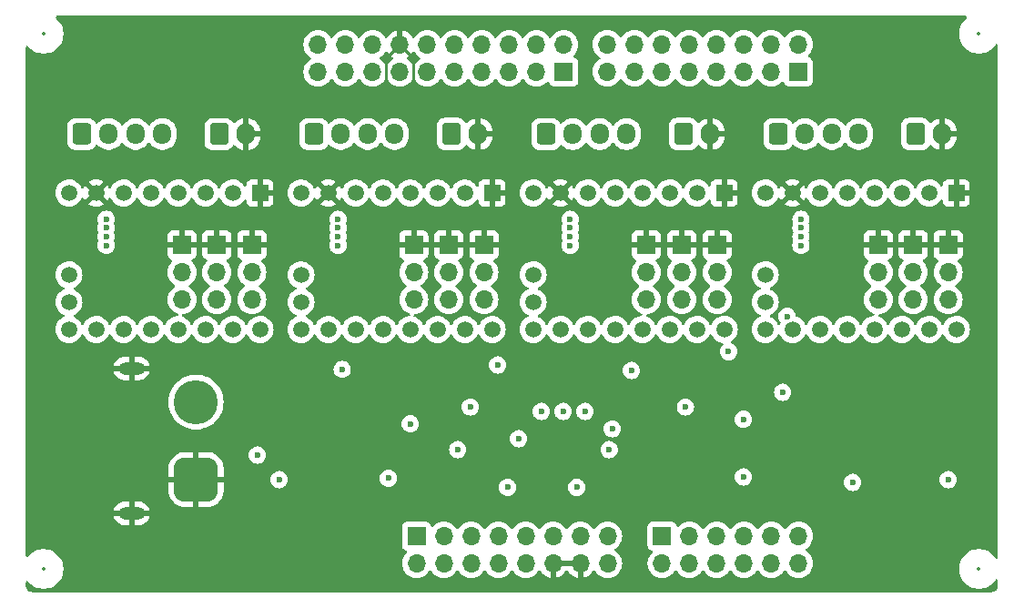
<source format=gbr>
%TF.GenerationSoftware,KiCad,Pcbnew,8.0.1*%
%TF.CreationDate,2024-04-25T12:31:51+02:00*%
%TF.ProjectId,Schrittmotortreiber_Traegerboard,53636872-6974-4746-9d6f-746f72747265,rev?*%
%TF.SameCoordinates,Original*%
%TF.FileFunction,Copper,L3,Inr*%
%TF.FilePolarity,Positive*%
%FSLAX46Y46*%
G04 Gerber Fmt 4.6, Leading zero omitted, Abs format (unit mm)*
G04 Created by KiCad (PCBNEW 8.0.1) date 2024-04-25 12:31:51*
%MOMM*%
%LPD*%
G01*
G04 APERTURE LIST*
G04 Aperture macros list*
%AMRoundRect*
0 Rectangle with rounded corners*
0 $1 Rounding radius*
0 $2 $3 $4 $5 $6 $7 $8 $9 X,Y pos of 4 corners*
0 Add a 4 corners polygon primitive as box body*
4,1,4,$2,$3,$4,$5,$6,$7,$8,$9,$2,$3,0*
0 Add four circle primitives for the rounded corners*
1,1,$1+$1,$2,$3*
1,1,$1+$1,$4,$5*
1,1,$1+$1,$6,$7*
1,1,$1+$1,$8,$9*
0 Add four rect primitives between the rounded corners*
20,1,$1+$1,$2,$3,$4,$5,0*
20,1,$1+$1,$4,$5,$6,$7,0*
20,1,$1+$1,$6,$7,$8,$9,0*
20,1,$1+$1,$8,$9,$2,$3,0*%
G04 Aperture macros list end*
%TA.AperFunction,ComponentPad*%
%ADD10R,1.700000X1.700000*%
%TD*%
%TA.AperFunction,ComponentPad*%
%ADD11O,1.700000X1.700000*%
%TD*%
%TA.AperFunction,ComponentPad*%
%ADD12R,1.508000X1.508000*%
%TD*%
%TA.AperFunction,ComponentPad*%
%ADD13C,1.508000*%
%TD*%
%TA.AperFunction,ComponentPad*%
%ADD14RoundRect,0.250000X-0.600000X-0.750000X0.600000X-0.750000X0.600000X0.750000X-0.600000X0.750000X0*%
%TD*%
%TA.AperFunction,ComponentPad*%
%ADD15O,1.700000X2.000000*%
%TD*%
%TA.AperFunction,ComponentPad*%
%ADD16O,2.400000X1.200000*%
%TD*%
%TA.AperFunction,ComponentPad*%
%ADD17RoundRect,1.025000X1.025000X-1.025000X1.025000X1.025000X-1.025000X1.025000X-1.025000X-1.025000X0*%
%TD*%
%TA.AperFunction,ComponentPad*%
%ADD18C,4.100000*%
%TD*%
%TA.AperFunction,ComponentPad*%
%ADD19RoundRect,0.250000X-0.600000X-0.725000X0.600000X-0.725000X0.600000X0.725000X-0.600000X0.725000X0*%
%TD*%
%TA.AperFunction,ComponentPad*%
%ADD20O,1.700000X1.950000*%
%TD*%
%TA.AperFunction,ViaPad*%
%ADD21C,0.600000*%
%TD*%
%TA.AperFunction,Conductor*%
%ADD22C,0.254000*%
%TD*%
%ADD23C,0.300000*%
%ADD24C,0.350000*%
%ADD25O,1.700000X0.600000*%
G04 APERTURE END LIST*
D10*
%TO.N,GND*%
%TO.C,J17*%
X124998000Y-89931000D03*
D11*
%TO.N,/TMC_2209_Beschaltung2/MS2*%
X124998000Y-92471000D03*
%TO.N,Vcc_Logic*%
X124998000Y-95011000D03*
%TD*%
D12*
%TO.N,GND*%
%TO.C,U2*%
X150622000Y-85080000D03*
D13*
%TO.N,Vcc_Logic*%
X148082000Y-85080000D03*
%TO.N,/TMC_2209_Beschaltung1/B1*%
X145542000Y-85080000D03*
%TO.N,/TMC_2209_Beschaltung1/A1*%
X143002000Y-85080000D03*
%TO.N,/TMC_2209_Beschaltung1/A2*%
X140462000Y-85080000D03*
%TO.N,/TMC_2209_Beschaltung1/B2*%
X137922000Y-85080000D03*
%TO.N,GND*%
X135382000Y-85080000D03*
%TO.N,Vcc_Motor*%
X132842000Y-85080000D03*
%TO.N,/P1-13{slash}ADC0-A11*%
X150622000Y-97780000D03*
%TO.N,/P3-7{slash}PWM0-B0*%
X148082000Y-97780000D03*
%TO.N,unconnected-(U2-PDN-Pad11)*%
X145542000Y-97780000D03*
%TO.N,/P1-4{slash}UART2-RXD*%
X143002000Y-97780000D03*
%TO.N,/TMC_2209_Beschaltung1/SPRD*%
X140462000Y-97780000D03*
%TO.N,/TMC_2209_Beschaltung1/MS2*%
X137922000Y-97780000D03*
%TO.N,/TMC_2209_Beschaltung1/MS1*%
X135382000Y-97780000D03*
%TO.N,/{slash}ENABLE*%
X132842000Y-97780000D03*
%TO.N,/TMC_2209_Beschaltung1/Motor_INDEX*%
X132842000Y-92700000D03*
%TO.N,/TMC_2209_Beschaltung1/Motor_DIAG*%
X132842000Y-95240000D03*
%TD*%
D14*
%TO.N,Net-(J14-Pin_1)*%
%TO.C,J14*%
X146832000Y-79602000D03*
D15*
%TO.N,GND*%
X149332000Y-79602000D03*
%TD*%
D10*
%TO.N,GND*%
%TO.C,J8*%
X164947600Y-89931000D03*
D11*
%TO.N,/TMC_2209_Beschaltung/MS1*%
X164947600Y-92471000D03*
%TO.N,Vcc_Logic*%
X164947600Y-95011000D03*
%TD*%
D10*
%TO.N,GND*%
%TO.C,J6*%
X171450000Y-89931000D03*
D11*
%TO.N,/TMC_2209_Beschaltung/SPRD*%
X171450000Y-92471000D03*
%TO.N,Vcc_Logic*%
X171450000Y-95011000D03*
%TD*%
D16*
%TO.N,GND*%
%TO.C,J5*%
X95498400Y-114896400D03*
D17*
X101498400Y-111746400D03*
D16*
X95498400Y-101396400D03*
D18*
%TO.N,Vcc_Motor*%
X101498400Y-104546400D03*
%TD*%
D10*
%TO.N,GND*%
%TO.C,J18*%
X121746800Y-89931000D03*
D11*
%TO.N,/TMC_2209_Beschaltung2/MS1*%
X121746800Y-92471000D03*
%TO.N,Vcc_Logic*%
X121746800Y-95011000D03*
%TD*%
D10*
%TO.N,GND*%
%TO.C,J7*%
X168198800Y-89931000D03*
D11*
%TO.N,/TMC_2209_Beschaltung/MS2*%
X168198800Y-92471000D03*
%TO.N,Vcc_Logic*%
X168198800Y-95011000D03*
%TD*%
D10*
%TO.N,GND*%
%TO.C,J11*%
X149961600Y-89931000D03*
D11*
%TO.N,/TMC_2209_Beschaltung1/SPRD*%
X149961600Y-92471000D03*
%TO.N,Vcc_Logic*%
X149961600Y-95011000D03*
%TD*%
D14*
%TO.N,Net-(J24-Pin_1)*%
%TO.C,J24*%
X103632000Y-79619000D03*
D15*
%TO.N,GND*%
X106132000Y-79619000D03*
%TD*%
D19*
%TO.N,/TMC_2209_Beschaltung2/B2*%
%TO.C,J20*%
X112455000Y-79602000D03*
D20*
%TO.N,/TMC_2209_Beschaltung2/A2*%
X114955000Y-79602000D03*
%TO.N,/TMC_2209_Beschaltung2/A1*%
X117455000Y-79602000D03*
%TO.N,/TMC_2209_Beschaltung2/B1*%
X119955000Y-79602000D03*
%TD*%
D10*
%TO.N,GND*%
%TO.C,J16*%
X128270000Y-89931000D03*
D11*
%TO.N,/TMC_2209_Beschaltung2/SPRD*%
X128270000Y-92471000D03*
%TO.N,Vcc_Logic*%
X128270000Y-95011000D03*
%TD*%
D10*
%TO.N,GND*%
%TO.C,J21*%
X106680000Y-89931000D03*
D11*
%TO.N,/TMC_2209_Beschaltung3/SPRD*%
X106680000Y-92471000D03*
%TO.N,Vcc_Logic*%
X106680000Y-95011000D03*
%TD*%
D10*
%TO.N,GND*%
%TO.C,J23*%
X100177600Y-89931000D03*
D11*
%TO.N,/TMC_2209_Beschaltung3/MS1*%
X100177600Y-92471000D03*
%TO.N,Vcc_Logic*%
X100177600Y-95011000D03*
%TD*%
D19*
%TO.N,/TMC_2209_Beschaltung/B2*%
%TO.C,J10*%
X155635000Y-79602000D03*
D20*
%TO.N,/TMC_2209_Beschaltung/A2*%
X158135000Y-79602000D03*
%TO.N,/TMC_2209_Beschaltung/A1*%
X160635000Y-79602000D03*
%TO.N,/TMC_2209_Beschaltung/B1*%
X163135000Y-79602000D03*
%TD*%
D19*
%TO.N,/TMC_2209_Beschaltung3/B2*%
%TO.C,J25*%
X90865000Y-79602000D03*
D20*
%TO.N,/TMC_2209_Beschaltung3/A2*%
X93365000Y-79602000D03*
%TO.N,/TMC_2209_Beschaltung3/A1*%
X95865000Y-79602000D03*
%TO.N,/TMC_2209_Beschaltung3/B1*%
X98365000Y-79602000D03*
%TD*%
D12*
%TO.N,GND*%
%TO.C,U1*%
X172212000Y-85080000D03*
D13*
%TO.N,Vcc_Logic*%
X169672000Y-85080000D03*
%TO.N,/TMC_2209_Beschaltung/B1*%
X167132000Y-85080000D03*
%TO.N,/TMC_2209_Beschaltung/A1*%
X164592000Y-85080000D03*
%TO.N,/TMC_2209_Beschaltung/A2*%
X162052000Y-85080000D03*
%TO.N,/TMC_2209_Beschaltung/B2*%
X159512000Y-85080000D03*
%TO.N,GND*%
X156972000Y-85080000D03*
%TO.N,Vcc_Motor*%
X154432000Y-85080000D03*
%TO.N,/P2-0{slash}ADC0-A0*%
X172212000Y-97780000D03*
%TO.N,/P3-6{slash}PWM0-A0*%
X169672000Y-97780000D03*
%TO.N,unconnected-(U1-PDN-Pad11)*%
X167132000Y-97780000D03*
%TO.N,/P1-4{slash}UART2-RXD*%
X164592000Y-97780000D03*
%TO.N,/TMC_2209_Beschaltung/SPRD*%
X162052000Y-97780000D03*
%TO.N,/TMC_2209_Beschaltung/MS2*%
X159512000Y-97780000D03*
%TO.N,/TMC_2209_Beschaltung/MS1*%
X156972000Y-97780000D03*
%TO.N,/{slash}ENABLE*%
X154432000Y-97780000D03*
%TO.N,/TMC_2209_Beschaltung/Motor_INDEX*%
X154432000Y-92700000D03*
%TO.N,/TMC_2209_Beschaltung/Motor_DIAG*%
X154432000Y-95240000D03*
%TD*%
D10*
%TO.N,GND*%
%TO.C,J13*%
X143357600Y-89931000D03*
D11*
%TO.N,/TMC_2209_Beschaltung1/MS1*%
X143357600Y-92471000D03*
%TO.N,Vcc_Logic*%
X143357600Y-95011000D03*
%TD*%
D19*
%TO.N,/TMC_2209_Beschaltung1/B2*%
%TO.C,J15*%
X134039600Y-79610400D03*
D20*
%TO.N,/TMC_2209_Beschaltung1/A2*%
X136539600Y-79610400D03*
%TO.N,/TMC_2209_Beschaltung1/A1*%
X139039600Y-79610400D03*
%TO.N,/TMC_2209_Beschaltung1/B1*%
X141539600Y-79610400D03*
%TD*%
D12*
%TO.N,GND*%
%TO.C,U4*%
X107442000Y-85085000D03*
D13*
%TO.N,Vcc_Logic*%
X104902000Y-85085000D03*
%TO.N,/TMC_2209_Beschaltung3/B1*%
X102362000Y-85085000D03*
%TO.N,/TMC_2209_Beschaltung3/A1*%
X99822000Y-85085000D03*
%TO.N,/TMC_2209_Beschaltung3/A2*%
X97282000Y-85085000D03*
%TO.N,/TMC_2209_Beschaltung3/B2*%
X94742000Y-85085000D03*
%TO.N,GND*%
X92202000Y-85085000D03*
%TO.N,Vcc_Motor*%
X89662000Y-85085000D03*
%TO.N,/P1-12{slash}ADC0-A10*%
X107442000Y-97785000D03*
%TO.N,/P3-9{slash}PWM0-B1*%
X104902000Y-97785000D03*
%TO.N,unconnected-(U4-PDN-Pad11)*%
X102362000Y-97785000D03*
%TO.N,/P1-4{slash}UART2-RXD*%
X99822000Y-97785000D03*
%TO.N,/TMC_2209_Beschaltung3/SPRD*%
X97282000Y-97785000D03*
%TO.N,/TMC_2209_Beschaltung3/MS2*%
X94742000Y-97785000D03*
%TO.N,/TMC_2209_Beschaltung3/MS1*%
X92202000Y-97785000D03*
%TO.N,/{slash}ENABLE*%
X89662000Y-97785000D03*
%TO.N,/TMC_2209_Beschaltung3/Motor_INDEX*%
X89662000Y-92705000D03*
%TO.N,/TMC_2209_Beschaltung3/Motor_DIAG*%
X89662000Y-95245000D03*
%TD*%
D14*
%TO.N,Net-(J9-Pin_1)*%
%TO.C,J9*%
X168422000Y-79602000D03*
D15*
%TO.N,GND*%
X170922000Y-79602000D03*
%TD*%
D14*
%TO.N,Net-(J19-Pin_1)*%
%TO.C,J19*%
X125242000Y-79602000D03*
D15*
%TO.N,GND*%
X127742000Y-79602000D03*
%TD*%
D12*
%TO.N,GND*%
%TO.C,U3*%
X129032000Y-85090000D03*
D13*
%TO.N,Vcc_Logic*%
X126492000Y-85090000D03*
%TO.N,/TMC_2209_Beschaltung2/B1*%
X123952000Y-85090000D03*
%TO.N,/TMC_2209_Beschaltung2/A1*%
X121412000Y-85090000D03*
%TO.N,/TMC_2209_Beschaltung2/A2*%
X118872000Y-85090000D03*
%TO.N,/TMC_2209_Beschaltung2/B2*%
X116332000Y-85090000D03*
%TO.N,GND*%
X113792000Y-85090000D03*
%TO.N,Vcc_Motor*%
X111252000Y-85090000D03*
%TO.N,/P1-10{slash}ADC0-A8*%
X129032000Y-97790000D03*
%TO.N,/P3-8{slash}PWM0-A1*%
X126492000Y-97790000D03*
%TO.N,unconnected-(U3-PDN-Pad11)*%
X123952000Y-97790000D03*
%TO.N,/P1-4{slash}UART2-RXD*%
X121412000Y-97790000D03*
%TO.N,/TMC_2209_Beschaltung2/SPRD*%
X118872000Y-97790000D03*
%TO.N,/TMC_2209_Beschaltung2/MS2*%
X116332000Y-97790000D03*
%TO.N,/TMC_2209_Beschaltung2/MS1*%
X113792000Y-97790000D03*
%TO.N,/{slash}ENABLE*%
X111252000Y-97790000D03*
%TO.N,/TMC_2209_Beschaltung2/Motor_INDEX*%
X111252000Y-92710000D03*
%TO.N,/TMC_2209_Beschaltung2/Motor_DIAG*%
X111252000Y-95250000D03*
%TD*%
D10*
%TO.N,GND*%
%TO.C,J12*%
X146659600Y-89931000D03*
D11*
%TO.N,/TMC_2209_Beschaltung1/MS2*%
X146659600Y-92471000D03*
%TO.N,Vcc_Logic*%
X146659600Y-95011000D03*
%TD*%
D10*
%TO.N,GND*%
%TO.C,J22*%
X103428800Y-89931000D03*
D11*
%TO.N,/TMC_2209_Beschaltung3/MS2*%
X103428800Y-92471000D03*
%TO.N,Vcc_Logic*%
X103428800Y-95011000D03*
%TD*%
D10*
%TO.N,unconnected-(J4-Pin_1-Pad1)*%
%TO.C,J4*%
X144843222Y-117005168D03*
D11*
%TO.N,/P1-10{slash}ADC0-A8*%
X144843222Y-119545168D03*
%TO.N,unconnected-(J4-Pin_3-Pad3)*%
X147383222Y-117005168D03*
%TO.N,/P1-12{slash}ADC0-A10*%
X147383222Y-119545168D03*
%TO.N,unconnected-(J4-Pin_5-Pad5)*%
X149923222Y-117005168D03*
%TO.N,/P1-13{slash}ADC0-A11*%
X149923222Y-119545168D03*
%TO.N,unconnected-(J4-Pin_7-Pad7)*%
X152463222Y-117005168D03*
%TO.N,/P2-0{slash}ADC0-A0*%
X152463222Y-119545168D03*
%TO.N,/P1-11{slash}GPIO*%
X155003222Y-117005168D03*
%TO.N,/P3-31{slash}ADC0-A12*%
X155003222Y-119545168D03*
%TO.N,/P3-29{slash}GPIO*%
X157543222Y-117005168D03*
%TO.N,/P3-30{slash}ADC0-A13*%
X157543222Y-119545168D03*
%TD*%
D10*
%TO.N,/P1-4{slash}ADC0-A20*%
%TO.C,J2*%
X135693222Y-73835168D03*
D11*
%TO.N,/P3-15{slash}GPIO*%
X135693222Y-71295168D03*
%TO.N,/P1-5{slash}ADC0-A21*%
X133153222Y-73835168D03*
%TO.N,/P3-14{slash}PWM0-X2*%
X133153222Y-71295168D03*
%TO.N,/P2-3{slash}ADC0-A2*%
X130613222Y-73835168D03*
%TO.N,/P2-6{slash}CSI1*%
X130613222Y-71295168D03*
%TO.N,/P2-1{slash}ADC0-A1*%
X128073222Y-73835168D03*
%TO.N,/P2-13{slash}SDO1*%
X128073222Y-71295168D03*
%TO.N,/P2-2{slash}ADC0-A4*%
X125533222Y-73835168D03*
%TO.N,/P2-16{slash}SDI1*%
X125533222Y-71295168D03*
%TO.N,unconnected-(J2-Pin_11-Pad11)*%
X122993222Y-73835168D03*
%TO.N,/P2-12{slash}SCK1*%
X122993222Y-71295168D03*
%TO.N,unconnected-(J2-Pin_13-Pad13)*%
X120453222Y-73835168D03*
%TO.N,GND*%
X120453222Y-71295168D03*
%TO.N,unconnected-(J2-Pin_15-Pad15)*%
X117913222Y-73835168D03*
%TO.N,VDDA_MCU*%
X117913222Y-71295168D03*
%TO.N,unconnected-(J2-Pin_17-Pad17)*%
X115373222Y-73835168D03*
%TO.N,/P1-8{slash}SDA0*%
X115373222Y-71295168D03*
%TO.N,unconnected-(J2-Pin_19-Pad19)*%
X112833222Y-73835168D03*
%TO.N,/P1-9{slash}SCL0*%
X112833222Y-71295168D03*
%TD*%
D10*
%TO.N,/P1-7{slash}GPIO*%
%TO.C,J1*%
X157517222Y-73810168D03*
D11*
%TO.N,/P1-4{slash}UART2-RXD*%
X157517222Y-71270168D03*
%TO.N,/P1-6{slash}TRIG2*%
X154977222Y-73810168D03*
%TO.N,/P1-5{slash}UART2-TXD*%
X154977222Y-71270168D03*
%TO.N,unconnected-(J1-Pin_5-Pad5)*%
X152437222Y-73810168D03*
%TO.N,/P2-4{slash}GPIO*%
X152437222Y-71270168D03*
%TO.N,unconnected-(J1-Pin_7-Pad7)*%
X149897222Y-73810168D03*
%TO.N,/P3-0{slash}PWM0-A0*%
X149897222Y-71270168D03*
%TO.N,unconnected-(J1-Pin_9-Pad9)*%
X147357222Y-73810168D03*
%TO.N,/P2-5{slash}GPIO*%
X147357222Y-71270168D03*
%TO.N,unconnected-(J1-Pin_11-Pad11)*%
X144817222Y-73810168D03*
%TO.N,/P3-12{slash}PWM0-X2*%
X144817222Y-71270168D03*
%TO.N,unconnected-(J1-Pin_13-Pad13)*%
X142277222Y-73810168D03*
%TO.N,/P3-13{slash}PWM0-X1*%
X142277222Y-71270168D03*
%TO.N,unconnected-(J1-Pin_15-Pad15)*%
X139737222Y-73810168D03*
%TO.N,/P3-1{slash}GPIO*%
X139737222Y-71270168D03*
%TD*%
D10*
%TO.N,/P2-7{slash}TRIG10*%
%TO.C,J3*%
X121997222Y-117005168D03*
D11*
%TO.N,unconnected-(J3-Pin_2-Pad2)*%
X121997222Y-119545168D03*
%TO.N,/P3-31{slash}TRIG5*%
X124537222Y-117005168D03*
%TO.N,VDD-BOARD*%
X124537222Y-119545168D03*
%TO.N,/P3-11{slash}PWM0-B2*%
X127077222Y-117005168D03*
%TO.N,/MCU-RESETn*%
X127077222Y-119545168D03*
%TO.N,/P3-10{slash}PWM0-A2*%
X129617222Y-117005168D03*
%TO.N,Vcc_Logic*%
X129617222Y-119545168D03*
%TO.N,/P3-9{slash}PWM0-B1*%
X132157222Y-117005168D03*
%TO.N,SYS-5V*%
X132157222Y-119545168D03*
%TO.N,/P3-8{slash}PWM0-A1*%
X134697222Y-117005168D03*
%TO.N,GND*%
X134697222Y-119545168D03*
%TO.N,/P3-7{slash}PWM0-B0*%
X137237222Y-117005168D03*
%TO.N,GND*%
X137237222Y-119545168D03*
%TO.N,/P3-6{slash}PWM0-A0*%
X139777222Y-117005168D03*
%TO.N,Vcc_Motor*%
X139777222Y-119545168D03*
%TD*%
D21*
%TO.N,GND*%
X115011200Y-93497400D03*
X140968001Y-112356200D03*
X136626600Y-94843600D03*
X158216600Y-94767400D03*
X164388800Y-101600000D03*
X110363000Y-101727000D03*
X136601200Y-93472000D03*
X129631400Y-107061000D03*
X114960400Y-94742000D03*
X173228000Y-101600000D03*
X118110000Y-101600000D03*
X151206200Y-101625400D03*
X93446600Y-94869000D03*
X145531999Y-108762800D03*
X158216600Y-93472000D03*
X114259000Y-103361400D03*
X93446602Y-93522800D03*
X134467600Y-112480000D03*
%TO.N,/P3-15{slash}GPIO*%
X125831600Y-108966000D03*
%TO.N,/P2-5{slash}GPIO*%
X136904002Y-112480000D03*
%TO.N,/P1-7{slash}GPIO*%
X152400000Y-106146600D03*
%TO.N,/P3-1{slash}GPIO*%
X140208000Y-107035596D03*
%TO.N,/P2-4{slash}GPIO*%
X130479804Y-112471200D03*
%TO.N,/P1-4{slash}UART2-RXD*%
X156464002Y-96570800D03*
%TO.N,Vcc_Logic*%
X137668000Y-105410000D03*
X141986000Y-101600000D03*
X156057600Y-103632000D03*
X109220000Y-111760000D03*
X171450000Y-111760000D03*
X162560000Y-112014000D03*
X129540000Y-101092000D03*
X135636000Y-105410000D03*
X133604000Y-105410000D03*
X121412000Y-106565000D03*
X119380000Y-111633000D03*
X152400000Y-111506000D03*
X107188000Y-109474000D03*
X115087400Y-101498400D03*
%TO.N,Vcc_Motor*%
X114706400Y-87528400D03*
X157759400Y-89154000D03*
X114706400Y-88341200D03*
X114706400Y-89154000D03*
X136296400Y-87528400D03*
X93141800Y-89154000D03*
X157759400Y-87528400D03*
X136296400Y-88341200D03*
X136296400Y-89154000D03*
X93141800Y-88341200D03*
X114706400Y-89966800D03*
X93141800Y-87528400D03*
X136296400Y-89966800D03*
X157759400Y-88341200D03*
X157759400Y-89966800D03*
X93141800Y-89966800D03*
%TO.N,Net-(J9-Pin_1)*%
X147015200Y-105003602D03*
%TO.N,/{slash}ENABLE*%
X151028400Y-99842800D03*
%TO.N,Net-(J14-Pin_1)*%
X139928602Y-108968000D03*
%TO.N,Net-(J19-Pin_1)*%
X131495800Y-107950000D03*
%TO.N,Net-(J24-Pin_1)*%
X127000000Y-105000000D03*
%TD*%
D22*
%TO.N,GND*%
X119151400Y-72596990D02*
X119151400Y-75184000D01*
X120453222Y-71295168D02*
X119151400Y-72596990D01*
X121716800Y-75514200D02*
X121691400Y-75488800D01*
X121630222Y-72481222D02*
X121630222Y-72472168D01*
X121691400Y-72542400D02*
X121630222Y-72481222D01*
X121691400Y-75488800D02*
X121691400Y-72542400D01*
X121630222Y-72472168D02*
X120453222Y-71295168D01*
%TD*%
%TA.AperFunction,Conductor*%
%TO.N,GND*%
G36*
X136771297Y-119352175D02*
G01*
X136737222Y-119479342D01*
X136737222Y-119610994D01*
X136771297Y-119738161D01*
X136804210Y-119795168D01*
X135130234Y-119795168D01*
X135163147Y-119738161D01*
X135197222Y-119610994D01*
X135197222Y-119479342D01*
X135163147Y-119352175D01*
X135130234Y-119295168D01*
X136804210Y-119295168D01*
X136771297Y-119352175D01*
G37*
%TD.AperFunction*%
%TA.AperFunction,Conductor*%
G36*
X119268382Y-71961278D02*
G01*
X119285101Y-71980573D01*
X119415112Y-72166246D01*
X119582139Y-72333273D01*
X119767817Y-72463287D01*
X119811441Y-72517864D01*
X119818634Y-72587363D01*
X119787112Y-72649717D01*
X119767817Y-72666437D01*
X119581816Y-72796676D01*
X119414727Y-72963765D01*
X119284797Y-73149326D01*
X119230220Y-73192951D01*
X119160722Y-73200145D01*
X119098367Y-73168622D01*
X119081647Y-73149326D01*
X118951716Y-72963765D01*
X118784624Y-72796674D01*
X118784618Y-72796669D01*
X118599064Y-72666743D01*
X118555439Y-72612166D01*
X118548245Y-72542668D01*
X118579768Y-72480313D01*
X118599064Y-72463593D01*
X118711276Y-72385021D01*
X118784623Y-72333663D01*
X118951717Y-72166569D01*
X119081952Y-71980573D01*
X119136529Y-71936949D01*
X119206027Y-71929755D01*
X119268382Y-71961278D01*
G37*
%TD.AperFunction*%
%TA.AperFunction,Conductor*%
G36*
X121807771Y-71961278D02*
G01*
X121824491Y-71980573D01*
X121954727Y-72166569D01*
X121954728Y-72166570D01*
X122121819Y-72333661D01*
X122121825Y-72333666D01*
X122307380Y-72463593D01*
X122351005Y-72518170D01*
X122358199Y-72587668D01*
X122326676Y-72650023D01*
X122307380Y-72666743D01*
X122121819Y-72796673D01*
X121954727Y-72963765D01*
X121824797Y-73149326D01*
X121770220Y-73192951D01*
X121700722Y-73200145D01*
X121638367Y-73168622D01*
X121621647Y-73149326D01*
X121491716Y-72963765D01*
X121324624Y-72796674D01*
X121324623Y-72796673D01*
X121138627Y-72666437D01*
X121095003Y-72611860D01*
X121087810Y-72542361D01*
X121119332Y-72480007D01*
X121138627Y-72463287D01*
X121324304Y-72333273D01*
X121491327Y-72166250D01*
X121621341Y-71980573D01*
X121675918Y-71936949D01*
X121745417Y-71929756D01*
X121807771Y-71961278D01*
G37*
%TD.AperFunction*%
%TA.AperFunction,Conductor*%
G36*
X173129588Y-68635353D02*
G01*
X173175343Y-68688157D01*
X173185287Y-68757315D01*
X173156262Y-68820871D01*
X173138035Y-68838044D01*
X173083485Y-68879901D01*
X173083478Y-68879907D01*
X172911961Y-69051424D01*
X172911955Y-69051431D01*
X172764289Y-69243874D01*
X172764286Y-69243878D01*
X172764286Y-69243879D01*
X172756080Y-69258093D01*
X172642999Y-69453953D01*
X172642995Y-69453962D01*
X172550169Y-69678063D01*
X172487383Y-69912382D01*
X172455722Y-70152879D01*
X172455722Y-70395456D01*
X172487383Y-70635953D01*
X172550169Y-70870272D01*
X172642995Y-71094373D01*
X172642998Y-71094380D01*
X172764286Y-71304457D01*
X172764288Y-71304460D01*
X172764289Y-71304461D01*
X172911955Y-71496904D01*
X172911961Y-71496911D01*
X173083478Y-71668428D01*
X173083485Y-71668434D01*
X173168714Y-71733832D01*
X173275933Y-71816104D01*
X173486010Y-71937392D01*
X173710122Y-72030222D01*
X173944433Y-72093006D01*
X174124808Y-72116752D01*
X174184933Y-72124668D01*
X174184934Y-72124668D01*
X174427511Y-72124668D01*
X174475610Y-72118335D01*
X174668011Y-72093006D01*
X174902322Y-72030222D01*
X175126434Y-71937392D01*
X175336511Y-71816104D01*
X175528960Y-71668433D01*
X175700487Y-71496906D01*
X175848158Y-71304457D01*
X175860337Y-71283361D01*
X175910900Y-71235149D01*
X175979507Y-71221925D01*
X176044372Y-71247892D01*
X176084902Y-71304806D01*
X176091722Y-71345364D01*
X176091722Y-118986971D01*
X176072037Y-119054010D01*
X176019233Y-119099765D01*
X175950075Y-119109709D01*
X175886519Y-119080684D01*
X175860335Y-119048971D01*
X175848158Y-119027879D01*
X175777150Y-118935339D01*
X175700488Y-118835431D01*
X175700482Y-118835424D01*
X175528965Y-118663907D01*
X175528958Y-118663901D01*
X175336515Y-118516235D01*
X175336514Y-118516234D01*
X175336511Y-118516232D01*
X175126434Y-118394944D01*
X175114134Y-118389849D01*
X174902326Y-118302115D01*
X174718923Y-118252972D01*
X174668011Y-118239330D01*
X174668010Y-118239329D01*
X174668007Y-118239329D01*
X174427511Y-118207668D01*
X174427510Y-118207668D01*
X174184934Y-118207668D01*
X174184933Y-118207668D01*
X173944436Y-118239329D01*
X173710117Y-118302115D01*
X173486016Y-118394941D01*
X173486007Y-118394945D01*
X173275928Y-118516235D01*
X173083485Y-118663901D01*
X173083478Y-118663907D01*
X172911961Y-118835424D01*
X172911955Y-118835431D01*
X172764289Y-119027874D01*
X172642999Y-119237953D01*
X172642995Y-119237962D01*
X172550169Y-119462063D01*
X172487383Y-119696382D01*
X172455722Y-119936879D01*
X172455722Y-120179456D01*
X172487383Y-120419953D01*
X172550169Y-120654272D01*
X172642995Y-120878373D01*
X172642999Y-120878382D01*
X172644067Y-120880231D01*
X172764286Y-121088457D01*
X172764288Y-121088460D01*
X172764289Y-121088461D01*
X172911955Y-121280904D01*
X172911961Y-121280911D01*
X173083478Y-121452428D01*
X173083485Y-121452434D01*
X173166694Y-121516282D01*
X173275933Y-121600104D01*
X173486010Y-121721392D01*
X173710122Y-121814222D01*
X173944433Y-121877006D01*
X174124808Y-121900752D01*
X174184933Y-121908668D01*
X174184934Y-121908668D01*
X174427511Y-121908668D01*
X174475610Y-121902335D01*
X174668011Y-121877006D01*
X174902322Y-121814222D01*
X175126434Y-121721392D01*
X175336511Y-121600104D01*
X175528960Y-121452433D01*
X175700487Y-121280906D01*
X175848158Y-121088457D01*
X175860337Y-121067361D01*
X175910900Y-121019149D01*
X175979507Y-121005925D01*
X176044372Y-121031892D01*
X176084902Y-121088806D01*
X176091722Y-121129364D01*
X176091722Y-121508672D01*
X176091720Y-121508706D01*
X176091721Y-121575216D01*
X176090942Y-121589099D01*
X176077179Y-121711274D01*
X176071001Y-121738344D01*
X176032712Y-121847777D01*
X176020665Y-121872795D01*
X175958987Y-121970962D01*
X175941674Y-121992672D01*
X175859696Y-122074654D01*
X175837987Y-122091967D01*
X175739822Y-122153651D01*
X175714805Y-122165700D01*
X175605371Y-122203995D01*
X175578301Y-122210174D01*
X175476262Y-122221673D01*
X175456611Y-122223888D01*
X175442727Y-122224668D01*
X86368714Y-122224668D01*
X86368698Y-122224667D01*
X86302177Y-122224667D01*
X86288296Y-122223888D01*
X86166129Y-122210126D01*
X86139056Y-122203947D01*
X86029634Y-122165659D01*
X86004616Y-122153611D01*
X85906457Y-122091934D01*
X85884747Y-122074621D01*
X85802772Y-121992645D01*
X85785460Y-121970935D01*
X85723785Y-121872778D01*
X85711737Y-121847759D01*
X85673452Y-121738339D01*
X85667273Y-121711268D01*
X85665970Y-121699701D01*
X85653500Y-121589004D01*
X85652722Y-121575128D01*
X85652724Y-121516290D01*
X85652722Y-121516285D01*
X85652723Y-121508706D01*
X85652722Y-121508672D01*
X85652722Y-121301840D01*
X85672407Y-121234801D01*
X85725211Y-121189046D01*
X85794369Y-121179102D01*
X85857925Y-121208127D01*
X85875097Y-121226353D01*
X85884431Y-121238518D01*
X85916955Y-121280904D01*
X85916961Y-121280911D01*
X86088478Y-121452428D01*
X86088485Y-121452434D01*
X86171694Y-121516282D01*
X86280933Y-121600104D01*
X86491010Y-121721392D01*
X86715122Y-121814222D01*
X86949433Y-121877006D01*
X87129808Y-121900752D01*
X87189933Y-121908668D01*
X87189934Y-121908668D01*
X87432511Y-121908668D01*
X87480610Y-121902335D01*
X87673011Y-121877006D01*
X87907322Y-121814222D01*
X88131434Y-121721392D01*
X88341511Y-121600104D01*
X88533960Y-121452433D01*
X88705487Y-121280906D01*
X88853158Y-121088457D01*
X88974446Y-120878380D01*
X89067276Y-120654268D01*
X89130060Y-120419957D01*
X89161722Y-120179456D01*
X89161722Y-119936880D01*
X89130060Y-119696379D01*
X89089543Y-119545168D01*
X120641563Y-119545168D01*
X120662158Y-119780571D01*
X120662160Y-119780581D01*
X120723316Y-120008823D01*
X120723318Y-120008827D01*
X120723319Y-120008831D01*
X120803023Y-120179756D01*
X120823187Y-120222998D01*
X120823189Y-120223002D01*
X120931503Y-120377689D01*
X120958727Y-120416569D01*
X121125821Y-120583663D01*
X121222606Y-120651433D01*
X121319387Y-120719200D01*
X121319389Y-120719201D01*
X121319392Y-120719203D01*
X121533559Y-120819071D01*
X121761814Y-120880231D01*
X121950140Y-120896707D01*
X121997221Y-120900827D01*
X121997222Y-120900827D01*
X121997223Y-120900827D01*
X122036456Y-120897394D01*
X122232630Y-120880231D01*
X122460885Y-120819071D01*
X122675052Y-120719203D01*
X122868623Y-120583663D01*
X123035717Y-120416569D01*
X123165647Y-120231010D01*
X123220224Y-120187385D01*
X123289722Y-120180191D01*
X123352077Y-120211714D01*
X123368797Y-120231010D01*
X123498722Y-120416563D01*
X123498727Y-120416569D01*
X123665821Y-120583663D01*
X123762606Y-120651433D01*
X123859387Y-120719200D01*
X123859389Y-120719201D01*
X123859392Y-120719203D01*
X124073559Y-120819071D01*
X124301814Y-120880231D01*
X124490140Y-120896707D01*
X124537221Y-120900827D01*
X124537222Y-120900827D01*
X124537223Y-120900827D01*
X124576456Y-120897394D01*
X124772630Y-120880231D01*
X125000885Y-120819071D01*
X125215052Y-120719203D01*
X125408623Y-120583663D01*
X125575717Y-120416569D01*
X125705647Y-120231010D01*
X125760224Y-120187385D01*
X125829722Y-120180191D01*
X125892077Y-120211714D01*
X125908797Y-120231010D01*
X126038722Y-120416563D01*
X126038727Y-120416569D01*
X126205821Y-120583663D01*
X126302606Y-120651433D01*
X126399387Y-120719200D01*
X126399389Y-120719201D01*
X126399392Y-120719203D01*
X126613559Y-120819071D01*
X126841814Y-120880231D01*
X127030140Y-120896707D01*
X127077221Y-120900827D01*
X127077222Y-120900827D01*
X127077223Y-120900827D01*
X127116456Y-120897394D01*
X127312630Y-120880231D01*
X127540885Y-120819071D01*
X127755052Y-120719203D01*
X127948623Y-120583663D01*
X128115717Y-120416569D01*
X128245647Y-120231010D01*
X128300224Y-120187385D01*
X128369722Y-120180191D01*
X128432077Y-120211714D01*
X128448797Y-120231010D01*
X128578722Y-120416563D01*
X128578727Y-120416569D01*
X128745821Y-120583663D01*
X128842606Y-120651433D01*
X128939387Y-120719200D01*
X128939389Y-120719201D01*
X128939392Y-120719203D01*
X129153559Y-120819071D01*
X129381814Y-120880231D01*
X129570140Y-120896707D01*
X129617221Y-120900827D01*
X129617222Y-120900827D01*
X129617223Y-120900827D01*
X129656456Y-120897394D01*
X129852630Y-120880231D01*
X130080885Y-120819071D01*
X130295052Y-120719203D01*
X130488623Y-120583663D01*
X130655717Y-120416569D01*
X130785647Y-120231010D01*
X130840224Y-120187385D01*
X130909722Y-120180191D01*
X130972077Y-120211714D01*
X130988797Y-120231010D01*
X131118722Y-120416563D01*
X131118727Y-120416569D01*
X131285821Y-120583663D01*
X131382606Y-120651433D01*
X131479387Y-120719200D01*
X131479389Y-120719201D01*
X131479392Y-120719203D01*
X131693559Y-120819071D01*
X131921814Y-120880231D01*
X132110140Y-120896707D01*
X132157221Y-120900827D01*
X132157222Y-120900827D01*
X132157223Y-120900827D01*
X132196456Y-120897394D01*
X132392630Y-120880231D01*
X132620885Y-120819071D01*
X132835052Y-120719203D01*
X133028623Y-120583663D01*
X133195717Y-120416569D01*
X133325952Y-120230573D01*
X133380529Y-120186949D01*
X133450027Y-120179755D01*
X133512382Y-120211278D01*
X133529101Y-120230573D01*
X133659112Y-120416246D01*
X133826139Y-120583273D01*
X134019643Y-120718768D01*
X134233729Y-120818597D01*
X134233738Y-120818601D01*
X134447222Y-120875802D01*
X134447222Y-119978180D01*
X134504229Y-120011093D01*
X134631396Y-120045168D01*
X134763048Y-120045168D01*
X134890215Y-120011093D01*
X134947222Y-119978180D01*
X134947222Y-120875801D01*
X135160705Y-120818601D01*
X135160714Y-120818597D01*
X135374800Y-120718768D01*
X135568304Y-120583273D01*
X135735327Y-120416250D01*
X135865647Y-120230136D01*
X135920224Y-120186512D01*
X135989723Y-120179319D01*
X136052077Y-120210841D01*
X136068797Y-120230136D01*
X136199116Y-120416250D01*
X136366139Y-120583273D01*
X136559643Y-120718768D01*
X136773729Y-120818597D01*
X136773738Y-120818601D01*
X136987222Y-120875802D01*
X136987222Y-119978180D01*
X137044229Y-120011093D01*
X137171396Y-120045168D01*
X137303048Y-120045168D01*
X137430215Y-120011093D01*
X137487222Y-119978180D01*
X137487222Y-120875802D01*
X137700705Y-120818601D01*
X137700714Y-120818597D01*
X137914800Y-120718768D01*
X138108304Y-120583273D01*
X138275327Y-120416250D01*
X138405341Y-120230573D01*
X138459918Y-120186949D01*
X138529417Y-120179756D01*
X138591771Y-120211278D01*
X138608491Y-120230573D01*
X138738727Y-120416569D01*
X138905821Y-120583663D01*
X139002606Y-120651433D01*
X139099387Y-120719200D01*
X139099389Y-120719201D01*
X139099392Y-120719203D01*
X139313559Y-120819071D01*
X139541814Y-120880231D01*
X139730140Y-120896707D01*
X139777221Y-120900827D01*
X139777222Y-120900827D01*
X139777223Y-120900827D01*
X139816456Y-120897394D01*
X140012630Y-120880231D01*
X140240885Y-120819071D01*
X140455052Y-120719203D01*
X140648623Y-120583663D01*
X140815717Y-120416569D01*
X140951257Y-120222998D01*
X141051125Y-120008831D01*
X141112285Y-119780576D01*
X141132881Y-119545168D01*
X143487563Y-119545168D01*
X143508158Y-119780571D01*
X143508160Y-119780581D01*
X143569316Y-120008823D01*
X143569318Y-120008827D01*
X143569319Y-120008831D01*
X143649023Y-120179756D01*
X143669187Y-120222998D01*
X143669189Y-120223002D01*
X143777503Y-120377689D01*
X143804727Y-120416569D01*
X143971821Y-120583663D01*
X144068606Y-120651433D01*
X144165387Y-120719200D01*
X144165389Y-120719201D01*
X144165392Y-120719203D01*
X144379559Y-120819071D01*
X144607814Y-120880231D01*
X144796140Y-120896707D01*
X144843221Y-120900827D01*
X144843222Y-120900827D01*
X144843223Y-120900827D01*
X144882456Y-120897394D01*
X145078630Y-120880231D01*
X145306885Y-120819071D01*
X145521052Y-120719203D01*
X145714623Y-120583663D01*
X145881717Y-120416569D01*
X146011647Y-120231010D01*
X146066224Y-120187385D01*
X146135722Y-120180191D01*
X146198077Y-120211714D01*
X146214797Y-120231010D01*
X146344722Y-120416563D01*
X146344727Y-120416569D01*
X146511821Y-120583663D01*
X146608606Y-120651433D01*
X146705387Y-120719200D01*
X146705389Y-120719201D01*
X146705392Y-120719203D01*
X146919559Y-120819071D01*
X147147814Y-120880231D01*
X147336140Y-120896707D01*
X147383221Y-120900827D01*
X147383222Y-120900827D01*
X147383223Y-120900827D01*
X147422456Y-120897394D01*
X147618630Y-120880231D01*
X147846885Y-120819071D01*
X148061052Y-120719203D01*
X148254623Y-120583663D01*
X148421717Y-120416569D01*
X148551647Y-120231010D01*
X148606224Y-120187385D01*
X148675722Y-120180191D01*
X148738077Y-120211714D01*
X148754797Y-120231010D01*
X148884722Y-120416563D01*
X148884727Y-120416569D01*
X149051821Y-120583663D01*
X149148606Y-120651433D01*
X149245387Y-120719200D01*
X149245389Y-120719201D01*
X149245392Y-120719203D01*
X149459559Y-120819071D01*
X149687814Y-120880231D01*
X149876140Y-120896707D01*
X149923221Y-120900827D01*
X149923222Y-120900827D01*
X149923223Y-120900827D01*
X149962456Y-120897394D01*
X150158630Y-120880231D01*
X150386885Y-120819071D01*
X150601052Y-120719203D01*
X150794623Y-120583663D01*
X150961717Y-120416569D01*
X151091647Y-120231010D01*
X151146224Y-120187385D01*
X151215722Y-120180191D01*
X151278077Y-120211714D01*
X151294797Y-120231010D01*
X151424722Y-120416563D01*
X151424727Y-120416569D01*
X151591821Y-120583663D01*
X151688606Y-120651433D01*
X151785387Y-120719200D01*
X151785389Y-120719201D01*
X151785392Y-120719203D01*
X151999559Y-120819071D01*
X152227814Y-120880231D01*
X152416140Y-120896707D01*
X152463221Y-120900827D01*
X152463222Y-120900827D01*
X152463223Y-120900827D01*
X152502456Y-120897394D01*
X152698630Y-120880231D01*
X152926885Y-120819071D01*
X153141052Y-120719203D01*
X153334623Y-120583663D01*
X153501717Y-120416569D01*
X153631647Y-120231010D01*
X153686224Y-120187385D01*
X153755722Y-120180191D01*
X153818077Y-120211714D01*
X153834797Y-120231010D01*
X153964722Y-120416563D01*
X153964727Y-120416569D01*
X154131821Y-120583663D01*
X154228606Y-120651433D01*
X154325387Y-120719200D01*
X154325389Y-120719201D01*
X154325392Y-120719203D01*
X154539559Y-120819071D01*
X154767814Y-120880231D01*
X154956140Y-120896707D01*
X155003221Y-120900827D01*
X155003222Y-120900827D01*
X155003223Y-120900827D01*
X155042456Y-120897394D01*
X155238630Y-120880231D01*
X155466885Y-120819071D01*
X155681052Y-120719203D01*
X155874623Y-120583663D01*
X156041717Y-120416569D01*
X156171647Y-120231010D01*
X156226224Y-120187385D01*
X156295722Y-120180191D01*
X156358077Y-120211714D01*
X156374797Y-120231010D01*
X156504722Y-120416563D01*
X156504727Y-120416569D01*
X156671821Y-120583663D01*
X156768606Y-120651433D01*
X156865387Y-120719200D01*
X156865389Y-120719201D01*
X156865392Y-120719203D01*
X157079559Y-120819071D01*
X157307814Y-120880231D01*
X157496140Y-120896707D01*
X157543221Y-120900827D01*
X157543222Y-120900827D01*
X157543223Y-120900827D01*
X157582456Y-120897394D01*
X157778630Y-120880231D01*
X158006885Y-120819071D01*
X158221052Y-120719203D01*
X158414623Y-120583663D01*
X158581717Y-120416569D01*
X158717257Y-120222998D01*
X158817125Y-120008831D01*
X158878285Y-119780576D01*
X158898881Y-119545168D01*
X158878285Y-119309760D01*
X158817125Y-119081505D01*
X158717257Y-118867339D01*
X158711953Y-118859763D01*
X158581716Y-118673765D01*
X158414624Y-118506674D01*
X158414618Y-118506669D01*
X158229064Y-118376743D01*
X158185439Y-118322166D01*
X158178245Y-118252668D01*
X158209768Y-118190313D01*
X158229064Y-118173593D01*
X158251248Y-118158059D01*
X158414623Y-118043663D01*
X158581717Y-117876569D01*
X158717257Y-117682998D01*
X158817125Y-117468831D01*
X158878285Y-117240576D01*
X158898881Y-117005168D01*
X158878285Y-116769760D01*
X158817125Y-116541505D01*
X158717257Y-116327339D01*
X158711647Y-116319326D01*
X158581716Y-116133765D01*
X158414624Y-115966674D01*
X158414617Y-115966669D01*
X158221056Y-115831135D01*
X158221052Y-115831133D01*
X158221050Y-115831132D01*
X158006885Y-115731265D01*
X158006881Y-115731264D01*
X158006877Y-115731262D01*
X157778635Y-115670106D01*
X157778625Y-115670104D01*
X157543223Y-115649509D01*
X157543221Y-115649509D01*
X157307818Y-115670104D01*
X157307808Y-115670106D01*
X157079566Y-115731262D01*
X157079557Y-115731266D01*
X156865393Y-115831132D01*
X156865391Y-115831133D01*
X156671819Y-115966673D01*
X156504727Y-116133765D01*
X156374797Y-116319326D01*
X156320220Y-116362951D01*
X156250722Y-116370145D01*
X156188367Y-116338622D01*
X156171647Y-116319326D01*
X156041716Y-116133765D01*
X155874624Y-115966674D01*
X155874617Y-115966669D01*
X155681056Y-115831135D01*
X155681052Y-115831133D01*
X155681050Y-115831132D01*
X155466885Y-115731265D01*
X155466881Y-115731264D01*
X155466877Y-115731262D01*
X155238635Y-115670106D01*
X155238625Y-115670104D01*
X155003223Y-115649509D01*
X155003221Y-115649509D01*
X154767818Y-115670104D01*
X154767808Y-115670106D01*
X154539566Y-115731262D01*
X154539557Y-115731266D01*
X154325393Y-115831132D01*
X154325391Y-115831133D01*
X154131819Y-115966673D01*
X153964727Y-116133765D01*
X153834797Y-116319326D01*
X153780220Y-116362951D01*
X153710722Y-116370145D01*
X153648367Y-116338622D01*
X153631647Y-116319326D01*
X153501716Y-116133765D01*
X153334624Y-115966674D01*
X153334617Y-115966669D01*
X153141056Y-115831135D01*
X153141052Y-115831133D01*
X153141050Y-115831132D01*
X152926885Y-115731265D01*
X152926881Y-115731264D01*
X152926877Y-115731262D01*
X152698635Y-115670106D01*
X152698625Y-115670104D01*
X152463223Y-115649509D01*
X152463221Y-115649509D01*
X152227818Y-115670104D01*
X152227808Y-115670106D01*
X151999566Y-115731262D01*
X151999557Y-115731266D01*
X151785393Y-115831132D01*
X151785391Y-115831133D01*
X151591819Y-115966673D01*
X151424727Y-116133765D01*
X151294797Y-116319326D01*
X151240220Y-116362951D01*
X151170722Y-116370145D01*
X151108367Y-116338622D01*
X151091647Y-116319326D01*
X150961716Y-116133765D01*
X150794624Y-115966674D01*
X150794617Y-115966669D01*
X150601056Y-115831135D01*
X150601052Y-115831133D01*
X150601050Y-115831132D01*
X150386885Y-115731265D01*
X150386881Y-115731264D01*
X150386877Y-115731262D01*
X150158635Y-115670106D01*
X150158625Y-115670104D01*
X149923223Y-115649509D01*
X149923221Y-115649509D01*
X149687818Y-115670104D01*
X149687808Y-115670106D01*
X149459566Y-115731262D01*
X149459557Y-115731266D01*
X149245393Y-115831132D01*
X149245391Y-115831133D01*
X149051819Y-115966673D01*
X148884727Y-116133765D01*
X148754797Y-116319326D01*
X148700220Y-116362951D01*
X148630722Y-116370145D01*
X148568367Y-116338622D01*
X148551647Y-116319326D01*
X148421716Y-116133765D01*
X148254624Y-115966674D01*
X148254617Y-115966669D01*
X148061056Y-115831135D01*
X148061052Y-115831133D01*
X148061050Y-115831132D01*
X147846885Y-115731265D01*
X147846881Y-115731264D01*
X147846877Y-115731262D01*
X147618635Y-115670106D01*
X147618625Y-115670104D01*
X147383223Y-115649509D01*
X147383221Y-115649509D01*
X147147818Y-115670104D01*
X147147808Y-115670106D01*
X146919566Y-115731262D01*
X146919557Y-115731266D01*
X146705393Y-115831132D01*
X146705391Y-115831133D01*
X146511822Y-115966671D01*
X146389895Y-116088598D01*
X146328572Y-116122082D01*
X146258880Y-116117098D01*
X146202947Y-116075226D01*
X146186032Y-116044249D01*
X146137019Y-115912839D01*
X146137015Y-115912832D01*
X146050769Y-115797623D01*
X146050766Y-115797620D01*
X145935557Y-115711374D01*
X145935550Y-115711370D01*
X145800704Y-115661076D01*
X145800705Y-115661076D01*
X145741105Y-115654669D01*
X145741103Y-115654668D01*
X145741095Y-115654668D01*
X145741086Y-115654668D01*
X143945351Y-115654668D01*
X143945345Y-115654669D01*
X143885738Y-115661076D01*
X143750893Y-115711370D01*
X143750886Y-115711374D01*
X143635677Y-115797620D01*
X143635674Y-115797623D01*
X143549428Y-115912832D01*
X143549424Y-115912839D01*
X143499130Y-116047685D01*
X143492723Y-116107284D01*
X143492722Y-116107303D01*
X143492722Y-117903038D01*
X143492723Y-117903044D01*
X143499130Y-117962651D01*
X143549424Y-118097496D01*
X143549428Y-118097503D01*
X143635674Y-118212712D01*
X143635677Y-118212715D01*
X143750886Y-118298961D01*
X143750893Y-118298965D01*
X143882303Y-118347978D01*
X143938237Y-118389849D01*
X143962654Y-118455313D01*
X143947802Y-118523586D01*
X143926652Y-118551841D01*
X143804725Y-118673768D01*
X143669187Y-118867337D01*
X143669186Y-118867339D01*
X143569320Y-119081503D01*
X143569316Y-119081512D01*
X143508160Y-119309754D01*
X143508158Y-119309764D01*
X143487563Y-119545167D01*
X143487563Y-119545168D01*
X141132881Y-119545168D01*
X141112285Y-119309760D01*
X141051125Y-119081505D01*
X140951257Y-118867339D01*
X140945953Y-118859763D01*
X140815716Y-118673765D01*
X140648624Y-118506674D01*
X140648618Y-118506669D01*
X140463064Y-118376743D01*
X140419439Y-118322166D01*
X140412245Y-118252668D01*
X140443768Y-118190313D01*
X140463064Y-118173593D01*
X140485248Y-118158059D01*
X140648623Y-118043663D01*
X140815717Y-117876569D01*
X140951257Y-117682998D01*
X141051125Y-117468831D01*
X141112285Y-117240576D01*
X141132881Y-117005168D01*
X141112285Y-116769760D01*
X141051125Y-116541505D01*
X140951257Y-116327339D01*
X140945647Y-116319326D01*
X140815716Y-116133765D01*
X140648624Y-115966674D01*
X140648617Y-115966669D01*
X140455056Y-115831135D01*
X140455052Y-115831133D01*
X140455050Y-115831132D01*
X140240885Y-115731265D01*
X140240881Y-115731264D01*
X140240877Y-115731262D01*
X140012635Y-115670106D01*
X140012625Y-115670104D01*
X139777223Y-115649509D01*
X139777221Y-115649509D01*
X139541818Y-115670104D01*
X139541808Y-115670106D01*
X139313566Y-115731262D01*
X139313557Y-115731266D01*
X139099393Y-115831132D01*
X139099391Y-115831133D01*
X138905819Y-115966673D01*
X138738727Y-116133765D01*
X138608797Y-116319326D01*
X138554220Y-116362951D01*
X138484722Y-116370145D01*
X138422367Y-116338622D01*
X138405647Y-116319326D01*
X138275716Y-116133765D01*
X138108624Y-115966674D01*
X138108617Y-115966669D01*
X137915056Y-115831135D01*
X137915052Y-115831133D01*
X137915050Y-115831132D01*
X137700885Y-115731265D01*
X137700881Y-115731264D01*
X137700877Y-115731262D01*
X137472635Y-115670106D01*
X137472625Y-115670104D01*
X137237223Y-115649509D01*
X137237221Y-115649509D01*
X137001818Y-115670104D01*
X137001808Y-115670106D01*
X136773566Y-115731262D01*
X136773557Y-115731266D01*
X136559393Y-115831132D01*
X136559391Y-115831133D01*
X136365819Y-115966673D01*
X136198727Y-116133765D01*
X136068797Y-116319326D01*
X136014220Y-116362951D01*
X135944722Y-116370145D01*
X135882367Y-116338622D01*
X135865647Y-116319326D01*
X135735716Y-116133765D01*
X135568624Y-115966674D01*
X135568617Y-115966669D01*
X135375056Y-115831135D01*
X135375052Y-115831133D01*
X135375050Y-115831132D01*
X135160885Y-115731265D01*
X135160881Y-115731264D01*
X135160877Y-115731262D01*
X134932635Y-115670106D01*
X134932625Y-115670104D01*
X134697223Y-115649509D01*
X134697221Y-115649509D01*
X134461818Y-115670104D01*
X134461808Y-115670106D01*
X134233566Y-115731262D01*
X134233557Y-115731266D01*
X134019393Y-115831132D01*
X134019391Y-115831133D01*
X133825819Y-115966673D01*
X133658727Y-116133765D01*
X133528797Y-116319326D01*
X133474220Y-116362951D01*
X133404722Y-116370145D01*
X133342367Y-116338622D01*
X133325647Y-116319326D01*
X133195716Y-116133765D01*
X133028624Y-115966674D01*
X133028617Y-115966669D01*
X132835056Y-115831135D01*
X132835052Y-115831133D01*
X132835050Y-115831132D01*
X132620885Y-115731265D01*
X132620881Y-115731264D01*
X132620877Y-115731262D01*
X132392635Y-115670106D01*
X132392625Y-115670104D01*
X132157223Y-115649509D01*
X132157221Y-115649509D01*
X131921818Y-115670104D01*
X131921808Y-115670106D01*
X131693566Y-115731262D01*
X131693557Y-115731266D01*
X131479393Y-115831132D01*
X131479391Y-115831133D01*
X131285819Y-115966673D01*
X131118727Y-116133765D01*
X130988797Y-116319326D01*
X130934220Y-116362951D01*
X130864722Y-116370145D01*
X130802367Y-116338622D01*
X130785647Y-116319326D01*
X130655716Y-116133765D01*
X130488624Y-115966674D01*
X130488617Y-115966669D01*
X130295056Y-115831135D01*
X130295052Y-115831133D01*
X130295050Y-115831132D01*
X130080885Y-115731265D01*
X130080881Y-115731264D01*
X130080877Y-115731262D01*
X129852635Y-115670106D01*
X129852625Y-115670104D01*
X129617223Y-115649509D01*
X129617221Y-115649509D01*
X129381818Y-115670104D01*
X129381808Y-115670106D01*
X129153566Y-115731262D01*
X129153557Y-115731266D01*
X128939393Y-115831132D01*
X128939391Y-115831133D01*
X128745819Y-115966673D01*
X128578727Y-116133765D01*
X128448797Y-116319326D01*
X128394220Y-116362951D01*
X128324722Y-116370145D01*
X128262367Y-116338622D01*
X128245647Y-116319326D01*
X128115716Y-116133765D01*
X127948624Y-115966674D01*
X127948617Y-115966669D01*
X127755056Y-115831135D01*
X127755052Y-115831133D01*
X127755050Y-115831132D01*
X127540885Y-115731265D01*
X127540881Y-115731264D01*
X127540877Y-115731262D01*
X127312635Y-115670106D01*
X127312625Y-115670104D01*
X127077223Y-115649509D01*
X127077221Y-115649509D01*
X126841818Y-115670104D01*
X126841808Y-115670106D01*
X126613566Y-115731262D01*
X126613557Y-115731266D01*
X126399393Y-115831132D01*
X126399391Y-115831133D01*
X126205819Y-115966673D01*
X126038727Y-116133765D01*
X125908797Y-116319326D01*
X125854220Y-116362951D01*
X125784722Y-116370145D01*
X125722367Y-116338622D01*
X125705647Y-116319326D01*
X125575716Y-116133765D01*
X125408624Y-115966674D01*
X125408617Y-115966669D01*
X125215056Y-115831135D01*
X125215052Y-115831133D01*
X125215050Y-115831132D01*
X125000885Y-115731265D01*
X125000881Y-115731264D01*
X125000877Y-115731262D01*
X124772635Y-115670106D01*
X124772625Y-115670104D01*
X124537223Y-115649509D01*
X124537221Y-115649509D01*
X124301818Y-115670104D01*
X124301808Y-115670106D01*
X124073566Y-115731262D01*
X124073557Y-115731266D01*
X123859393Y-115831132D01*
X123859391Y-115831133D01*
X123665822Y-115966671D01*
X123543895Y-116088598D01*
X123482572Y-116122082D01*
X123412880Y-116117098D01*
X123356947Y-116075226D01*
X123340032Y-116044249D01*
X123291019Y-115912839D01*
X123291015Y-115912832D01*
X123204769Y-115797623D01*
X123204766Y-115797620D01*
X123089557Y-115711374D01*
X123089550Y-115711370D01*
X122954704Y-115661076D01*
X122954705Y-115661076D01*
X122895105Y-115654669D01*
X122895103Y-115654668D01*
X122895095Y-115654668D01*
X122895086Y-115654668D01*
X121099351Y-115654668D01*
X121099345Y-115654669D01*
X121039738Y-115661076D01*
X120904893Y-115711370D01*
X120904886Y-115711374D01*
X120789677Y-115797620D01*
X120789674Y-115797623D01*
X120703428Y-115912832D01*
X120703424Y-115912839D01*
X120653130Y-116047685D01*
X120646723Y-116107284D01*
X120646722Y-116107303D01*
X120646722Y-117903038D01*
X120646723Y-117903044D01*
X120653130Y-117962651D01*
X120703424Y-118097496D01*
X120703428Y-118097503D01*
X120789674Y-118212712D01*
X120789677Y-118212715D01*
X120904886Y-118298961D01*
X120904893Y-118298965D01*
X121036303Y-118347978D01*
X121092237Y-118389849D01*
X121116654Y-118455313D01*
X121101802Y-118523586D01*
X121080652Y-118551841D01*
X120958725Y-118673768D01*
X120823187Y-118867337D01*
X120823186Y-118867339D01*
X120723320Y-119081503D01*
X120723316Y-119081512D01*
X120662160Y-119309754D01*
X120662158Y-119309764D01*
X120641563Y-119545167D01*
X120641563Y-119545168D01*
X89089543Y-119545168D01*
X89067276Y-119462068D01*
X88974446Y-119237956D01*
X88853158Y-119027879D01*
X88782150Y-118935339D01*
X88705488Y-118835431D01*
X88705482Y-118835424D01*
X88533965Y-118663907D01*
X88533958Y-118663901D01*
X88341515Y-118516235D01*
X88341514Y-118516234D01*
X88341511Y-118516232D01*
X88131434Y-118394944D01*
X88119134Y-118389849D01*
X87907326Y-118302115D01*
X87723923Y-118252972D01*
X87673011Y-118239330D01*
X87673010Y-118239329D01*
X87673007Y-118239329D01*
X87432511Y-118207668D01*
X87432510Y-118207668D01*
X87189934Y-118207668D01*
X87189933Y-118207668D01*
X86949436Y-118239329D01*
X86715117Y-118302115D01*
X86491016Y-118394941D01*
X86491007Y-118394945D01*
X86280928Y-118516235D01*
X86088485Y-118663901D01*
X86088478Y-118663907D01*
X85916961Y-118835424D01*
X85916955Y-118835431D01*
X85875098Y-118889981D01*
X85818670Y-118931184D01*
X85748924Y-118935339D01*
X85688004Y-118901127D01*
X85655251Y-118839409D01*
X85652722Y-118814495D01*
X85652722Y-114646399D01*
X93824284Y-114646399D01*
X93824285Y-114646400D01*
X94781412Y-114646400D01*
X94764195Y-114656340D01*
X94708340Y-114712195D01*
X94668844Y-114780604D01*
X94648400Y-114856904D01*
X94648400Y-114935896D01*
X94668844Y-115012196D01*
X94708340Y-115080605D01*
X94764195Y-115136460D01*
X94781412Y-115146400D01*
X93824285Y-115146400D01*
X93825485Y-115153984D01*
X93878991Y-115318655D01*
X93957595Y-115472924D01*
X94059367Y-115613002D01*
X94181797Y-115735432D01*
X94321875Y-115837204D01*
X94476142Y-115915808D01*
X94640815Y-115969314D01*
X94811829Y-115996400D01*
X95248400Y-115996400D01*
X95248400Y-115196400D01*
X95748400Y-115196400D01*
X95748400Y-115996400D01*
X96184971Y-115996400D01*
X96355984Y-115969314D01*
X96520657Y-115915808D01*
X96674924Y-115837204D01*
X96815002Y-115735432D01*
X96937432Y-115613002D01*
X97039204Y-115472924D01*
X97117808Y-115318655D01*
X97171314Y-115153984D01*
X97172515Y-115146400D01*
X96215388Y-115146400D01*
X96232605Y-115136460D01*
X96288460Y-115080605D01*
X96327956Y-115012196D01*
X96348400Y-114935896D01*
X96348400Y-114856904D01*
X96327956Y-114780604D01*
X96288460Y-114712195D01*
X96232605Y-114656340D01*
X96215388Y-114646400D01*
X97172515Y-114646400D01*
X97172515Y-114646399D01*
X97171314Y-114638815D01*
X97117808Y-114474144D01*
X97039204Y-114319875D01*
X96937432Y-114179797D01*
X96815002Y-114057367D01*
X96674924Y-113955595D01*
X96520657Y-113876991D01*
X96355984Y-113823485D01*
X96184971Y-113796400D01*
X95748400Y-113796400D01*
X95748400Y-114596400D01*
X95248400Y-114596400D01*
X95248400Y-113796400D01*
X94811829Y-113796400D01*
X94640815Y-113823485D01*
X94476142Y-113876991D01*
X94321875Y-113955595D01*
X94181797Y-114057367D01*
X94059367Y-114179797D01*
X93957595Y-114319875D01*
X93878991Y-114474144D01*
X93825485Y-114638815D01*
X93824284Y-114646399D01*
X85652722Y-114646399D01*
X85652722Y-112841668D01*
X98948400Y-112841668D01*
X98958615Y-112986358D01*
X98958617Y-112986368D01*
X99012713Y-113226565D01*
X99012715Y-113226572D01*
X99104644Y-113454985D01*
X99232020Y-113665689D01*
X99232027Y-113665699D01*
X99391553Y-113853246D01*
X99579100Y-114012772D01*
X99579110Y-114012779D01*
X99789814Y-114140155D01*
X100018227Y-114232084D01*
X100018234Y-114232086D01*
X100258431Y-114286182D01*
X100258441Y-114286184D01*
X100403131Y-114296399D01*
X100403134Y-114296400D01*
X101248400Y-114296400D01*
X101248400Y-113073631D01*
X101392153Y-113096400D01*
X101604647Y-113096400D01*
X101748400Y-113073631D01*
X101748400Y-114296400D01*
X102593666Y-114296400D01*
X102593668Y-114296399D01*
X102738358Y-114286184D01*
X102738368Y-114286182D01*
X102978565Y-114232086D01*
X102978572Y-114232084D01*
X103206985Y-114140155D01*
X103417689Y-114012779D01*
X103417699Y-114012772D01*
X103605246Y-113853246D01*
X103764772Y-113665699D01*
X103764779Y-113665689D01*
X103892155Y-113454985D01*
X103984084Y-113226572D01*
X103984086Y-113226565D01*
X104038182Y-112986368D01*
X104038184Y-112986358D01*
X104048399Y-112841668D01*
X104048400Y-112841666D01*
X104048400Y-111996400D01*
X102825631Y-111996400D01*
X102848400Y-111852647D01*
X102848400Y-111760003D01*
X108414435Y-111760003D01*
X108434630Y-111939249D01*
X108434631Y-111939254D01*
X108494211Y-112109523D01*
X108590184Y-112262262D01*
X108717738Y-112389816D01*
X108763178Y-112418368D01*
X108861269Y-112480003D01*
X108870478Y-112485789D01*
X108957565Y-112516262D01*
X109040745Y-112545368D01*
X109040750Y-112545369D01*
X109219996Y-112565565D01*
X109220000Y-112565565D01*
X109220004Y-112565565D01*
X109399249Y-112545369D01*
X109399252Y-112545368D01*
X109399255Y-112545368D01*
X109569522Y-112485789D01*
X109592735Y-112471203D01*
X129674239Y-112471203D01*
X129694434Y-112650449D01*
X129694435Y-112650454D01*
X129754015Y-112820723D01*
X129849988Y-112973462D01*
X129977542Y-113101016D01*
X130130282Y-113196989D01*
X130300549Y-113256568D01*
X130300554Y-113256569D01*
X130479800Y-113276765D01*
X130479804Y-113276765D01*
X130479808Y-113276765D01*
X130659053Y-113256569D01*
X130659056Y-113256568D01*
X130659059Y-113256568D01*
X130829326Y-113196989D01*
X130982066Y-113101016D01*
X131109620Y-112973462D01*
X131205593Y-112820722D01*
X131265172Y-112650455D01*
X131265920Y-112643815D01*
X131284377Y-112480003D01*
X136098437Y-112480003D01*
X136118632Y-112659249D01*
X136118633Y-112659254D01*
X136178213Y-112829523D01*
X136223140Y-112901023D01*
X136274186Y-112982262D01*
X136401740Y-113109816D01*
X136554480Y-113205789D01*
X136699598Y-113256568D01*
X136724747Y-113265368D01*
X136724752Y-113265369D01*
X136903998Y-113285565D01*
X136904002Y-113285565D01*
X136904006Y-113285565D01*
X137083251Y-113265369D01*
X137083254Y-113265368D01*
X137083257Y-113265368D01*
X137253524Y-113205789D01*
X137406264Y-113109816D01*
X137533818Y-112982262D01*
X137629791Y-112829522D01*
X137689370Y-112659255D01*
X137690362Y-112650454D01*
X137709567Y-112480003D01*
X137709567Y-112479996D01*
X137689371Y-112300750D01*
X137689370Y-112300745D01*
X137665241Y-112231788D01*
X137629791Y-112130478D01*
X137624260Y-112121676D01*
X137556600Y-112013996D01*
X137533818Y-111977738D01*
X137406264Y-111850184D01*
X137381693Y-111834745D01*
X137253525Y-111754211D01*
X137083256Y-111694631D01*
X137083251Y-111694630D01*
X136904006Y-111674435D01*
X136903998Y-111674435D01*
X136724752Y-111694630D01*
X136724747Y-111694631D01*
X136554478Y-111754211D01*
X136401739Y-111850184D01*
X136274186Y-111977737D01*
X136178213Y-112130476D01*
X136118633Y-112300745D01*
X136118632Y-112300750D01*
X136098437Y-112479996D01*
X136098437Y-112480003D01*
X131284377Y-112480003D01*
X131285369Y-112471203D01*
X131285369Y-112471196D01*
X131265173Y-112291950D01*
X131265172Y-112291945D01*
X131254785Y-112262262D01*
X131205593Y-112121678D01*
X131197955Y-112109523D01*
X131134329Y-112008262D01*
X131109620Y-111968938D01*
X130982066Y-111841384D01*
X130935698Y-111812249D01*
X130829327Y-111745411D01*
X130659058Y-111685831D01*
X130659053Y-111685830D01*
X130479808Y-111665635D01*
X130479800Y-111665635D01*
X130300554Y-111685830D01*
X130300549Y-111685831D01*
X130130280Y-111745411D01*
X129977541Y-111841384D01*
X129849988Y-111968937D01*
X129754015Y-112121676D01*
X129694435Y-112291945D01*
X129694434Y-112291950D01*
X129674239Y-112471196D01*
X129674239Y-112471203D01*
X109592735Y-112471203D01*
X109722262Y-112389816D01*
X109849816Y-112262262D01*
X109945789Y-112109522D01*
X110005368Y-111939255D01*
X110005369Y-111939249D01*
X110025565Y-111760003D01*
X110025565Y-111759996D01*
X110011256Y-111633003D01*
X118574435Y-111633003D01*
X118594630Y-111812249D01*
X118594631Y-111812254D01*
X118654211Y-111982523D01*
X118704481Y-112062526D01*
X118750184Y-112135262D01*
X118877738Y-112262816D01*
X119030478Y-112358789D01*
X119119148Y-112389816D01*
X119200745Y-112418368D01*
X119200750Y-112418369D01*
X119379996Y-112438565D01*
X119380000Y-112438565D01*
X119380004Y-112438565D01*
X119559249Y-112418369D01*
X119559252Y-112418368D01*
X119559255Y-112418368D01*
X119729522Y-112358789D01*
X119882262Y-112262816D01*
X120009816Y-112135262D01*
X120105789Y-111982522D01*
X120165368Y-111812255D01*
X120165369Y-111812249D01*
X120185565Y-111633003D01*
X120185565Y-111632996D01*
X120171256Y-111506003D01*
X151594435Y-111506003D01*
X151614630Y-111685249D01*
X151614631Y-111685254D01*
X151674211Y-111855523D01*
X151726820Y-111939249D01*
X151770184Y-112008262D01*
X151897738Y-112135816D01*
X152050478Y-112231789D01*
X152139148Y-112262816D01*
X152220745Y-112291368D01*
X152220750Y-112291369D01*
X152399996Y-112311565D01*
X152400000Y-112311565D01*
X152400004Y-112311565D01*
X152579249Y-112291369D01*
X152579252Y-112291368D01*
X152579255Y-112291368D01*
X152749522Y-112231789D01*
X152902262Y-112135816D01*
X153024075Y-112014003D01*
X161754435Y-112014003D01*
X161774630Y-112193249D01*
X161774631Y-112193254D01*
X161834211Y-112363523D01*
X161930184Y-112516262D01*
X162057738Y-112643816D01*
X162210478Y-112739789D01*
X162314312Y-112776122D01*
X162380745Y-112799368D01*
X162380750Y-112799369D01*
X162559996Y-112819565D01*
X162560000Y-112819565D01*
X162560004Y-112819565D01*
X162739249Y-112799369D01*
X162739252Y-112799368D01*
X162739255Y-112799368D01*
X162909522Y-112739789D01*
X163062262Y-112643816D01*
X163189816Y-112516262D01*
X163285789Y-112363522D01*
X163345368Y-112193255D01*
X163351840Y-112135815D01*
X163365565Y-112014003D01*
X163365565Y-112013996D01*
X163345369Y-111834750D01*
X163345368Y-111834745D01*
X163319215Y-111760003D01*
X170644435Y-111760003D01*
X170664630Y-111939249D01*
X170664631Y-111939254D01*
X170724211Y-112109523D01*
X170820184Y-112262262D01*
X170947738Y-112389816D01*
X170993178Y-112418368D01*
X171091269Y-112480003D01*
X171100478Y-112485789D01*
X171187565Y-112516262D01*
X171270745Y-112545368D01*
X171270750Y-112545369D01*
X171449996Y-112565565D01*
X171450000Y-112565565D01*
X171450004Y-112565565D01*
X171629249Y-112545369D01*
X171629252Y-112545368D01*
X171629255Y-112545368D01*
X171799522Y-112485789D01*
X171952262Y-112389816D01*
X172079816Y-112262262D01*
X172175789Y-112109522D01*
X172235368Y-111939255D01*
X172235369Y-111939249D01*
X172255565Y-111760003D01*
X172255565Y-111759996D01*
X172235369Y-111580750D01*
X172235368Y-111580745D01*
X172209215Y-111506003D01*
X172175789Y-111410478D01*
X172159267Y-111384184D01*
X172098963Y-111288211D01*
X172079816Y-111257738D01*
X171952262Y-111130184D01*
X171799523Y-111034211D01*
X171629254Y-110974631D01*
X171629249Y-110974630D01*
X171450004Y-110954435D01*
X171449996Y-110954435D01*
X171270750Y-110974630D01*
X171270745Y-110974631D01*
X171100476Y-111034211D01*
X170947737Y-111130184D01*
X170820184Y-111257737D01*
X170724211Y-111410476D01*
X170664631Y-111580745D01*
X170664630Y-111580750D01*
X170644435Y-111759996D01*
X170644435Y-111760003D01*
X163319215Y-111760003D01*
X163285789Y-111664478D01*
X163189816Y-111511738D01*
X163062262Y-111384184D01*
X162909523Y-111288211D01*
X162739254Y-111228631D01*
X162739249Y-111228630D01*
X162560004Y-111208435D01*
X162559996Y-111208435D01*
X162380750Y-111228630D01*
X162380745Y-111228631D01*
X162210476Y-111288211D01*
X162057737Y-111384184D01*
X161930184Y-111511737D01*
X161834211Y-111664476D01*
X161774631Y-111834745D01*
X161774630Y-111834750D01*
X161754435Y-112013996D01*
X161754435Y-112014003D01*
X153024075Y-112014003D01*
X153029816Y-112008262D01*
X153125789Y-111855522D01*
X153185368Y-111685255D01*
X153187709Y-111664478D01*
X153205565Y-111506003D01*
X153205565Y-111505996D01*
X153185369Y-111326750D01*
X153185368Y-111326745D01*
X153170228Y-111283478D01*
X153125789Y-111156478D01*
X153109615Y-111130738D01*
X153029815Y-111003737D01*
X152902262Y-110876184D01*
X152749523Y-110780211D01*
X152579254Y-110720631D01*
X152579249Y-110720630D01*
X152400004Y-110700435D01*
X152399996Y-110700435D01*
X152220750Y-110720630D01*
X152220745Y-110720631D01*
X152050476Y-110780211D01*
X151897737Y-110876184D01*
X151770184Y-111003737D01*
X151674211Y-111156476D01*
X151614631Y-111326745D01*
X151614630Y-111326750D01*
X151594435Y-111505996D01*
X151594435Y-111506003D01*
X120171256Y-111506003D01*
X120165369Y-111453750D01*
X120165368Y-111453745D01*
X120150228Y-111410478D01*
X120105789Y-111283478D01*
X120089615Y-111257738D01*
X120058636Y-111208435D01*
X120009816Y-111130738D01*
X119882262Y-111003184D01*
X119836822Y-110974632D01*
X119729523Y-110907211D01*
X119559254Y-110847631D01*
X119559249Y-110847630D01*
X119380004Y-110827435D01*
X119379996Y-110827435D01*
X119200750Y-110847630D01*
X119200745Y-110847631D01*
X119030476Y-110907211D01*
X118877737Y-111003184D01*
X118750184Y-111130737D01*
X118654211Y-111283476D01*
X118594631Y-111453745D01*
X118594630Y-111453750D01*
X118574435Y-111632996D01*
X118574435Y-111633003D01*
X110011256Y-111633003D01*
X110005369Y-111580750D01*
X110005368Y-111580745D01*
X109979215Y-111506003D01*
X109945789Y-111410478D01*
X109929267Y-111384184D01*
X109868963Y-111288211D01*
X109849816Y-111257738D01*
X109722262Y-111130184D01*
X109569523Y-111034211D01*
X109399254Y-110974631D01*
X109399249Y-110974630D01*
X109220004Y-110954435D01*
X109219996Y-110954435D01*
X109040750Y-110974630D01*
X109040745Y-110974631D01*
X108870476Y-111034211D01*
X108717737Y-111130184D01*
X108590184Y-111257737D01*
X108494211Y-111410476D01*
X108434631Y-111580745D01*
X108434630Y-111580750D01*
X108414435Y-111759996D01*
X108414435Y-111760003D01*
X102848400Y-111760003D01*
X102848400Y-111640153D01*
X102825631Y-111496400D01*
X104048400Y-111496400D01*
X104048400Y-110651134D01*
X104048399Y-110651131D01*
X104038184Y-110506441D01*
X104038182Y-110506431D01*
X103984086Y-110266234D01*
X103984084Y-110266227D01*
X103892155Y-110037814D01*
X103764779Y-109827110D01*
X103764772Y-109827100D01*
X103605246Y-109639553D01*
X103417699Y-109480027D01*
X103417689Y-109480020D01*
X103407736Y-109474003D01*
X106382435Y-109474003D01*
X106402630Y-109653249D01*
X106402631Y-109653254D01*
X106462211Y-109823523D01*
X106464459Y-109827100D01*
X106558184Y-109976262D01*
X106685738Y-110103816D01*
X106838478Y-110199789D01*
X107008745Y-110259368D01*
X107008750Y-110259369D01*
X107187996Y-110279565D01*
X107188000Y-110279565D01*
X107188004Y-110279565D01*
X107367249Y-110259369D01*
X107367252Y-110259368D01*
X107367255Y-110259368D01*
X107537522Y-110199789D01*
X107690262Y-110103816D01*
X107817816Y-109976262D01*
X107913789Y-109823522D01*
X107973368Y-109653255D01*
X107974912Y-109639553D01*
X107993565Y-109474003D01*
X107993565Y-109473996D01*
X107973369Y-109294750D01*
X107973368Y-109294745D01*
X107942530Y-109206615D01*
X107913789Y-109124478D01*
X107817816Y-108971738D01*
X107812081Y-108966003D01*
X125026035Y-108966003D01*
X125046230Y-109145249D01*
X125046231Y-109145254D01*
X125105811Y-109315523D01*
X125107068Y-109317523D01*
X125201784Y-109468262D01*
X125329338Y-109595816D01*
X125482078Y-109691789D01*
X125652345Y-109751368D01*
X125652350Y-109751369D01*
X125831596Y-109771565D01*
X125831600Y-109771565D01*
X125831604Y-109771565D01*
X126010849Y-109751369D01*
X126010852Y-109751368D01*
X126010855Y-109751368D01*
X126181122Y-109691789D01*
X126333862Y-109595816D01*
X126461416Y-109468262D01*
X126557389Y-109315522D01*
X126616968Y-109145255D01*
X126619309Y-109124478D01*
X126636940Y-108968003D01*
X139123037Y-108968003D01*
X139143232Y-109147249D01*
X139143233Y-109147254D01*
X139202813Y-109317523D01*
X139297529Y-109468262D01*
X139298786Y-109470262D01*
X139426340Y-109597816D01*
X139579080Y-109693789D01*
X139743631Y-109751368D01*
X139749347Y-109753368D01*
X139749352Y-109753369D01*
X139928598Y-109773565D01*
X139928602Y-109773565D01*
X139928606Y-109773565D01*
X140107851Y-109753369D01*
X140107854Y-109753368D01*
X140107857Y-109753368D01*
X140278124Y-109693789D01*
X140430864Y-109597816D01*
X140558418Y-109470262D01*
X140654391Y-109317522D01*
X140713970Y-109147255D01*
X140713971Y-109147249D01*
X140734167Y-108968003D01*
X140734167Y-108967996D01*
X140713971Y-108788750D01*
X140713970Y-108788745D01*
X140702360Y-108755565D01*
X140654391Y-108618478D01*
X140653134Y-108616478D01*
X140558417Y-108465737D01*
X140430864Y-108338184D01*
X140278125Y-108242211D01*
X140107856Y-108182631D01*
X140107851Y-108182630D01*
X139928606Y-108162435D01*
X139928598Y-108162435D01*
X139749352Y-108182630D01*
X139749347Y-108182631D01*
X139579078Y-108242211D01*
X139426339Y-108338184D01*
X139298786Y-108465737D01*
X139202813Y-108618476D01*
X139143233Y-108788745D01*
X139143232Y-108788750D01*
X139123037Y-108967996D01*
X139123037Y-108968003D01*
X126636940Y-108968003D01*
X126637165Y-108966003D01*
X126637165Y-108965996D01*
X126616969Y-108786750D01*
X126616968Y-108786745D01*
X126578142Y-108675788D01*
X126557389Y-108616478D01*
X126461416Y-108463738D01*
X126333862Y-108336184D01*
X126181123Y-108240211D01*
X126010854Y-108180631D01*
X126010849Y-108180630D01*
X125831604Y-108160435D01*
X125831596Y-108160435D01*
X125652350Y-108180630D01*
X125652345Y-108180631D01*
X125482076Y-108240211D01*
X125329337Y-108336184D01*
X125201784Y-108463737D01*
X125105811Y-108616476D01*
X125046231Y-108786745D01*
X125046230Y-108786750D01*
X125026035Y-108965996D01*
X125026035Y-108966003D01*
X107812081Y-108966003D01*
X107690262Y-108844184D01*
X107537523Y-108748211D01*
X107367254Y-108688631D01*
X107367249Y-108688630D01*
X107188004Y-108668435D01*
X107187996Y-108668435D01*
X107008750Y-108688630D01*
X107008745Y-108688631D01*
X106838476Y-108748211D01*
X106685737Y-108844184D01*
X106558184Y-108971737D01*
X106462211Y-109124476D01*
X106402631Y-109294745D01*
X106402630Y-109294750D01*
X106382435Y-109473996D01*
X106382435Y-109474003D01*
X103407736Y-109474003D01*
X103206985Y-109352644D01*
X102978572Y-109260715D01*
X102978565Y-109260713D01*
X102738368Y-109206617D01*
X102738358Y-109206615D01*
X102593668Y-109196400D01*
X101748400Y-109196400D01*
X101748400Y-110419168D01*
X101604647Y-110396400D01*
X101392153Y-110396400D01*
X101248400Y-110419168D01*
X101248400Y-109196400D01*
X100403131Y-109196400D01*
X100258441Y-109206615D01*
X100258431Y-109206617D01*
X100018234Y-109260713D01*
X100018227Y-109260715D01*
X99789814Y-109352644D01*
X99579110Y-109480020D01*
X99579100Y-109480027D01*
X99391553Y-109639553D01*
X99232027Y-109827100D01*
X99232020Y-109827110D01*
X99104644Y-110037814D01*
X99012715Y-110266227D01*
X99012713Y-110266234D01*
X98958617Y-110506431D01*
X98958615Y-110506441D01*
X98948400Y-110651131D01*
X98948400Y-111496400D01*
X100171169Y-111496400D01*
X100148400Y-111640153D01*
X100148400Y-111852647D01*
X100171169Y-111996400D01*
X98948400Y-111996400D01*
X98948400Y-112841668D01*
X85652722Y-112841668D01*
X85652722Y-107950003D01*
X130690235Y-107950003D01*
X130710430Y-108129249D01*
X130710431Y-108129254D01*
X130770011Y-108299523D01*
X130865984Y-108452262D01*
X130993538Y-108579816D01*
X131146278Y-108675789D01*
X131316545Y-108735368D01*
X131316550Y-108735369D01*
X131495796Y-108755565D01*
X131495800Y-108755565D01*
X131495804Y-108755565D01*
X131675049Y-108735369D01*
X131675052Y-108735368D01*
X131675055Y-108735368D01*
X131845322Y-108675789D01*
X131998062Y-108579816D01*
X132125616Y-108452262D01*
X132221589Y-108299522D01*
X132281168Y-108129255D01*
X132301365Y-107950000D01*
X132286826Y-107820965D01*
X132281169Y-107770750D01*
X132281168Y-107770745D01*
X132221588Y-107600476D01*
X132125615Y-107447737D01*
X131998062Y-107320184D01*
X131845323Y-107224211D01*
X131675054Y-107164631D01*
X131675049Y-107164630D01*
X131495804Y-107144435D01*
X131495796Y-107144435D01*
X131316550Y-107164630D01*
X131316545Y-107164631D01*
X131146276Y-107224211D01*
X130993537Y-107320184D01*
X130865984Y-107447737D01*
X130770011Y-107600476D01*
X130710431Y-107770745D01*
X130710430Y-107770750D01*
X130690235Y-107949996D01*
X130690235Y-107950003D01*
X85652722Y-107950003D01*
X85652722Y-104546405D01*
X98942857Y-104546405D01*
X98963006Y-104866683D01*
X98963007Y-104866690D01*
X99023145Y-105181942D01*
X99122316Y-105487159D01*
X99122318Y-105487164D01*
X99258958Y-105777538D01*
X99258962Y-105777544D01*
X99430920Y-106048508D01*
X99430922Y-106048511D01*
X99635487Y-106295788D01*
X99869434Y-106515478D01*
X99869444Y-106515486D01*
X100129060Y-106704108D01*
X100129066Y-106704111D01*
X100129072Y-106704116D01*
X100410303Y-106858724D01*
X100708694Y-106976866D01*
X100708693Y-106976866D01*
X100937418Y-107035592D01*
X101019539Y-107056677D01*
X101086335Y-107065115D01*
X101337924Y-107096899D01*
X101337933Y-107096899D01*
X101337936Y-107096900D01*
X101337938Y-107096900D01*
X101658862Y-107096900D01*
X101658864Y-107096900D01*
X101658867Y-107096899D01*
X101658875Y-107096899D01*
X101893472Y-107067262D01*
X101977261Y-107056677D01*
X102288106Y-106976866D01*
X102586497Y-106858724D01*
X102867728Y-106704116D01*
X103059201Y-106565003D01*
X120606435Y-106565003D01*
X120626630Y-106744249D01*
X120626631Y-106744254D01*
X120686211Y-106914523D01*
X120725384Y-106976866D01*
X120782184Y-107067262D01*
X120909738Y-107194816D01*
X121062478Y-107290789D01*
X121232745Y-107350368D01*
X121232750Y-107350369D01*
X121411996Y-107370565D01*
X121412000Y-107370565D01*
X121412004Y-107370565D01*
X121591249Y-107350369D01*
X121591252Y-107350368D01*
X121591255Y-107350368D01*
X121761522Y-107290789D01*
X121914262Y-107194816D01*
X122041816Y-107067262D01*
X122061711Y-107035599D01*
X139402435Y-107035599D01*
X139422630Y-107214845D01*
X139422631Y-107214850D01*
X139482211Y-107385119D01*
X139578184Y-107537858D01*
X139705738Y-107665412D01*
X139858478Y-107761385D01*
X139885242Y-107770750D01*
X140028745Y-107820964D01*
X140028750Y-107820965D01*
X140207996Y-107841161D01*
X140208000Y-107841161D01*
X140208004Y-107841161D01*
X140387249Y-107820965D01*
X140387252Y-107820964D01*
X140387255Y-107820964D01*
X140557522Y-107761385D01*
X140710262Y-107665412D01*
X140837816Y-107537858D01*
X140933789Y-107385118D01*
X140993368Y-107214851D01*
X140993369Y-107214845D01*
X141013565Y-107035599D01*
X141013565Y-107035592D01*
X140993369Y-106856346D01*
X140993368Y-106856341D01*
X140933788Y-106686072D01*
X140857713Y-106565000D01*
X140837816Y-106533334D01*
X140710262Y-106405780D01*
X140557523Y-106309807D01*
X140387254Y-106250227D01*
X140387249Y-106250226D01*
X140208004Y-106230031D01*
X140207996Y-106230031D01*
X140028750Y-106250226D01*
X140028745Y-106250227D01*
X139858476Y-106309807D01*
X139705737Y-106405780D01*
X139578184Y-106533333D01*
X139482211Y-106686072D01*
X139422631Y-106856341D01*
X139422630Y-106856346D01*
X139402435Y-107035592D01*
X139402435Y-107035599D01*
X122061711Y-107035599D01*
X122137789Y-106914522D01*
X122197368Y-106744255D01*
X122197369Y-106744249D01*
X122217565Y-106565003D01*
X122217565Y-106564996D01*
X122197369Y-106385750D01*
X122197368Y-106385745D01*
X122137789Y-106215478D01*
X122041816Y-106062738D01*
X121914262Y-105935184D01*
X121877782Y-105912262D01*
X121761523Y-105839211D01*
X121591254Y-105779631D01*
X121591249Y-105779630D01*
X121412004Y-105759435D01*
X121411996Y-105759435D01*
X121232750Y-105779630D01*
X121232745Y-105779631D01*
X121062476Y-105839211D01*
X120909737Y-105935184D01*
X120782184Y-106062737D01*
X120686211Y-106215476D01*
X120626631Y-106385745D01*
X120626630Y-106385750D01*
X120606435Y-106564996D01*
X120606435Y-106565003D01*
X103059201Y-106565003D01*
X103127364Y-106515480D01*
X103361311Y-106295790D01*
X103565878Y-106048510D01*
X103737839Y-105777542D01*
X103874484Y-105487158D01*
X103973656Y-105181938D01*
X104008362Y-105000003D01*
X126194435Y-105000003D01*
X126214630Y-105179249D01*
X126214631Y-105179254D01*
X126274211Y-105349523D01*
X126360694Y-105487159D01*
X126370184Y-105502262D01*
X126497738Y-105629816D01*
X126650478Y-105725789D01*
X126820745Y-105785368D01*
X126820750Y-105785369D01*
X126999996Y-105805565D01*
X127000000Y-105805565D01*
X127000004Y-105805565D01*
X127179249Y-105785369D01*
X127179252Y-105785368D01*
X127179255Y-105785368D01*
X127349522Y-105725789D01*
X127502262Y-105629816D01*
X127629816Y-105502262D01*
X127687786Y-105410003D01*
X132798435Y-105410003D01*
X132818630Y-105589249D01*
X132818631Y-105589254D01*
X132878211Y-105759523D01*
X132909405Y-105809167D01*
X132974184Y-105912262D01*
X133101738Y-106039816D01*
X133254478Y-106135789D01*
X133285383Y-106146603D01*
X133424745Y-106195368D01*
X133424750Y-106195369D01*
X133603996Y-106215565D01*
X133604000Y-106215565D01*
X133604004Y-106215565D01*
X133783249Y-106195369D01*
X133783252Y-106195368D01*
X133783255Y-106195368D01*
X133953522Y-106135789D01*
X134106262Y-106039816D01*
X134233816Y-105912262D01*
X134329789Y-105759522D01*
X134389368Y-105589255D01*
X134389369Y-105589249D01*
X134409565Y-105410003D01*
X134830435Y-105410003D01*
X134850630Y-105589249D01*
X134850631Y-105589254D01*
X134910211Y-105759523D01*
X134941405Y-105809167D01*
X135006184Y-105912262D01*
X135133738Y-106039816D01*
X135286478Y-106135789D01*
X135317383Y-106146603D01*
X135456745Y-106195368D01*
X135456750Y-106195369D01*
X135635996Y-106215565D01*
X135636000Y-106215565D01*
X135636004Y-106215565D01*
X135815249Y-106195369D01*
X135815252Y-106195368D01*
X135815255Y-106195368D01*
X135985522Y-106135789D01*
X136138262Y-106039816D01*
X136265816Y-105912262D01*
X136361789Y-105759522D01*
X136421368Y-105589255D01*
X136421369Y-105589249D01*
X136441565Y-105410003D01*
X136862435Y-105410003D01*
X136882630Y-105589249D01*
X136882631Y-105589254D01*
X136942211Y-105759523D01*
X136973405Y-105809167D01*
X137038184Y-105912262D01*
X137165738Y-106039816D01*
X137318478Y-106135789D01*
X137349383Y-106146603D01*
X137488745Y-106195368D01*
X137488750Y-106195369D01*
X137667996Y-106215565D01*
X137668000Y-106215565D01*
X137668004Y-106215565D01*
X137847249Y-106195369D01*
X137847252Y-106195368D01*
X137847255Y-106195368D01*
X137986617Y-106146603D01*
X151594435Y-106146603D01*
X151614630Y-106325849D01*
X151614631Y-106325854D01*
X151674211Y-106496123D01*
X151770184Y-106648862D01*
X151897738Y-106776416D01*
X151988080Y-106833182D01*
X152024945Y-106856346D01*
X152050478Y-106872389D01*
X152170887Y-106914522D01*
X152220745Y-106931968D01*
X152220750Y-106931969D01*
X152399996Y-106952165D01*
X152400000Y-106952165D01*
X152400004Y-106952165D01*
X152579249Y-106931969D01*
X152579252Y-106931968D01*
X152579255Y-106931968D01*
X152749522Y-106872389D01*
X152902262Y-106776416D01*
X153029816Y-106648862D01*
X153125789Y-106496122D01*
X153185368Y-106325855D01*
X153187176Y-106309807D01*
X153205565Y-106146603D01*
X153205565Y-106146596D01*
X153185369Y-105967350D01*
X153185368Y-105967345D01*
X153130019Y-105809167D01*
X153125789Y-105797078D01*
X153120694Y-105788970D01*
X153029815Y-105644337D01*
X152902262Y-105516784D01*
X152749523Y-105420811D01*
X152579254Y-105361231D01*
X152579249Y-105361230D01*
X152400004Y-105341035D01*
X152399996Y-105341035D01*
X152220750Y-105361230D01*
X152220745Y-105361231D01*
X152050476Y-105420811D01*
X151897737Y-105516784D01*
X151770184Y-105644337D01*
X151674211Y-105797076D01*
X151614631Y-105967345D01*
X151614630Y-105967350D01*
X151594435Y-106146596D01*
X151594435Y-106146603D01*
X137986617Y-106146603D01*
X138017522Y-106135789D01*
X138170262Y-106039816D01*
X138297816Y-105912262D01*
X138393789Y-105759522D01*
X138453368Y-105589255D01*
X138453369Y-105589249D01*
X138473565Y-105410003D01*
X138473565Y-105409996D01*
X138453369Y-105230750D01*
X138453368Y-105230745D01*
X138435351Y-105179255D01*
X138393789Y-105060478D01*
X138358053Y-105003605D01*
X146209635Y-105003605D01*
X146229830Y-105182851D01*
X146229831Y-105182856D01*
X146289411Y-105353125D01*
X146373630Y-105487158D01*
X146385384Y-105505864D01*
X146512938Y-105633418D01*
X146603280Y-105690184D01*
X146659943Y-105725788D01*
X146665678Y-105729391D01*
X146809253Y-105779630D01*
X146835945Y-105788970D01*
X146835950Y-105788971D01*
X147015196Y-105809167D01*
X147015200Y-105809167D01*
X147015204Y-105809167D01*
X147194449Y-105788971D01*
X147194452Y-105788970D01*
X147194455Y-105788970D01*
X147364722Y-105729391D01*
X147517462Y-105633418D01*
X147645016Y-105505864D01*
X147740989Y-105353124D01*
X147800568Y-105182857D01*
X147820765Y-105003602D01*
X147820359Y-105000003D01*
X147800569Y-104824352D01*
X147800568Y-104824347D01*
X147740988Y-104654078D01*
X147645015Y-104501339D01*
X147517462Y-104373786D01*
X147364723Y-104277813D01*
X147194454Y-104218233D01*
X147194449Y-104218232D01*
X147015204Y-104198037D01*
X147015196Y-104198037D01*
X146835950Y-104218232D01*
X146835945Y-104218233D01*
X146665676Y-104277813D01*
X146512937Y-104373786D01*
X146385384Y-104501339D01*
X146289411Y-104654078D01*
X146229831Y-104824347D01*
X146229830Y-104824352D01*
X146209635Y-105003598D01*
X146209635Y-105003605D01*
X138358053Y-105003605D01*
X138297816Y-104907738D01*
X138170262Y-104780184D01*
X138017523Y-104684211D01*
X137847254Y-104624631D01*
X137847249Y-104624630D01*
X137668004Y-104604435D01*
X137667996Y-104604435D01*
X137488750Y-104624630D01*
X137488745Y-104624631D01*
X137318476Y-104684211D01*
X137165737Y-104780184D01*
X137038184Y-104907737D01*
X136942211Y-105060476D01*
X136882631Y-105230745D01*
X136882630Y-105230750D01*
X136862435Y-105409996D01*
X136862435Y-105410003D01*
X136441565Y-105410003D01*
X136441565Y-105409996D01*
X136421369Y-105230750D01*
X136421368Y-105230745D01*
X136403351Y-105179255D01*
X136361789Y-105060478D01*
X136265816Y-104907738D01*
X136138262Y-104780184D01*
X135985523Y-104684211D01*
X135815254Y-104624631D01*
X135815249Y-104624630D01*
X135636004Y-104604435D01*
X135635996Y-104604435D01*
X135456750Y-104624630D01*
X135456745Y-104624631D01*
X135286476Y-104684211D01*
X135133737Y-104780184D01*
X135006184Y-104907737D01*
X134910211Y-105060476D01*
X134850631Y-105230745D01*
X134850630Y-105230750D01*
X134830435Y-105409996D01*
X134830435Y-105410003D01*
X134409565Y-105410003D01*
X134409565Y-105409996D01*
X134389369Y-105230750D01*
X134389368Y-105230745D01*
X134371351Y-105179255D01*
X134329789Y-105060478D01*
X134233816Y-104907738D01*
X134106262Y-104780184D01*
X133953523Y-104684211D01*
X133783254Y-104624631D01*
X133783249Y-104624630D01*
X133604004Y-104604435D01*
X133603996Y-104604435D01*
X133424750Y-104624630D01*
X133424745Y-104624631D01*
X133254476Y-104684211D01*
X133101737Y-104780184D01*
X132974184Y-104907737D01*
X132878211Y-105060476D01*
X132818631Y-105230745D01*
X132818630Y-105230750D01*
X132798435Y-105409996D01*
X132798435Y-105410003D01*
X127687786Y-105410003D01*
X127725789Y-105349522D01*
X127785368Y-105179255D01*
X127805565Y-105000000D01*
X127790545Y-104866694D01*
X127785369Y-104820750D01*
X127785368Y-104820745D01*
X127771175Y-104780184D01*
X127725789Y-104650478D01*
X127629816Y-104497738D01*
X127502262Y-104370184D01*
X127349523Y-104274211D01*
X127179254Y-104214631D01*
X127179249Y-104214630D01*
X127000004Y-104194435D01*
X126999996Y-104194435D01*
X126820750Y-104214630D01*
X126820745Y-104214631D01*
X126650476Y-104274211D01*
X126497737Y-104370184D01*
X126370184Y-104497737D01*
X126274211Y-104650476D01*
X126214631Y-104820745D01*
X126214630Y-104820750D01*
X126194435Y-104999996D01*
X126194435Y-105000003D01*
X104008362Y-105000003D01*
X104033792Y-104866694D01*
X104036456Y-104824352D01*
X104053943Y-104546405D01*
X104053943Y-104546394D01*
X104033793Y-104226116D01*
X104033792Y-104226109D01*
X104033792Y-104226106D01*
X103973656Y-103910862D01*
X103883049Y-103632003D01*
X155252035Y-103632003D01*
X155272230Y-103811249D01*
X155272231Y-103811254D01*
X155331811Y-103981523D01*
X155427784Y-104134262D01*
X155555338Y-104261816D01*
X155708078Y-104357789D01*
X155753795Y-104373786D01*
X155878345Y-104417368D01*
X155878350Y-104417369D01*
X156057596Y-104437565D01*
X156057600Y-104437565D01*
X156057604Y-104437565D01*
X156236849Y-104417369D01*
X156236852Y-104417368D01*
X156236855Y-104417368D01*
X156407122Y-104357789D01*
X156559862Y-104261816D01*
X156687416Y-104134262D01*
X156783389Y-103981522D01*
X156842968Y-103811255D01*
X156863165Y-103632000D01*
X156860195Y-103605642D01*
X156842969Y-103452750D01*
X156842968Y-103452745D01*
X156783388Y-103282476D01*
X156687415Y-103129737D01*
X156559862Y-103002184D01*
X156407123Y-102906211D01*
X156236854Y-102846631D01*
X156236849Y-102846630D01*
X156057604Y-102826435D01*
X156057596Y-102826435D01*
X155878350Y-102846630D01*
X155878345Y-102846631D01*
X155708076Y-102906211D01*
X155555337Y-103002184D01*
X155427784Y-103129737D01*
X155331811Y-103282476D01*
X155272231Y-103452745D01*
X155272230Y-103452750D01*
X155252035Y-103631996D01*
X155252035Y-103632003D01*
X103883049Y-103632003D01*
X103874484Y-103605642D01*
X103874481Y-103605635D01*
X103737841Y-103315261D01*
X103737837Y-103315255D01*
X103565879Y-103044291D01*
X103565877Y-103044288D01*
X103361312Y-102797011D01*
X103127365Y-102577321D01*
X103127355Y-102577313D01*
X102867739Y-102388691D01*
X102867721Y-102388680D01*
X102586496Y-102234075D01*
X102586493Y-102234074D01*
X102380865Y-102152660D01*
X102288106Y-102115934D01*
X102288104Y-102115933D01*
X102288106Y-102115933D01*
X101977264Y-102036123D01*
X101977251Y-102036121D01*
X101658875Y-101995900D01*
X101658864Y-101995900D01*
X101337936Y-101995900D01*
X101337924Y-101995900D01*
X101019548Y-102036121D01*
X101019535Y-102036123D01*
X100708694Y-102115933D01*
X100410306Y-102234074D01*
X100410303Y-102234075D01*
X100129078Y-102388680D01*
X100129060Y-102388691D01*
X99869444Y-102577313D01*
X99869434Y-102577321D01*
X99635487Y-102797011D01*
X99430922Y-103044288D01*
X99430920Y-103044291D01*
X99258962Y-103315255D01*
X99258958Y-103315261D01*
X99122318Y-103605635D01*
X99122316Y-103605640D01*
X99023145Y-103910857D01*
X98963007Y-104226109D01*
X98963006Y-104226116D01*
X98942857Y-104546394D01*
X98942857Y-104546405D01*
X85652722Y-104546405D01*
X85652722Y-101146399D01*
X93824284Y-101146399D01*
X93824285Y-101146400D01*
X94781412Y-101146400D01*
X94764195Y-101156340D01*
X94708340Y-101212195D01*
X94668844Y-101280604D01*
X94648400Y-101356904D01*
X94648400Y-101435896D01*
X94668844Y-101512196D01*
X94708340Y-101580605D01*
X94764195Y-101636460D01*
X94781412Y-101646400D01*
X93824285Y-101646400D01*
X93825485Y-101653984D01*
X93878991Y-101818655D01*
X93957595Y-101972924D01*
X94059367Y-102113002D01*
X94181797Y-102235432D01*
X94321875Y-102337204D01*
X94476142Y-102415808D01*
X94640815Y-102469314D01*
X94811829Y-102496400D01*
X95248400Y-102496400D01*
X95248400Y-101696400D01*
X95748400Y-101696400D01*
X95748400Y-102496400D01*
X96184971Y-102496400D01*
X96355984Y-102469314D01*
X96520657Y-102415808D01*
X96674924Y-102337204D01*
X96815002Y-102235432D01*
X96937432Y-102113002D01*
X97039204Y-101972924D01*
X97117808Y-101818655D01*
X97171314Y-101653984D01*
X97172515Y-101646400D01*
X96215388Y-101646400D01*
X96232605Y-101636460D01*
X96288460Y-101580605D01*
X96327956Y-101512196D01*
X96331652Y-101498403D01*
X114281835Y-101498403D01*
X114302030Y-101677649D01*
X114302031Y-101677654D01*
X114361611Y-101847923D01*
X114425451Y-101949523D01*
X114457584Y-102000662D01*
X114585138Y-102128216D01*
X114737878Y-102224189D01*
X114770009Y-102235432D01*
X114908145Y-102283768D01*
X114908150Y-102283769D01*
X115087396Y-102303965D01*
X115087400Y-102303965D01*
X115087404Y-102303965D01*
X115266649Y-102283769D01*
X115266652Y-102283768D01*
X115266655Y-102283768D01*
X115436922Y-102224189D01*
X115589662Y-102128216D01*
X115717216Y-102000662D01*
X115813189Y-101847922D01*
X115872768Y-101677655D01*
X115872769Y-101677649D01*
X115892965Y-101498403D01*
X115892965Y-101498396D01*
X115872769Y-101319150D01*
X115872768Y-101319145D01*
X115859282Y-101280604D01*
X115813189Y-101148878D01*
X115811631Y-101146399D01*
X115777452Y-101092003D01*
X128734435Y-101092003D01*
X128754630Y-101271249D01*
X128754631Y-101271254D01*
X128814211Y-101441523D01*
X128858618Y-101512196D01*
X128910184Y-101594262D01*
X129037738Y-101721816D01*
X129190478Y-101817789D01*
X129276596Y-101847923D01*
X129360745Y-101877368D01*
X129360750Y-101877369D01*
X129539996Y-101897565D01*
X129540000Y-101897565D01*
X129540004Y-101897565D01*
X129719249Y-101877369D01*
X129719252Y-101877368D01*
X129719255Y-101877368D01*
X129889522Y-101817789D01*
X130042262Y-101721816D01*
X130164075Y-101600003D01*
X141180435Y-101600003D01*
X141200630Y-101779249D01*
X141200631Y-101779254D01*
X141260211Y-101949523D01*
X141274915Y-101972924D01*
X141356184Y-102102262D01*
X141483738Y-102229816D01*
X141636478Y-102325789D01*
X141806745Y-102385368D01*
X141806750Y-102385369D01*
X141985996Y-102405565D01*
X141986000Y-102405565D01*
X141986004Y-102405565D01*
X142165249Y-102385369D01*
X142165252Y-102385368D01*
X142165255Y-102385368D01*
X142335522Y-102325789D01*
X142488262Y-102229816D01*
X142615816Y-102102262D01*
X142711789Y-101949522D01*
X142771368Y-101779255D01*
X142777840Y-101721815D01*
X142791565Y-101600003D01*
X142791565Y-101599996D01*
X142771369Y-101420750D01*
X142771368Y-101420745D01*
X142735818Y-101319150D01*
X142711789Y-101250478D01*
X142615816Y-101097738D01*
X142488262Y-100970184D01*
X142335523Y-100874211D01*
X142165254Y-100814631D01*
X142165249Y-100814630D01*
X141986004Y-100794435D01*
X141985996Y-100794435D01*
X141806750Y-100814630D01*
X141806745Y-100814631D01*
X141636476Y-100874211D01*
X141483737Y-100970184D01*
X141356184Y-101097737D01*
X141260211Y-101250476D01*
X141200631Y-101420745D01*
X141200630Y-101420750D01*
X141180435Y-101599996D01*
X141180435Y-101600003D01*
X130164075Y-101600003D01*
X130169816Y-101594262D01*
X130265789Y-101441522D01*
X130325368Y-101271255D01*
X130327709Y-101250478D01*
X130345565Y-101092003D01*
X130345565Y-101091996D01*
X130325369Y-100912750D01*
X130325368Y-100912745D01*
X130291036Y-100814630D01*
X130265789Y-100742478D01*
X130169816Y-100589738D01*
X130042262Y-100462184D01*
X130031776Y-100455595D01*
X129889523Y-100366211D01*
X129719254Y-100306631D01*
X129719249Y-100306630D01*
X129540004Y-100286435D01*
X129539996Y-100286435D01*
X129360750Y-100306630D01*
X129360745Y-100306631D01*
X129190476Y-100366211D01*
X129037737Y-100462184D01*
X128910184Y-100589737D01*
X128814211Y-100742476D01*
X128754631Y-100912745D01*
X128754630Y-100912750D01*
X128734435Y-101091996D01*
X128734435Y-101092003D01*
X115777452Y-101092003D01*
X115717215Y-100996137D01*
X115589662Y-100868584D01*
X115436923Y-100772611D01*
X115266654Y-100713031D01*
X115266649Y-100713030D01*
X115087404Y-100692835D01*
X115087396Y-100692835D01*
X114908150Y-100713030D01*
X114908145Y-100713031D01*
X114737876Y-100772611D01*
X114585137Y-100868584D01*
X114457584Y-100996137D01*
X114361611Y-101148876D01*
X114302031Y-101319145D01*
X114302030Y-101319150D01*
X114281835Y-101498396D01*
X114281835Y-101498403D01*
X96331652Y-101498403D01*
X96348400Y-101435896D01*
X96348400Y-101356904D01*
X96327956Y-101280604D01*
X96288460Y-101212195D01*
X96232605Y-101156340D01*
X96215388Y-101146400D01*
X97172515Y-101146400D01*
X97172515Y-101146399D01*
X97171314Y-101138815D01*
X97117808Y-100974144D01*
X97039204Y-100819875D01*
X96937432Y-100679797D01*
X96815002Y-100557367D01*
X96674924Y-100455595D01*
X96520657Y-100376991D01*
X96355984Y-100323485D01*
X96184971Y-100296400D01*
X95748400Y-100296400D01*
X95748400Y-101096400D01*
X95248400Y-101096400D01*
X95248400Y-100296400D01*
X94811829Y-100296400D01*
X94640815Y-100323485D01*
X94476142Y-100376991D01*
X94321875Y-100455595D01*
X94181797Y-100557367D01*
X94059367Y-100679797D01*
X93957595Y-100819875D01*
X93878991Y-100974144D01*
X93825485Y-101138815D01*
X93824284Y-101146399D01*
X85652722Y-101146399D01*
X85652722Y-97785002D01*
X88402708Y-97785002D01*
X88421401Y-97998675D01*
X88421839Y-98003674D01*
X88478653Y-98215703D01*
X88478654Y-98215706D01*
X88478655Y-98215708D01*
X88571419Y-98414642D01*
X88571423Y-98414650D01*
X88697322Y-98594452D01*
X88697327Y-98594458D01*
X88852541Y-98749672D01*
X88852547Y-98749677D01*
X89032349Y-98875576D01*
X89032351Y-98875577D01*
X89032354Y-98875579D01*
X89231297Y-98968347D01*
X89443326Y-99025161D01*
X89599521Y-99038826D01*
X89661998Y-99044292D01*
X89662000Y-99044292D01*
X89662002Y-99044292D01*
X89719152Y-99039292D01*
X89880674Y-99025161D01*
X90092703Y-98968347D01*
X90291646Y-98875579D01*
X90471457Y-98749674D01*
X90626674Y-98594457D01*
X90752579Y-98414646D01*
X90819618Y-98270878D01*
X90865790Y-98218439D01*
X90932983Y-98199287D01*
X90999864Y-98219502D01*
X91044381Y-98270878D01*
X91083373Y-98354497D01*
X91111419Y-98414642D01*
X91111423Y-98414650D01*
X91237322Y-98594452D01*
X91237327Y-98594458D01*
X91392541Y-98749672D01*
X91392547Y-98749677D01*
X91572349Y-98875576D01*
X91572351Y-98875577D01*
X91572354Y-98875579D01*
X91771297Y-98968347D01*
X91983326Y-99025161D01*
X92139521Y-99038826D01*
X92201998Y-99044292D01*
X92202000Y-99044292D01*
X92202002Y-99044292D01*
X92259152Y-99039292D01*
X92420674Y-99025161D01*
X92632703Y-98968347D01*
X92831646Y-98875579D01*
X93011457Y-98749674D01*
X93166674Y-98594457D01*
X93292579Y-98414646D01*
X93359618Y-98270878D01*
X93405790Y-98218439D01*
X93472983Y-98199287D01*
X93539864Y-98219502D01*
X93584381Y-98270878D01*
X93623373Y-98354497D01*
X93651419Y-98414642D01*
X93651423Y-98414650D01*
X93777322Y-98594452D01*
X93777327Y-98594458D01*
X93932541Y-98749672D01*
X93932547Y-98749677D01*
X94112349Y-98875576D01*
X94112351Y-98875577D01*
X94112354Y-98875579D01*
X94311297Y-98968347D01*
X94523326Y-99025161D01*
X94679521Y-99038826D01*
X94741998Y-99044292D01*
X94742000Y-99044292D01*
X94742002Y-99044292D01*
X94799152Y-99039292D01*
X94960674Y-99025161D01*
X95172703Y-98968347D01*
X95371646Y-98875579D01*
X95551457Y-98749674D01*
X95706674Y-98594457D01*
X95832579Y-98414646D01*
X95899618Y-98270878D01*
X95945790Y-98218439D01*
X96012983Y-98199287D01*
X96079864Y-98219502D01*
X96124381Y-98270878D01*
X96163373Y-98354497D01*
X96191419Y-98414642D01*
X96191423Y-98414650D01*
X96317322Y-98594452D01*
X96317327Y-98594458D01*
X96472541Y-98749672D01*
X96472547Y-98749677D01*
X96652349Y-98875576D01*
X96652351Y-98875577D01*
X96652354Y-98875579D01*
X96851297Y-98968347D01*
X97063326Y-99025161D01*
X97219521Y-99038826D01*
X97281998Y-99044292D01*
X97282000Y-99044292D01*
X97282002Y-99044292D01*
X97339152Y-99039292D01*
X97500674Y-99025161D01*
X97712703Y-98968347D01*
X97911646Y-98875579D01*
X98091457Y-98749674D01*
X98246674Y-98594457D01*
X98372579Y-98414646D01*
X98439618Y-98270878D01*
X98485790Y-98218439D01*
X98552983Y-98199287D01*
X98619864Y-98219502D01*
X98664381Y-98270878D01*
X98703373Y-98354497D01*
X98731419Y-98414642D01*
X98731423Y-98414650D01*
X98857322Y-98594452D01*
X98857327Y-98594458D01*
X99012541Y-98749672D01*
X99012547Y-98749677D01*
X99192349Y-98875576D01*
X99192351Y-98875577D01*
X99192354Y-98875579D01*
X99391297Y-98968347D01*
X99603326Y-99025161D01*
X99759521Y-99038826D01*
X99821998Y-99044292D01*
X99822000Y-99044292D01*
X99822002Y-99044292D01*
X99879152Y-99039292D01*
X100040674Y-99025161D01*
X100252703Y-98968347D01*
X100451646Y-98875579D01*
X100631457Y-98749674D01*
X100786674Y-98594457D01*
X100912579Y-98414646D01*
X100979618Y-98270878D01*
X101025790Y-98218439D01*
X101092983Y-98199287D01*
X101159864Y-98219502D01*
X101204381Y-98270878D01*
X101243373Y-98354497D01*
X101271419Y-98414642D01*
X101271423Y-98414650D01*
X101397322Y-98594452D01*
X101397327Y-98594458D01*
X101552541Y-98749672D01*
X101552547Y-98749677D01*
X101732349Y-98875576D01*
X101732351Y-98875577D01*
X101732354Y-98875579D01*
X101931297Y-98968347D01*
X102143326Y-99025161D01*
X102299521Y-99038826D01*
X102361998Y-99044292D01*
X102362000Y-99044292D01*
X102362002Y-99044292D01*
X102419152Y-99039292D01*
X102580674Y-99025161D01*
X102792703Y-98968347D01*
X102991646Y-98875579D01*
X103171457Y-98749674D01*
X103326674Y-98594457D01*
X103452579Y-98414646D01*
X103519618Y-98270878D01*
X103565790Y-98218439D01*
X103632983Y-98199287D01*
X103699864Y-98219502D01*
X103744381Y-98270878D01*
X103783373Y-98354497D01*
X103811419Y-98414642D01*
X103811423Y-98414650D01*
X103937322Y-98594452D01*
X103937327Y-98594458D01*
X104092541Y-98749672D01*
X104092547Y-98749677D01*
X104272349Y-98875576D01*
X104272351Y-98875577D01*
X104272354Y-98875579D01*
X104471297Y-98968347D01*
X104683326Y-99025161D01*
X104839521Y-99038826D01*
X104901998Y-99044292D01*
X104902000Y-99044292D01*
X104902002Y-99044292D01*
X104959152Y-99039292D01*
X105120674Y-99025161D01*
X105332703Y-98968347D01*
X105531646Y-98875579D01*
X105711457Y-98749674D01*
X105866674Y-98594457D01*
X105992579Y-98414646D01*
X106059618Y-98270878D01*
X106105790Y-98218439D01*
X106172983Y-98199287D01*
X106239864Y-98219502D01*
X106284381Y-98270878D01*
X106323373Y-98354497D01*
X106351419Y-98414642D01*
X106351423Y-98414650D01*
X106477322Y-98594452D01*
X106477327Y-98594458D01*
X106632541Y-98749672D01*
X106632547Y-98749677D01*
X106812349Y-98875576D01*
X106812351Y-98875577D01*
X106812354Y-98875579D01*
X107011297Y-98968347D01*
X107223326Y-99025161D01*
X107379521Y-99038826D01*
X107441998Y-99044292D01*
X107442000Y-99044292D01*
X107442002Y-99044292D01*
X107499152Y-99039292D01*
X107660674Y-99025161D01*
X107872703Y-98968347D01*
X108071646Y-98875579D01*
X108251457Y-98749674D01*
X108406674Y-98594457D01*
X108532579Y-98414646D01*
X108625347Y-98215703D01*
X108682161Y-98003674D01*
X108696509Y-97839668D01*
X108700855Y-97790002D01*
X109992708Y-97790002D01*
X110011401Y-98003675D01*
X110011839Y-98008674D01*
X110068653Y-98220703D01*
X110068654Y-98220706D01*
X110068655Y-98220708D01*
X110161419Y-98419642D01*
X110161423Y-98419650D01*
X110287322Y-98599452D01*
X110287327Y-98599458D01*
X110442541Y-98754672D01*
X110442547Y-98754677D01*
X110622349Y-98880576D01*
X110622351Y-98880577D01*
X110622354Y-98880579D01*
X110821297Y-98973347D01*
X111033326Y-99030161D01*
X111189521Y-99043826D01*
X111251998Y-99049292D01*
X111252000Y-99049292D01*
X111252002Y-99049292D01*
X111309152Y-99044292D01*
X111470674Y-99030161D01*
X111682703Y-98973347D01*
X111881646Y-98880579D01*
X112061457Y-98754674D01*
X112216674Y-98599457D01*
X112342579Y-98419646D01*
X112409618Y-98275878D01*
X112455790Y-98223439D01*
X112522983Y-98204287D01*
X112589864Y-98224502D01*
X112634382Y-98275879D01*
X112701419Y-98419642D01*
X112701423Y-98419650D01*
X112827322Y-98599452D01*
X112827327Y-98599458D01*
X112982541Y-98754672D01*
X112982547Y-98754677D01*
X113162349Y-98880576D01*
X113162351Y-98880577D01*
X113162354Y-98880579D01*
X113361297Y-98973347D01*
X113573326Y-99030161D01*
X113729521Y-99043826D01*
X113791998Y-99049292D01*
X113792000Y-99049292D01*
X113792002Y-99049292D01*
X113849152Y-99044292D01*
X114010674Y-99030161D01*
X114222703Y-98973347D01*
X114421646Y-98880579D01*
X114601457Y-98754674D01*
X114756674Y-98599457D01*
X114882579Y-98419646D01*
X114949618Y-98275878D01*
X114995790Y-98223439D01*
X115062983Y-98204287D01*
X115129864Y-98224502D01*
X115174382Y-98275879D01*
X115241419Y-98419642D01*
X115241423Y-98419650D01*
X115367322Y-98599452D01*
X115367327Y-98599458D01*
X115522541Y-98754672D01*
X115522547Y-98754677D01*
X115702349Y-98880576D01*
X115702351Y-98880577D01*
X115702354Y-98880579D01*
X115901297Y-98973347D01*
X116113326Y-99030161D01*
X116269521Y-99043826D01*
X116331998Y-99049292D01*
X116332000Y-99049292D01*
X116332002Y-99049292D01*
X116389152Y-99044292D01*
X116550674Y-99030161D01*
X116762703Y-98973347D01*
X116961646Y-98880579D01*
X117141457Y-98754674D01*
X117296674Y-98599457D01*
X117422579Y-98419646D01*
X117489618Y-98275878D01*
X117535790Y-98223439D01*
X117602983Y-98204287D01*
X117669864Y-98224502D01*
X117714382Y-98275879D01*
X117781419Y-98419642D01*
X117781423Y-98419650D01*
X117907322Y-98599452D01*
X117907327Y-98599458D01*
X118062541Y-98754672D01*
X118062547Y-98754677D01*
X118242349Y-98880576D01*
X118242351Y-98880577D01*
X118242354Y-98880579D01*
X118441297Y-98973347D01*
X118653326Y-99030161D01*
X118809521Y-99043826D01*
X118871998Y-99049292D01*
X118872000Y-99049292D01*
X118872002Y-99049292D01*
X118929152Y-99044292D01*
X119090674Y-99030161D01*
X119302703Y-98973347D01*
X119501646Y-98880579D01*
X119681457Y-98754674D01*
X119836674Y-98599457D01*
X119962579Y-98419646D01*
X120029618Y-98275878D01*
X120075790Y-98223439D01*
X120142983Y-98204287D01*
X120209864Y-98224502D01*
X120254382Y-98275879D01*
X120321419Y-98419642D01*
X120321423Y-98419650D01*
X120447322Y-98599452D01*
X120447327Y-98599458D01*
X120602541Y-98754672D01*
X120602547Y-98754677D01*
X120782349Y-98880576D01*
X120782351Y-98880577D01*
X120782354Y-98880579D01*
X120981297Y-98973347D01*
X121193326Y-99030161D01*
X121349521Y-99043826D01*
X121411998Y-99049292D01*
X121412000Y-99049292D01*
X121412002Y-99049292D01*
X121469152Y-99044292D01*
X121630674Y-99030161D01*
X121842703Y-98973347D01*
X122041646Y-98880579D01*
X122221457Y-98754674D01*
X122376674Y-98599457D01*
X122502579Y-98419646D01*
X122569618Y-98275878D01*
X122615790Y-98223439D01*
X122682983Y-98204287D01*
X122749864Y-98224502D01*
X122794382Y-98275879D01*
X122861419Y-98419642D01*
X122861423Y-98419650D01*
X122987322Y-98599452D01*
X122987327Y-98599458D01*
X123142541Y-98754672D01*
X123142547Y-98754677D01*
X123322349Y-98880576D01*
X123322351Y-98880577D01*
X123322354Y-98880579D01*
X123521297Y-98973347D01*
X123733326Y-99030161D01*
X123889521Y-99043826D01*
X123951998Y-99049292D01*
X123952000Y-99049292D01*
X123952002Y-99049292D01*
X124009152Y-99044292D01*
X124170674Y-99030161D01*
X124382703Y-98973347D01*
X124581646Y-98880579D01*
X124761457Y-98754674D01*
X124916674Y-98599457D01*
X125042579Y-98419646D01*
X125109618Y-98275878D01*
X125155790Y-98223439D01*
X125222983Y-98204287D01*
X125289864Y-98224502D01*
X125334382Y-98275879D01*
X125401419Y-98419642D01*
X125401423Y-98419650D01*
X125527322Y-98599452D01*
X125527327Y-98599458D01*
X125682541Y-98754672D01*
X125682547Y-98754677D01*
X125862349Y-98880576D01*
X125862351Y-98880577D01*
X125862354Y-98880579D01*
X126061297Y-98973347D01*
X126273326Y-99030161D01*
X126429521Y-99043826D01*
X126491998Y-99049292D01*
X126492000Y-99049292D01*
X126492002Y-99049292D01*
X126549152Y-99044292D01*
X126710674Y-99030161D01*
X126922703Y-98973347D01*
X127121646Y-98880579D01*
X127301457Y-98754674D01*
X127456674Y-98599457D01*
X127582579Y-98419646D01*
X127649618Y-98275878D01*
X127695790Y-98223439D01*
X127762983Y-98204287D01*
X127829864Y-98224502D01*
X127874382Y-98275879D01*
X127941419Y-98419642D01*
X127941423Y-98419650D01*
X128067322Y-98599452D01*
X128067327Y-98599458D01*
X128222541Y-98754672D01*
X128222547Y-98754677D01*
X128402349Y-98880576D01*
X128402351Y-98880577D01*
X128402354Y-98880579D01*
X128601297Y-98973347D01*
X128813326Y-99030161D01*
X128969521Y-99043826D01*
X129031998Y-99049292D01*
X129032000Y-99049292D01*
X129032002Y-99049292D01*
X129089152Y-99044292D01*
X129250674Y-99030161D01*
X129462703Y-98973347D01*
X129661646Y-98880579D01*
X129841457Y-98754674D01*
X129996674Y-98599457D01*
X130122579Y-98419646D01*
X130215347Y-98220703D01*
X130272161Y-98008674D01*
X130291292Y-97790000D01*
X130290854Y-97784997D01*
X130290417Y-97780002D01*
X131582708Y-97780002D01*
X131601838Y-97998668D01*
X131601839Y-97998675D01*
X131604519Y-98008675D01*
X131658653Y-98210703D01*
X131658654Y-98210706D01*
X131658655Y-98210708D01*
X131751419Y-98409642D01*
X131751423Y-98409650D01*
X131877322Y-98589452D01*
X131877327Y-98589458D01*
X132032541Y-98744672D01*
X132032547Y-98744677D01*
X132212349Y-98870576D01*
X132212351Y-98870577D01*
X132212354Y-98870579D01*
X132411297Y-98963347D01*
X132623326Y-99020161D01*
X132779521Y-99033826D01*
X132841998Y-99039292D01*
X132842000Y-99039292D01*
X132842002Y-99039292D01*
X132896668Y-99034509D01*
X133060674Y-99020161D01*
X133272703Y-98963347D01*
X133471646Y-98870579D01*
X133651457Y-98744674D01*
X133806674Y-98589457D01*
X133932579Y-98409646D01*
X133999618Y-98265878D01*
X134045790Y-98213439D01*
X134112983Y-98194287D01*
X134179864Y-98214502D01*
X134224381Y-98265878D01*
X134229045Y-98275879D01*
X134291419Y-98409642D01*
X134291423Y-98409650D01*
X134417322Y-98589452D01*
X134417327Y-98589458D01*
X134572541Y-98744672D01*
X134572547Y-98744677D01*
X134752349Y-98870576D01*
X134752351Y-98870577D01*
X134752354Y-98870579D01*
X134951297Y-98963347D01*
X135163326Y-99020161D01*
X135319521Y-99033826D01*
X135381998Y-99039292D01*
X135382000Y-99039292D01*
X135382002Y-99039292D01*
X135436668Y-99034509D01*
X135600674Y-99020161D01*
X135812703Y-98963347D01*
X136011646Y-98870579D01*
X136191457Y-98744674D01*
X136346674Y-98589457D01*
X136472579Y-98409646D01*
X136539618Y-98265878D01*
X136585790Y-98213439D01*
X136652983Y-98194287D01*
X136719864Y-98214502D01*
X136764381Y-98265878D01*
X136769045Y-98275879D01*
X136831419Y-98409642D01*
X136831423Y-98409650D01*
X136957322Y-98589452D01*
X136957327Y-98589458D01*
X137112541Y-98744672D01*
X137112547Y-98744677D01*
X137292349Y-98870576D01*
X137292351Y-98870577D01*
X137292354Y-98870579D01*
X137491297Y-98963347D01*
X137703326Y-99020161D01*
X137859521Y-99033826D01*
X137921998Y-99039292D01*
X137922000Y-99039292D01*
X137922002Y-99039292D01*
X137976668Y-99034509D01*
X138140674Y-99020161D01*
X138352703Y-98963347D01*
X138551646Y-98870579D01*
X138731457Y-98744674D01*
X138886674Y-98589457D01*
X139012579Y-98409646D01*
X139079618Y-98265878D01*
X139125790Y-98213439D01*
X139192983Y-98194287D01*
X139259864Y-98214502D01*
X139304381Y-98265878D01*
X139309045Y-98275879D01*
X139371419Y-98409642D01*
X139371423Y-98409650D01*
X139497322Y-98589452D01*
X139497327Y-98589458D01*
X139652541Y-98744672D01*
X139652547Y-98744677D01*
X139832349Y-98870576D01*
X139832351Y-98870577D01*
X139832354Y-98870579D01*
X140031297Y-98963347D01*
X140243326Y-99020161D01*
X140399521Y-99033826D01*
X140461998Y-99039292D01*
X140462000Y-99039292D01*
X140462002Y-99039292D01*
X140516668Y-99034509D01*
X140680674Y-99020161D01*
X140892703Y-98963347D01*
X141091646Y-98870579D01*
X141271457Y-98744674D01*
X141426674Y-98589457D01*
X141552579Y-98409646D01*
X141619618Y-98265878D01*
X141665790Y-98213439D01*
X141732983Y-98194287D01*
X141799864Y-98214502D01*
X141844381Y-98265878D01*
X141849045Y-98275879D01*
X141911419Y-98409642D01*
X141911423Y-98409650D01*
X142037322Y-98589452D01*
X142037327Y-98589458D01*
X142192541Y-98744672D01*
X142192547Y-98744677D01*
X142372349Y-98870576D01*
X142372351Y-98870577D01*
X142372354Y-98870579D01*
X142571297Y-98963347D01*
X142783326Y-99020161D01*
X142939521Y-99033826D01*
X143001998Y-99039292D01*
X143002000Y-99039292D01*
X143002002Y-99039292D01*
X143056668Y-99034509D01*
X143220674Y-99020161D01*
X143432703Y-98963347D01*
X143631646Y-98870579D01*
X143811457Y-98744674D01*
X143966674Y-98589457D01*
X144092579Y-98409646D01*
X144159618Y-98265878D01*
X144205790Y-98213439D01*
X144272983Y-98194287D01*
X144339864Y-98214502D01*
X144384381Y-98265878D01*
X144389045Y-98275879D01*
X144451419Y-98409642D01*
X144451423Y-98409650D01*
X144577322Y-98589452D01*
X144577327Y-98589458D01*
X144732541Y-98744672D01*
X144732547Y-98744677D01*
X144912349Y-98870576D01*
X144912351Y-98870577D01*
X144912354Y-98870579D01*
X145111297Y-98963347D01*
X145323326Y-99020161D01*
X145479521Y-99033826D01*
X145541998Y-99039292D01*
X145542000Y-99039292D01*
X145542002Y-99039292D01*
X145596668Y-99034509D01*
X145760674Y-99020161D01*
X145972703Y-98963347D01*
X146171646Y-98870579D01*
X146351457Y-98744674D01*
X146506674Y-98589457D01*
X146632579Y-98409646D01*
X146699618Y-98265878D01*
X146745790Y-98213439D01*
X146812983Y-98194287D01*
X146879864Y-98214502D01*
X146924381Y-98265878D01*
X146929045Y-98275879D01*
X146991419Y-98409642D01*
X146991423Y-98409650D01*
X147117322Y-98589452D01*
X147117327Y-98589458D01*
X147272541Y-98744672D01*
X147272547Y-98744677D01*
X147452349Y-98870576D01*
X147452351Y-98870577D01*
X147452354Y-98870579D01*
X147651297Y-98963347D01*
X147863326Y-99020161D01*
X148019521Y-99033826D01*
X148081998Y-99039292D01*
X148082000Y-99039292D01*
X148082002Y-99039292D01*
X148136668Y-99034509D01*
X148300674Y-99020161D01*
X148512703Y-98963347D01*
X148711646Y-98870579D01*
X148891457Y-98744674D01*
X149046674Y-98589457D01*
X149172579Y-98409646D01*
X149239618Y-98265878D01*
X149285790Y-98213439D01*
X149352983Y-98194287D01*
X149419864Y-98214502D01*
X149464381Y-98265878D01*
X149469045Y-98275879D01*
X149531419Y-98409642D01*
X149531423Y-98409650D01*
X149657322Y-98589452D01*
X149657327Y-98589458D01*
X149812541Y-98744672D01*
X149812547Y-98744677D01*
X149992349Y-98870576D01*
X149992351Y-98870577D01*
X149992354Y-98870579D01*
X150191297Y-98963347D01*
X150403326Y-99020161D01*
X150428661Y-99022377D01*
X150493729Y-99047828D01*
X150534708Y-99104419D01*
X150538587Y-99174180D01*
X150505536Y-99233586D01*
X150398583Y-99340539D01*
X150302611Y-99493276D01*
X150243031Y-99663545D01*
X150243030Y-99663550D01*
X150222835Y-99842796D01*
X150222835Y-99842803D01*
X150243030Y-100022049D01*
X150243031Y-100022054D01*
X150302611Y-100192323D01*
X150374436Y-100306631D01*
X150398584Y-100345062D01*
X150526138Y-100472616D01*
X150678878Y-100568589D01*
X150849145Y-100628168D01*
X150849150Y-100628169D01*
X151028396Y-100648365D01*
X151028400Y-100648365D01*
X151028404Y-100648365D01*
X151207649Y-100628169D01*
X151207652Y-100628168D01*
X151207655Y-100628168D01*
X151377922Y-100568589D01*
X151530662Y-100472616D01*
X151658216Y-100345062D01*
X151754189Y-100192322D01*
X151813768Y-100022055D01*
X151833965Y-99842800D01*
X151813768Y-99663545D01*
X151754189Y-99493278D01*
X151658216Y-99340538D01*
X151530662Y-99212984D01*
X151468906Y-99174180D01*
X151377920Y-99117009D01*
X151287350Y-99085317D01*
X151230575Y-99044595D01*
X151204828Y-98979642D01*
X151218285Y-98911081D01*
X151257180Y-98866703D01*
X151431457Y-98744674D01*
X151586674Y-98589457D01*
X151712579Y-98409646D01*
X151805347Y-98210703D01*
X151862161Y-97998674D01*
X151880417Y-97790000D01*
X151881292Y-97780002D01*
X153172708Y-97780002D01*
X153191838Y-97998668D01*
X153191839Y-97998675D01*
X153194519Y-98008675D01*
X153248653Y-98210703D01*
X153248654Y-98210706D01*
X153248655Y-98210708D01*
X153341419Y-98409642D01*
X153341423Y-98409650D01*
X153467322Y-98589452D01*
X153467327Y-98589458D01*
X153622541Y-98744672D01*
X153622547Y-98744677D01*
X153802349Y-98870576D01*
X153802351Y-98870577D01*
X153802354Y-98870579D01*
X154001297Y-98963347D01*
X154213326Y-99020161D01*
X154369521Y-99033826D01*
X154431998Y-99039292D01*
X154432000Y-99039292D01*
X154432002Y-99039292D01*
X154486668Y-99034509D01*
X154650674Y-99020161D01*
X154862703Y-98963347D01*
X155061646Y-98870579D01*
X155241457Y-98744674D01*
X155396674Y-98589457D01*
X155522579Y-98409646D01*
X155589618Y-98265878D01*
X155635790Y-98213439D01*
X155702983Y-98194287D01*
X155769864Y-98214502D01*
X155814381Y-98265878D01*
X155819045Y-98275879D01*
X155881419Y-98409642D01*
X155881423Y-98409650D01*
X156007322Y-98589452D01*
X156007327Y-98589458D01*
X156162541Y-98744672D01*
X156162547Y-98744677D01*
X156342349Y-98870576D01*
X156342351Y-98870577D01*
X156342354Y-98870579D01*
X156541297Y-98963347D01*
X156753326Y-99020161D01*
X156909521Y-99033826D01*
X156971998Y-99039292D01*
X156972000Y-99039292D01*
X156972002Y-99039292D01*
X157026668Y-99034509D01*
X157190674Y-99020161D01*
X157402703Y-98963347D01*
X157601646Y-98870579D01*
X157781457Y-98744674D01*
X157936674Y-98589457D01*
X158062579Y-98409646D01*
X158129618Y-98265878D01*
X158175790Y-98213439D01*
X158242983Y-98194287D01*
X158309864Y-98214502D01*
X158354381Y-98265878D01*
X158359045Y-98275879D01*
X158421419Y-98409642D01*
X158421423Y-98409650D01*
X158547322Y-98589452D01*
X158547327Y-98589458D01*
X158702541Y-98744672D01*
X158702547Y-98744677D01*
X158882349Y-98870576D01*
X158882351Y-98870577D01*
X158882354Y-98870579D01*
X159081297Y-98963347D01*
X159293326Y-99020161D01*
X159449521Y-99033826D01*
X159511998Y-99039292D01*
X159512000Y-99039292D01*
X159512002Y-99039292D01*
X159566668Y-99034509D01*
X159730674Y-99020161D01*
X159942703Y-98963347D01*
X160141646Y-98870579D01*
X160321457Y-98744674D01*
X160476674Y-98589457D01*
X160602579Y-98409646D01*
X160669618Y-98265878D01*
X160715790Y-98213439D01*
X160782983Y-98194287D01*
X160849864Y-98214502D01*
X160894381Y-98265878D01*
X160899045Y-98275879D01*
X160961419Y-98409642D01*
X160961423Y-98409650D01*
X161087322Y-98589452D01*
X161087327Y-98589458D01*
X161242541Y-98744672D01*
X161242547Y-98744677D01*
X161422349Y-98870576D01*
X161422351Y-98870577D01*
X161422354Y-98870579D01*
X161621297Y-98963347D01*
X161833326Y-99020161D01*
X161989521Y-99033826D01*
X162051998Y-99039292D01*
X162052000Y-99039292D01*
X162052002Y-99039292D01*
X162106668Y-99034509D01*
X162270674Y-99020161D01*
X162482703Y-98963347D01*
X162681646Y-98870579D01*
X162861457Y-98744674D01*
X163016674Y-98589457D01*
X163142579Y-98409646D01*
X163209618Y-98265878D01*
X163255790Y-98213439D01*
X163322983Y-98194287D01*
X163389864Y-98214502D01*
X163434381Y-98265878D01*
X163439045Y-98275879D01*
X163501419Y-98409642D01*
X163501423Y-98409650D01*
X163627322Y-98589452D01*
X163627327Y-98589458D01*
X163782541Y-98744672D01*
X163782547Y-98744677D01*
X163962349Y-98870576D01*
X163962351Y-98870577D01*
X163962354Y-98870579D01*
X164161297Y-98963347D01*
X164373326Y-99020161D01*
X164529521Y-99033826D01*
X164591998Y-99039292D01*
X164592000Y-99039292D01*
X164592002Y-99039292D01*
X164646668Y-99034509D01*
X164810674Y-99020161D01*
X165022703Y-98963347D01*
X165221646Y-98870579D01*
X165401457Y-98744674D01*
X165556674Y-98589457D01*
X165682579Y-98409646D01*
X165749618Y-98265878D01*
X165795790Y-98213439D01*
X165862983Y-98194287D01*
X165929864Y-98214502D01*
X165974381Y-98265878D01*
X165979045Y-98275879D01*
X166041419Y-98409642D01*
X166041423Y-98409650D01*
X166167322Y-98589452D01*
X166167327Y-98589458D01*
X166322541Y-98744672D01*
X166322547Y-98744677D01*
X166502349Y-98870576D01*
X166502351Y-98870577D01*
X166502354Y-98870579D01*
X166701297Y-98963347D01*
X166913326Y-99020161D01*
X167069521Y-99033826D01*
X167131998Y-99039292D01*
X167132000Y-99039292D01*
X167132002Y-99039292D01*
X167186668Y-99034509D01*
X167350674Y-99020161D01*
X167562703Y-98963347D01*
X167761646Y-98870579D01*
X167941457Y-98744674D01*
X168096674Y-98589457D01*
X168222579Y-98409646D01*
X168289618Y-98265878D01*
X168335790Y-98213439D01*
X168402983Y-98194287D01*
X168469864Y-98214502D01*
X168514381Y-98265878D01*
X168519045Y-98275879D01*
X168581419Y-98409642D01*
X168581423Y-98409650D01*
X168707322Y-98589452D01*
X168707327Y-98589458D01*
X168862541Y-98744672D01*
X168862547Y-98744677D01*
X169042349Y-98870576D01*
X169042351Y-98870577D01*
X169042354Y-98870579D01*
X169241297Y-98963347D01*
X169453326Y-99020161D01*
X169609521Y-99033826D01*
X169671998Y-99039292D01*
X169672000Y-99039292D01*
X169672002Y-99039292D01*
X169726668Y-99034509D01*
X169890674Y-99020161D01*
X170102703Y-98963347D01*
X170301646Y-98870579D01*
X170481457Y-98744674D01*
X170636674Y-98589457D01*
X170762579Y-98409646D01*
X170829618Y-98265878D01*
X170875790Y-98213439D01*
X170942983Y-98194287D01*
X171009864Y-98214502D01*
X171054381Y-98265878D01*
X171059045Y-98275879D01*
X171121419Y-98409642D01*
X171121423Y-98409650D01*
X171247322Y-98589452D01*
X171247327Y-98589458D01*
X171402541Y-98744672D01*
X171402547Y-98744677D01*
X171582349Y-98870576D01*
X171582351Y-98870577D01*
X171582354Y-98870579D01*
X171781297Y-98963347D01*
X171993326Y-99020161D01*
X172149521Y-99033826D01*
X172211998Y-99039292D01*
X172212000Y-99039292D01*
X172212002Y-99039292D01*
X172266668Y-99034509D01*
X172430674Y-99020161D01*
X172642703Y-98963347D01*
X172841646Y-98870579D01*
X173021457Y-98744674D01*
X173176674Y-98589457D01*
X173302579Y-98409646D01*
X173395347Y-98210703D01*
X173452161Y-97998674D01*
X173470417Y-97790000D01*
X173471292Y-97780002D01*
X173471292Y-97779997D01*
X173453036Y-97571331D01*
X173452161Y-97561326D01*
X173395347Y-97349297D01*
X173302579Y-97150354D01*
X173302577Y-97150351D01*
X173302576Y-97150349D01*
X173176677Y-96970547D01*
X173176672Y-96970541D01*
X173021458Y-96815327D01*
X173021452Y-96815322D01*
X172841650Y-96689423D01*
X172841642Y-96689419D01*
X172642708Y-96596655D01*
X172642706Y-96596654D01*
X172642703Y-96596653D01*
X172491885Y-96556240D01*
X172430675Y-96539839D01*
X172430668Y-96539838D01*
X172212002Y-96520708D01*
X172211998Y-96520708D01*
X171993331Y-96539838D01*
X171993324Y-96539839D01*
X171899235Y-96565051D01*
X171781297Y-96596653D01*
X171781295Y-96596653D01*
X171781291Y-96596655D01*
X171582357Y-96689419D01*
X171582349Y-96689423D01*
X171402547Y-96815322D01*
X171402541Y-96815327D01*
X171247327Y-96970541D01*
X171247322Y-96970547D01*
X171121423Y-97150349D01*
X171121419Y-97150357D01*
X171054382Y-97294120D01*
X171008210Y-97346560D01*
X170941017Y-97365712D01*
X170874135Y-97345496D01*
X170829618Y-97294120D01*
X170767242Y-97160354D01*
X170762579Y-97150354D01*
X170762577Y-97150351D01*
X170762576Y-97150349D01*
X170636677Y-96970547D01*
X170636672Y-96970541D01*
X170481458Y-96815327D01*
X170481452Y-96815322D01*
X170301650Y-96689423D01*
X170301642Y-96689419D01*
X170102708Y-96596655D01*
X170102706Y-96596654D01*
X170102703Y-96596653D01*
X169951885Y-96556240D01*
X169890675Y-96539839D01*
X169890668Y-96539838D01*
X169672002Y-96520708D01*
X169671998Y-96520708D01*
X169453331Y-96539838D01*
X169453324Y-96539839D01*
X169359235Y-96565051D01*
X169241297Y-96596653D01*
X169241295Y-96596653D01*
X169241291Y-96596655D01*
X169042357Y-96689419D01*
X169042349Y-96689423D01*
X168862547Y-96815322D01*
X168862541Y-96815327D01*
X168707327Y-96970541D01*
X168707322Y-96970547D01*
X168581423Y-97150349D01*
X168581419Y-97150357D01*
X168514382Y-97294120D01*
X168468210Y-97346560D01*
X168401017Y-97365712D01*
X168334135Y-97345496D01*
X168289618Y-97294120D01*
X168227242Y-97160354D01*
X168222579Y-97150354D01*
X168222577Y-97150351D01*
X168222576Y-97150349D01*
X168096677Y-96970547D01*
X168096672Y-96970541D01*
X167941458Y-96815327D01*
X167941452Y-96815322D01*
X167761650Y-96689423D01*
X167761642Y-96689419D01*
X167562708Y-96596655D01*
X167562706Y-96596654D01*
X167562703Y-96596653D01*
X167411885Y-96556240D01*
X167350675Y-96539839D01*
X167350668Y-96539838D01*
X167132002Y-96520708D01*
X167131998Y-96520708D01*
X166913331Y-96539838D01*
X166913324Y-96539839D01*
X166819235Y-96565051D01*
X166701297Y-96596653D01*
X166701295Y-96596653D01*
X166701291Y-96596655D01*
X166502357Y-96689419D01*
X166502349Y-96689423D01*
X166322547Y-96815322D01*
X166322541Y-96815327D01*
X166167327Y-96970541D01*
X166167322Y-96970547D01*
X166041423Y-97150349D01*
X166041419Y-97150357D01*
X165974382Y-97294120D01*
X165928210Y-97346560D01*
X165861017Y-97365712D01*
X165794135Y-97345496D01*
X165749618Y-97294120D01*
X165687242Y-97160354D01*
X165682579Y-97150354D01*
X165682577Y-97150351D01*
X165682576Y-97150349D01*
X165556677Y-96970547D01*
X165556672Y-96970541D01*
X165401458Y-96815327D01*
X165401452Y-96815322D01*
X165221650Y-96689423D01*
X165221642Y-96689419D01*
X165017797Y-96594365D01*
X165018461Y-96592939D01*
X164968027Y-96555799D01*
X164943096Y-96490529D01*
X164957411Y-96422141D01*
X165006426Y-96372349D01*
X165055896Y-96357184D01*
X165183008Y-96346063D01*
X165411263Y-96284903D01*
X165625430Y-96185035D01*
X165819001Y-96049495D01*
X165986095Y-95882401D01*
X166121635Y-95688830D01*
X166221503Y-95474663D01*
X166282663Y-95246408D01*
X166303259Y-95011000D01*
X166843141Y-95011000D01*
X166863736Y-95246403D01*
X166863738Y-95246413D01*
X166924894Y-95474655D01*
X166924896Y-95474659D01*
X166924897Y-95474663D01*
X167016312Y-95670703D01*
X167024765Y-95688830D01*
X167024767Y-95688834D01*
X167133081Y-95843521D01*
X167160305Y-95882401D01*
X167327399Y-96049495D01*
X167424184Y-96117265D01*
X167520965Y-96185032D01*
X167520967Y-96185033D01*
X167520970Y-96185035D01*
X167735137Y-96284903D01*
X167735143Y-96284904D01*
X167735144Y-96284905D01*
X167768166Y-96293753D01*
X167963392Y-96346063D01*
X168151718Y-96362539D01*
X168198799Y-96366659D01*
X168198800Y-96366659D01*
X168198801Y-96366659D01*
X168245079Y-96362610D01*
X168434208Y-96346063D01*
X168662463Y-96284903D01*
X168876630Y-96185035D01*
X169070201Y-96049495D01*
X169237295Y-95882401D01*
X169372835Y-95688830D01*
X169472703Y-95474663D01*
X169533863Y-95246408D01*
X169554459Y-95011000D01*
X170094341Y-95011000D01*
X170114936Y-95246403D01*
X170114938Y-95246413D01*
X170176094Y-95474655D01*
X170176096Y-95474659D01*
X170176097Y-95474663D01*
X170267512Y-95670703D01*
X170275965Y-95688830D01*
X170275967Y-95688834D01*
X170384281Y-95843521D01*
X170411505Y-95882401D01*
X170578599Y-96049495D01*
X170675384Y-96117265D01*
X170772165Y-96185032D01*
X170772167Y-96185033D01*
X170772170Y-96185035D01*
X170986337Y-96284903D01*
X170986343Y-96284904D01*
X170986344Y-96284905D01*
X171019366Y-96293753D01*
X171214592Y-96346063D01*
X171402918Y-96362539D01*
X171449999Y-96366659D01*
X171450000Y-96366659D01*
X171450001Y-96366659D01*
X171496279Y-96362610D01*
X171685408Y-96346063D01*
X171913663Y-96284903D01*
X172127830Y-96185035D01*
X172321401Y-96049495D01*
X172488495Y-95882401D01*
X172624035Y-95688830D01*
X172723903Y-95474663D01*
X172785063Y-95246408D01*
X172805659Y-95011000D01*
X172785063Y-94775592D01*
X172723903Y-94547337D01*
X172624035Y-94333171D01*
X172590535Y-94285327D01*
X172488494Y-94139597D01*
X172321402Y-93972506D01*
X172321396Y-93972501D01*
X172135842Y-93842575D01*
X172092217Y-93787998D01*
X172085023Y-93718500D01*
X172116546Y-93656145D01*
X172135842Y-93639425D01*
X172307172Y-93519458D01*
X172321401Y-93509495D01*
X172488495Y-93342401D01*
X172624035Y-93148830D01*
X172723903Y-92934663D01*
X172785063Y-92706408D01*
X172805659Y-92471000D01*
X172785063Y-92235592D01*
X172723903Y-92007337D01*
X172624035Y-91793171D01*
X172590534Y-91745327D01*
X172488496Y-91599600D01*
X172488495Y-91599599D01*
X172366179Y-91477283D01*
X172332696Y-91415963D01*
X172337680Y-91346271D01*
X172379551Y-91290337D01*
X172410529Y-91273422D01*
X172542086Y-91224354D01*
X172542093Y-91224350D01*
X172657187Y-91138190D01*
X172657190Y-91138187D01*
X172743350Y-91023093D01*
X172743354Y-91023086D01*
X172793596Y-90888379D01*
X172793598Y-90888372D01*
X172799999Y-90828844D01*
X172800000Y-90828827D01*
X172800000Y-90181000D01*
X171883012Y-90181000D01*
X171915925Y-90123993D01*
X171950000Y-89996826D01*
X171950000Y-89865174D01*
X171915925Y-89738007D01*
X171883012Y-89681000D01*
X172800000Y-89681000D01*
X172800000Y-89033172D01*
X172799999Y-89033155D01*
X172793598Y-88973627D01*
X172793596Y-88973620D01*
X172743354Y-88838913D01*
X172743350Y-88838906D01*
X172657190Y-88723812D01*
X172657187Y-88723809D01*
X172542093Y-88637649D01*
X172542086Y-88637645D01*
X172407379Y-88587403D01*
X172407372Y-88587401D01*
X172347844Y-88581000D01*
X171700000Y-88581000D01*
X171700000Y-89497988D01*
X171642993Y-89465075D01*
X171515826Y-89431000D01*
X171384174Y-89431000D01*
X171257007Y-89465075D01*
X171200000Y-89497988D01*
X171200000Y-88581000D01*
X170552155Y-88581000D01*
X170492627Y-88587401D01*
X170492620Y-88587403D01*
X170357913Y-88637645D01*
X170357906Y-88637649D01*
X170242812Y-88723809D01*
X170242809Y-88723812D01*
X170156649Y-88838906D01*
X170156645Y-88838913D01*
X170106403Y-88973620D01*
X170106401Y-88973627D01*
X170100000Y-89033155D01*
X170100000Y-89681000D01*
X171016988Y-89681000D01*
X170984075Y-89738007D01*
X170950000Y-89865174D01*
X170950000Y-89996826D01*
X170984075Y-90123993D01*
X171016988Y-90181000D01*
X170100000Y-90181000D01*
X170100000Y-90828844D01*
X170106401Y-90888372D01*
X170106403Y-90888379D01*
X170156645Y-91023086D01*
X170156649Y-91023093D01*
X170242809Y-91138187D01*
X170242812Y-91138190D01*
X170357906Y-91224350D01*
X170357913Y-91224354D01*
X170489470Y-91273421D01*
X170545403Y-91315292D01*
X170569821Y-91380756D01*
X170554970Y-91449029D01*
X170533819Y-91477284D01*
X170411503Y-91599600D01*
X170275965Y-91793169D01*
X170275964Y-91793171D01*
X170176098Y-92007335D01*
X170176094Y-92007344D01*
X170114938Y-92235586D01*
X170114936Y-92235596D01*
X170094341Y-92470999D01*
X170094341Y-92471000D01*
X170114936Y-92706403D01*
X170114938Y-92706413D01*
X170176094Y-92934655D01*
X170176096Y-92934659D01*
X170176097Y-92934663D01*
X170267512Y-93130703D01*
X170275965Y-93148830D01*
X170275967Y-93148834D01*
X170411501Y-93342395D01*
X170411506Y-93342402D01*
X170578597Y-93509493D01*
X170578603Y-93509498D01*
X170764158Y-93639425D01*
X170807783Y-93694002D01*
X170814977Y-93763500D01*
X170783454Y-93825855D01*
X170764158Y-93842575D01*
X170578597Y-93972505D01*
X170411505Y-94139597D01*
X170275965Y-94333169D01*
X170275964Y-94333171D01*
X170176098Y-94547335D01*
X170176094Y-94547344D01*
X170114938Y-94775586D01*
X170114936Y-94775596D01*
X170094341Y-95010999D01*
X170094341Y-95011000D01*
X169554459Y-95011000D01*
X169533863Y-94775592D01*
X169472703Y-94547337D01*
X169372835Y-94333171D01*
X169339335Y-94285327D01*
X169237294Y-94139597D01*
X169070202Y-93972506D01*
X169070196Y-93972501D01*
X168884642Y-93842575D01*
X168841017Y-93787998D01*
X168833823Y-93718500D01*
X168865346Y-93656145D01*
X168884642Y-93639425D01*
X169055972Y-93519458D01*
X169070201Y-93509495D01*
X169237295Y-93342401D01*
X169372835Y-93148830D01*
X169472703Y-92934663D01*
X169533863Y-92706408D01*
X169554459Y-92471000D01*
X169533863Y-92235592D01*
X169472703Y-92007337D01*
X169372835Y-91793171D01*
X169339334Y-91745327D01*
X169237296Y-91599600D01*
X169237295Y-91599599D01*
X169114979Y-91477283D01*
X169081496Y-91415963D01*
X169086480Y-91346271D01*
X169128351Y-91290337D01*
X169159329Y-91273422D01*
X169290886Y-91224354D01*
X169290893Y-91224350D01*
X169405987Y-91138190D01*
X169405990Y-91138187D01*
X169492150Y-91023093D01*
X169492154Y-91023086D01*
X169542396Y-90888379D01*
X169542398Y-90888372D01*
X169548799Y-90828844D01*
X169548800Y-90828827D01*
X169548800Y-90181000D01*
X168631812Y-90181000D01*
X168664725Y-90123993D01*
X168698800Y-89996826D01*
X168698800Y-89865174D01*
X168664725Y-89738007D01*
X168631812Y-89681000D01*
X169548800Y-89681000D01*
X169548800Y-89033172D01*
X169548799Y-89033155D01*
X169542398Y-88973627D01*
X169542396Y-88973620D01*
X169492154Y-88838913D01*
X169492150Y-88838906D01*
X169405990Y-88723812D01*
X169405987Y-88723809D01*
X169290893Y-88637649D01*
X169290886Y-88637645D01*
X169156179Y-88587403D01*
X169156172Y-88587401D01*
X169096644Y-88581000D01*
X168448800Y-88581000D01*
X168448800Y-89497988D01*
X168391793Y-89465075D01*
X168264626Y-89431000D01*
X168132974Y-89431000D01*
X168005807Y-89465075D01*
X167948800Y-89497988D01*
X167948800Y-88581000D01*
X167300955Y-88581000D01*
X167241427Y-88587401D01*
X167241420Y-88587403D01*
X167106713Y-88637645D01*
X167106706Y-88637649D01*
X166991612Y-88723809D01*
X166991609Y-88723812D01*
X166905449Y-88838906D01*
X166905445Y-88838913D01*
X166855203Y-88973620D01*
X166855201Y-88973627D01*
X166848800Y-89033155D01*
X166848800Y-89681000D01*
X167765788Y-89681000D01*
X167732875Y-89738007D01*
X167698800Y-89865174D01*
X167698800Y-89996826D01*
X167732875Y-90123993D01*
X167765788Y-90181000D01*
X166848800Y-90181000D01*
X166848800Y-90828844D01*
X166855201Y-90888372D01*
X166855203Y-90888379D01*
X166905445Y-91023086D01*
X166905449Y-91023093D01*
X166991609Y-91138187D01*
X166991612Y-91138190D01*
X167106706Y-91224350D01*
X167106713Y-91224354D01*
X167238270Y-91273421D01*
X167294203Y-91315292D01*
X167318621Y-91380756D01*
X167303770Y-91449029D01*
X167282619Y-91477284D01*
X167160303Y-91599600D01*
X167024765Y-91793169D01*
X167024764Y-91793171D01*
X166924898Y-92007335D01*
X166924894Y-92007344D01*
X166863738Y-92235586D01*
X166863736Y-92235596D01*
X166843141Y-92470999D01*
X166843141Y-92471000D01*
X166863736Y-92706403D01*
X166863738Y-92706413D01*
X166924894Y-92934655D01*
X166924896Y-92934659D01*
X166924897Y-92934663D01*
X167016312Y-93130703D01*
X167024765Y-93148830D01*
X167024767Y-93148834D01*
X167160301Y-93342395D01*
X167160306Y-93342402D01*
X167327397Y-93509493D01*
X167327403Y-93509498D01*
X167512958Y-93639425D01*
X167556583Y-93694002D01*
X167563777Y-93763500D01*
X167532254Y-93825855D01*
X167512958Y-93842575D01*
X167327397Y-93972505D01*
X167160305Y-94139597D01*
X167024765Y-94333169D01*
X167024764Y-94333171D01*
X166924898Y-94547335D01*
X166924894Y-94547344D01*
X166863738Y-94775586D01*
X166863736Y-94775596D01*
X166843141Y-95010999D01*
X166843141Y-95011000D01*
X166303259Y-95011000D01*
X166282663Y-94775592D01*
X166221503Y-94547337D01*
X166121635Y-94333171D01*
X166088135Y-94285327D01*
X165986094Y-94139597D01*
X165819002Y-93972506D01*
X165818996Y-93972501D01*
X165633442Y-93842575D01*
X165589817Y-93787998D01*
X165582623Y-93718500D01*
X165614146Y-93656145D01*
X165633442Y-93639425D01*
X165804772Y-93519458D01*
X165819001Y-93509495D01*
X165986095Y-93342401D01*
X166121635Y-93148830D01*
X166221503Y-92934663D01*
X166282663Y-92706408D01*
X166303259Y-92471000D01*
X166282663Y-92235592D01*
X166221503Y-92007337D01*
X166121635Y-91793171D01*
X166088134Y-91745327D01*
X165986096Y-91599600D01*
X165986095Y-91599599D01*
X165863779Y-91477283D01*
X165830296Y-91415963D01*
X165835280Y-91346271D01*
X165877151Y-91290337D01*
X165908129Y-91273422D01*
X166039686Y-91224354D01*
X166039693Y-91224350D01*
X166154787Y-91138190D01*
X166154790Y-91138187D01*
X166240950Y-91023093D01*
X166240954Y-91023086D01*
X166291196Y-90888379D01*
X166291198Y-90888372D01*
X166297599Y-90828844D01*
X166297600Y-90828827D01*
X166297600Y-90181000D01*
X165380612Y-90181000D01*
X165413525Y-90123993D01*
X165447600Y-89996826D01*
X165447600Y-89865174D01*
X165413525Y-89738007D01*
X165380612Y-89681000D01*
X166297600Y-89681000D01*
X166297600Y-89033172D01*
X166297599Y-89033155D01*
X166291198Y-88973627D01*
X166291196Y-88973620D01*
X166240954Y-88838913D01*
X166240950Y-88838906D01*
X166154790Y-88723812D01*
X166154787Y-88723809D01*
X166039693Y-88637649D01*
X166039686Y-88637645D01*
X165904979Y-88587403D01*
X165904972Y-88587401D01*
X165845444Y-88581000D01*
X165197600Y-88581000D01*
X165197600Y-89497988D01*
X165140593Y-89465075D01*
X165013426Y-89431000D01*
X164881774Y-89431000D01*
X164754607Y-89465075D01*
X164697600Y-89497988D01*
X164697600Y-88581000D01*
X164049755Y-88581000D01*
X163990227Y-88587401D01*
X163990220Y-88587403D01*
X163855513Y-88637645D01*
X163855506Y-88637649D01*
X163740412Y-88723809D01*
X163740409Y-88723812D01*
X163654249Y-88838906D01*
X163654245Y-88838913D01*
X163604003Y-88973620D01*
X163604001Y-88973627D01*
X163597600Y-89033155D01*
X163597600Y-89681000D01*
X164514588Y-89681000D01*
X164481675Y-89738007D01*
X164447600Y-89865174D01*
X164447600Y-89996826D01*
X164481675Y-90123993D01*
X164514588Y-90181000D01*
X163597600Y-90181000D01*
X163597600Y-90828844D01*
X163604001Y-90888372D01*
X163604003Y-90888379D01*
X163654245Y-91023086D01*
X163654249Y-91023093D01*
X163740409Y-91138187D01*
X163740412Y-91138190D01*
X163855506Y-91224350D01*
X163855513Y-91224354D01*
X163987070Y-91273421D01*
X164043003Y-91315292D01*
X164067421Y-91380756D01*
X164052570Y-91449029D01*
X164031419Y-91477284D01*
X163909103Y-91599600D01*
X163773565Y-91793169D01*
X163773564Y-91793171D01*
X163673698Y-92007335D01*
X163673694Y-92007344D01*
X163612538Y-92235586D01*
X163612536Y-92235596D01*
X163591941Y-92470999D01*
X163591941Y-92471000D01*
X163612536Y-92706403D01*
X163612538Y-92706413D01*
X163673694Y-92934655D01*
X163673696Y-92934659D01*
X163673697Y-92934663D01*
X163765112Y-93130703D01*
X163773565Y-93148830D01*
X163773567Y-93148834D01*
X163909101Y-93342395D01*
X163909106Y-93342402D01*
X164076197Y-93509493D01*
X164076203Y-93509498D01*
X164261758Y-93639425D01*
X164305383Y-93694002D01*
X164312577Y-93763500D01*
X164281054Y-93825855D01*
X164261758Y-93842575D01*
X164076197Y-93972505D01*
X163909105Y-94139597D01*
X163773565Y-94333169D01*
X163773564Y-94333171D01*
X163673698Y-94547335D01*
X163673694Y-94547344D01*
X163612538Y-94775586D01*
X163612536Y-94775596D01*
X163591941Y-95010999D01*
X163591941Y-95011000D01*
X163612536Y-95246403D01*
X163612538Y-95246413D01*
X163673694Y-95474655D01*
X163673696Y-95474659D01*
X163673697Y-95474663D01*
X163765112Y-95670703D01*
X163773565Y-95688830D01*
X163773567Y-95688834D01*
X163881881Y-95843521D01*
X163909105Y-95882401D01*
X164076199Y-96049495D01*
X164172984Y-96117265D01*
X164269765Y-96185032D01*
X164269767Y-96185033D01*
X164269770Y-96185035D01*
X164483937Y-96284903D01*
X164494677Y-96287780D01*
X164554337Y-96324144D01*
X164584868Y-96386990D01*
X164576574Y-96456366D01*
X164532090Y-96510245D01*
X164473393Y-96531084D01*
X164373330Y-96539838D01*
X164373324Y-96539839D01*
X164279235Y-96565051D01*
X164161297Y-96596653D01*
X164161295Y-96596653D01*
X164161291Y-96596655D01*
X163962357Y-96689419D01*
X163962349Y-96689423D01*
X163782547Y-96815322D01*
X163782541Y-96815327D01*
X163627327Y-96970541D01*
X163627322Y-96970547D01*
X163501423Y-97150349D01*
X163501419Y-97150357D01*
X163434382Y-97294120D01*
X163388210Y-97346560D01*
X163321017Y-97365712D01*
X163254135Y-97345496D01*
X163209618Y-97294120D01*
X163147242Y-97160354D01*
X163142579Y-97150354D01*
X163142577Y-97150351D01*
X163142576Y-97150349D01*
X163016677Y-96970547D01*
X163016672Y-96970541D01*
X162861458Y-96815327D01*
X162861452Y-96815322D01*
X162681650Y-96689423D01*
X162681642Y-96689419D01*
X162482708Y-96596655D01*
X162482706Y-96596654D01*
X162482703Y-96596653D01*
X162331885Y-96556240D01*
X162270675Y-96539839D01*
X162270668Y-96539838D01*
X162052002Y-96520708D01*
X162051998Y-96520708D01*
X161833331Y-96539838D01*
X161833324Y-96539839D01*
X161739235Y-96565051D01*
X161621297Y-96596653D01*
X161621295Y-96596653D01*
X161621291Y-96596655D01*
X161422357Y-96689419D01*
X161422349Y-96689423D01*
X161242547Y-96815322D01*
X161242541Y-96815327D01*
X161087327Y-96970541D01*
X161087322Y-96970547D01*
X160961423Y-97150349D01*
X160961419Y-97150357D01*
X160894382Y-97294120D01*
X160848210Y-97346560D01*
X160781017Y-97365712D01*
X160714135Y-97345496D01*
X160669618Y-97294120D01*
X160607242Y-97160354D01*
X160602579Y-97150354D01*
X160602577Y-97150351D01*
X160602576Y-97150349D01*
X160476677Y-96970547D01*
X160476672Y-96970541D01*
X160321458Y-96815327D01*
X160321452Y-96815322D01*
X160141650Y-96689423D01*
X160141642Y-96689419D01*
X159942708Y-96596655D01*
X159942706Y-96596654D01*
X159942703Y-96596653D01*
X159791885Y-96556240D01*
X159730675Y-96539839D01*
X159730668Y-96539838D01*
X159512002Y-96520708D01*
X159511998Y-96520708D01*
X159293331Y-96539838D01*
X159293324Y-96539839D01*
X159199235Y-96565051D01*
X159081297Y-96596653D01*
X159081295Y-96596653D01*
X159081291Y-96596655D01*
X158882357Y-96689419D01*
X158882349Y-96689423D01*
X158702547Y-96815322D01*
X158702541Y-96815327D01*
X158547327Y-96970541D01*
X158547322Y-96970547D01*
X158421423Y-97150349D01*
X158421419Y-97150357D01*
X158354382Y-97294120D01*
X158308210Y-97346560D01*
X158241017Y-97365712D01*
X158174135Y-97345496D01*
X158129618Y-97294120D01*
X158067242Y-97160354D01*
X158062579Y-97150354D01*
X158062577Y-97150351D01*
X158062576Y-97150349D01*
X157936677Y-96970547D01*
X157936672Y-96970541D01*
X157781458Y-96815327D01*
X157781452Y-96815322D01*
X157601650Y-96689423D01*
X157601642Y-96689419D01*
X157402707Y-96596654D01*
X157402699Y-96596651D01*
X157350085Y-96582553D01*
X157290425Y-96546187D01*
X157259897Y-96483340D01*
X157258960Y-96476661D01*
X157249371Y-96391550D01*
X157249370Y-96391545D01*
X157231614Y-96340802D01*
X157189791Y-96221278D01*
X157185643Y-96214677D01*
X157093817Y-96068537D01*
X156966264Y-95940984D01*
X156813525Y-95845011D01*
X156643256Y-95785431D01*
X156643251Y-95785430D01*
X156464006Y-95765235D01*
X156463998Y-95765235D01*
X156284752Y-95785430D01*
X156284747Y-95785431D01*
X156114478Y-95845011D01*
X155961739Y-95940984D01*
X155834186Y-96068537D01*
X155738213Y-96221276D01*
X155678633Y-96391545D01*
X155678632Y-96391550D01*
X155658437Y-96570796D01*
X155658437Y-96570803D01*
X155678632Y-96750049D01*
X155678633Y-96750054D01*
X155738213Y-96920323D01*
X155834186Y-97073062D01*
X155838527Y-97078505D01*
X155836118Y-97080426D01*
X155863069Y-97129783D01*
X155858085Y-97199475D01*
X155854285Y-97208546D01*
X155814381Y-97294120D01*
X155768209Y-97346559D01*
X155701015Y-97365711D01*
X155634134Y-97345495D01*
X155589617Y-97294119D01*
X155527242Y-97160354D01*
X155522579Y-97150354D01*
X155522577Y-97150351D01*
X155522576Y-97150349D01*
X155396677Y-96970547D01*
X155396672Y-96970541D01*
X155241458Y-96815327D01*
X155241452Y-96815322D01*
X155061650Y-96689423D01*
X155061642Y-96689419D01*
X155001497Y-96661373D01*
X154917878Y-96622381D01*
X154865439Y-96576210D01*
X154846287Y-96509017D01*
X154866502Y-96442136D01*
X154917879Y-96397618D01*
X155061646Y-96330579D01*
X155241457Y-96204674D01*
X155396674Y-96049457D01*
X155522579Y-95869646D01*
X155615347Y-95670703D01*
X155672161Y-95458674D01*
X155690417Y-95250000D01*
X155691292Y-95240002D01*
X155691292Y-95239997D01*
X155673036Y-95031331D01*
X155672161Y-95021326D01*
X155615347Y-94809297D01*
X155522579Y-94610354D01*
X155522577Y-94610351D01*
X155522576Y-94610349D01*
X155396677Y-94430547D01*
X155396672Y-94430541D01*
X155241458Y-94275327D01*
X155241452Y-94275322D01*
X155061650Y-94149423D01*
X155061642Y-94149419D01*
X155001497Y-94121373D01*
X154917878Y-94082381D01*
X154865439Y-94036210D01*
X154846287Y-93969017D01*
X154866502Y-93902136D01*
X154917879Y-93857618D01*
X154950139Y-93842575D01*
X155061646Y-93790579D01*
X155241457Y-93664674D01*
X155396674Y-93509457D01*
X155522579Y-93329646D01*
X155615347Y-93130703D01*
X155672161Y-92918674D01*
X155690417Y-92710000D01*
X155691292Y-92700002D01*
X155691292Y-92699997D01*
X155673036Y-92491331D01*
X155672161Y-92481326D01*
X155615347Y-92269297D01*
X155522579Y-92070354D01*
X155522577Y-92070351D01*
X155522576Y-92070349D01*
X155396677Y-91890547D01*
X155396672Y-91890541D01*
X155241458Y-91735327D01*
X155241452Y-91735322D01*
X155061650Y-91609423D01*
X155061642Y-91609419D01*
X154862708Y-91516655D01*
X154862706Y-91516654D01*
X154862703Y-91516653D01*
X154687994Y-91469839D01*
X154650675Y-91459839D01*
X154650668Y-91459838D01*
X154432002Y-91440708D01*
X154431998Y-91440708D01*
X154213331Y-91459838D01*
X154213324Y-91459839D01*
X154090902Y-91492642D01*
X154001297Y-91516653D01*
X154001295Y-91516653D01*
X154001291Y-91516655D01*
X153802357Y-91609419D01*
X153802349Y-91609423D01*
X153622547Y-91735322D01*
X153622541Y-91735327D01*
X153467327Y-91890541D01*
X153467322Y-91890547D01*
X153341423Y-92070349D01*
X153341419Y-92070357D01*
X153248655Y-92269291D01*
X153248653Y-92269295D01*
X153248653Y-92269297D01*
X153224642Y-92358902D01*
X153191839Y-92481324D01*
X153191838Y-92481331D01*
X153172708Y-92699997D01*
X153172708Y-92700002D01*
X153191838Y-92918668D01*
X153191839Y-92918675D01*
X153208240Y-92979885D01*
X153248653Y-93130703D01*
X153248654Y-93130706D01*
X153248655Y-93130708D01*
X153341419Y-93329642D01*
X153341423Y-93329650D01*
X153467322Y-93509452D01*
X153467327Y-93509458D01*
X153622541Y-93664672D01*
X153622547Y-93664677D01*
X153802349Y-93790576D01*
X153802351Y-93790577D01*
X153802354Y-93790579D01*
X153878004Y-93825855D01*
X153946120Y-93857618D01*
X153998560Y-93903790D01*
X154017712Y-93970983D01*
X153997496Y-94037865D01*
X153946120Y-94082382D01*
X153802357Y-94149419D01*
X153802349Y-94149423D01*
X153622547Y-94275322D01*
X153622541Y-94275327D01*
X153467327Y-94430541D01*
X153467322Y-94430547D01*
X153341423Y-94610349D01*
X153341419Y-94610357D01*
X153248655Y-94809291D01*
X153248653Y-94809295D01*
X153248653Y-94809297D01*
X153224642Y-94898902D01*
X153191839Y-95021324D01*
X153191838Y-95021331D01*
X153172708Y-95239997D01*
X153172708Y-95240002D01*
X153191838Y-95458668D01*
X153191839Y-95458675D01*
X153208240Y-95519885D01*
X153248653Y-95670703D01*
X153248654Y-95670706D01*
X153248655Y-95670708D01*
X153341419Y-95869642D01*
X153341423Y-95869650D01*
X153467322Y-96049452D01*
X153467327Y-96049458D01*
X153622541Y-96204672D01*
X153622547Y-96204677D01*
X153802349Y-96330576D01*
X153802351Y-96330577D01*
X153802354Y-96330579D01*
X153835560Y-96346063D01*
X153946120Y-96397618D01*
X153998560Y-96443790D01*
X154017712Y-96510983D01*
X153997496Y-96577865D01*
X153946120Y-96622382D01*
X153802357Y-96689419D01*
X153802349Y-96689423D01*
X153622547Y-96815322D01*
X153622541Y-96815327D01*
X153467327Y-96970541D01*
X153467322Y-96970547D01*
X153341423Y-97150349D01*
X153341419Y-97150357D01*
X153248655Y-97349291D01*
X153248653Y-97349295D01*
X153248653Y-97349297D01*
X153244255Y-97365711D01*
X153191839Y-97561324D01*
X153191838Y-97561331D01*
X153172708Y-97779997D01*
X153172708Y-97780002D01*
X151881292Y-97780002D01*
X151881292Y-97779997D01*
X151863036Y-97571331D01*
X151862161Y-97561326D01*
X151805347Y-97349297D01*
X151712579Y-97150354D01*
X151712577Y-97150351D01*
X151712576Y-97150349D01*
X151586677Y-96970547D01*
X151586672Y-96970541D01*
X151431458Y-96815327D01*
X151431452Y-96815322D01*
X151251650Y-96689423D01*
X151251642Y-96689419D01*
X151052708Y-96596655D01*
X151052706Y-96596654D01*
X151052703Y-96596653D01*
X150901885Y-96556240D01*
X150840675Y-96539839D01*
X150840668Y-96539838D01*
X150622002Y-96520708D01*
X150621998Y-96520708D01*
X150435133Y-96537056D01*
X150366633Y-96523289D01*
X150316450Y-96474674D01*
X150300517Y-96406645D01*
X150323893Y-96340802D01*
X150379155Y-96298048D01*
X150392235Y-96293753D01*
X150425250Y-96284907D01*
X150425253Y-96284905D01*
X150425263Y-96284903D01*
X150639430Y-96185035D01*
X150833001Y-96049495D01*
X151000095Y-95882401D01*
X151135635Y-95688830D01*
X151235503Y-95474663D01*
X151296663Y-95246408D01*
X151317259Y-95011000D01*
X151296663Y-94775592D01*
X151235503Y-94547337D01*
X151135635Y-94333171D01*
X151102135Y-94285327D01*
X151000094Y-94139597D01*
X150833002Y-93972506D01*
X150832996Y-93972501D01*
X150647442Y-93842575D01*
X150603817Y-93787998D01*
X150596623Y-93718500D01*
X150628146Y-93656145D01*
X150647442Y-93639425D01*
X150818772Y-93519458D01*
X150833001Y-93509495D01*
X151000095Y-93342401D01*
X151135635Y-93148830D01*
X151235503Y-92934663D01*
X151296663Y-92706408D01*
X151317259Y-92471000D01*
X151296663Y-92235592D01*
X151235503Y-92007337D01*
X151135635Y-91793171D01*
X151102134Y-91745327D01*
X151000096Y-91599600D01*
X151000095Y-91599599D01*
X150877779Y-91477283D01*
X150844296Y-91415963D01*
X150849280Y-91346271D01*
X150891151Y-91290337D01*
X150922129Y-91273422D01*
X151053686Y-91224354D01*
X151053693Y-91224350D01*
X151168787Y-91138190D01*
X151168790Y-91138187D01*
X151254950Y-91023093D01*
X151254954Y-91023086D01*
X151305196Y-90888379D01*
X151305198Y-90888372D01*
X151311599Y-90828844D01*
X151311600Y-90828827D01*
X151311600Y-90181000D01*
X150394612Y-90181000D01*
X150427525Y-90123993D01*
X150461600Y-89996826D01*
X150461600Y-89966803D01*
X156953835Y-89966803D01*
X156974030Y-90146049D01*
X156974031Y-90146054D01*
X157033611Y-90316323D01*
X157084257Y-90396925D01*
X157129584Y-90469062D01*
X157257138Y-90596616D01*
X157409878Y-90692589D01*
X157580145Y-90752168D01*
X157580150Y-90752169D01*
X157759396Y-90772365D01*
X157759400Y-90772365D01*
X157759404Y-90772365D01*
X157938649Y-90752169D01*
X157938652Y-90752168D01*
X157938655Y-90752168D01*
X158108922Y-90692589D01*
X158261662Y-90596616D01*
X158389216Y-90469062D01*
X158485189Y-90316322D01*
X158544768Y-90146055D01*
X158564965Y-89966800D01*
X158544768Y-89787545D01*
X158485189Y-89617278D01*
X158485187Y-89617275D01*
X158485187Y-89617274D01*
X158483709Y-89614204D01*
X158483349Y-89612020D01*
X158482889Y-89610705D01*
X158483119Y-89610624D01*
X158472355Y-89545263D01*
X158483709Y-89506596D01*
X158485187Y-89503525D01*
X158485186Y-89503525D01*
X158485189Y-89503522D01*
X158544768Y-89333255D01*
X158564965Y-89154000D01*
X158551351Y-89033172D01*
X158544769Y-88974750D01*
X158544768Y-88974745D01*
X158497238Y-88838913D01*
X158485189Y-88804478D01*
X158485187Y-88804475D01*
X158485187Y-88804474D01*
X158483709Y-88801404D01*
X158483349Y-88799220D01*
X158482889Y-88797905D01*
X158483119Y-88797824D01*
X158472355Y-88732463D01*
X158483709Y-88693796D01*
X158485187Y-88690725D01*
X158485186Y-88690725D01*
X158485189Y-88690722D01*
X158544768Y-88520455D01*
X158564965Y-88341200D01*
X158544768Y-88161945D01*
X158485189Y-87991678D01*
X158485187Y-87991675D01*
X158485187Y-87991674D01*
X158483709Y-87988604D01*
X158483349Y-87986420D01*
X158482889Y-87985105D01*
X158483119Y-87985024D01*
X158472355Y-87919663D01*
X158483709Y-87880996D01*
X158485187Y-87877925D01*
X158485186Y-87877925D01*
X158485189Y-87877922D01*
X158544768Y-87707655D01*
X158564965Y-87528400D01*
X158544768Y-87349145D01*
X158485189Y-87178878D01*
X158389216Y-87026138D01*
X158261662Y-86898584D01*
X158108923Y-86802611D01*
X157938654Y-86743031D01*
X157938649Y-86743030D01*
X157759404Y-86722835D01*
X157759396Y-86722835D01*
X157580150Y-86743030D01*
X157580145Y-86743031D01*
X157409876Y-86802611D01*
X157257137Y-86898584D01*
X157129584Y-87026137D01*
X157033611Y-87178876D01*
X156974031Y-87349145D01*
X156974030Y-87349150D01*
X156953835Y-87528396D01*
X156953835Y-87528403D01*
X156974030Y-87707649D01*
X156974033Y-87707662D01*
X157033609Y-87877918D01*
X157035093Y-87881000D01*
X157035453Y-87883189D01*
X157035910Y-87884494D01*
X157035681Y-87884573D01*
X157046444Y-87949942D01*
X157035093Y-87988600D01*
X157033609Y-87991681D01*
X156974033Y-88161937D01*
X156974030Y-88161950D01*
X156953835Y-88341196D01*
X156953835Y-88341203D01*
X156974030Y-88520449D01*
X156974033Y-88520462D01*
X157033609Y-88690718D01*
X157035093Y-88693800D01*
X157035453Y-88695989D01*
X157035910Y-88697294D01*
X157035681Y-88697373D01*
X157046444Y-88762742D01*
X157035093Y-88801400D01*
X157033609Y-88804481D01*
X156974033Y-88974737D01*
X156974030Y-88974750D01*
X156953835Y-89153996D01*
X156953835Y-89154003D01*
X156974030Y-89333249D01*
X156974033Y-89333262D01*
X157033609Y-89503518D01*
X157035093Y-89506600D01*
X157035453Y-89508789D01*
X157035910Y-89510094D01*
X157035681Y-89510173D01*
X157046444Y-89575542D01*
X157035093Y-89614200D01*
X157033609Y-89617281D01*
X156974033Y-89787537D01*
X156974030Y-89787550D01*
X156953835Y-89966796D01*
X156953835Y-89966803D01*
X150461600Y-89966803D01*
X150461600Y-89865174D01*
X150427525Y-89738007D01*
X150394612Y-89681000D01*
X151311600Y-89681000D01*
X151311600Y-89033172D01*
X151311599Y-89033155D01*
X151305198Y-88973627D01*
X151305196Y-88973620D01*
X151254954Y-88838913D01*
X151254950Y-88838906D01*
X151168790Y-88723812D01*
X151168787Y-88723809D01*
X151053693Y-88637649D01*
X151053686Y-88637645D01*
X150918979Y-88587403D01*
X150918972Y-88587401D01*
X150859444Y-88581000D01*
X150211600Y-88581000D01*
X150211600Y-89497988D01*
X150154593Y-89465075D01*
X150027426Y-89431000D01*
X149895774Y-89431000D01*
X149768607Y-89465075D01*
X149711600Y-89497988D01*
X149711600Y-88581000D01*
X149063755Y-88581000D01*
X149004227Y-88587401D01*
X149004220Y-88587403D01*
X148869513Y-88637645D01*
X148869506Y-88637649D01*
X148754412Y-88723809D01*
X148754409Y-88723812D01*
X148668249Y-88838906D01*
X148668245Y-88838913D01*
X148618003Y-88973620D01*
X148618001Y-88973627D01*
X148611600Y-89033155D01*
X148611600Y-89681000D01*
X149528588Y-89681000D01*
X149495675Y-89738007D01*
X149461600Y-89865174D01*
X149461600Y-89996826D01*
X149495675Y-90123993D01*
X149528588Y-90181000D01*
X148611600Y-90181000D01*
X148611600Y-90828844D01*
X148618001Y-90888372D01*
X148618003Y-90888379D01*
X148668245Y-91023086D01*
X148668249Y-91023093D01*
X148754409Y-91138187D01*
X148754412Y-91138190D01*
X148869506Y-91224350D01*
X148869513Y-91224354D01*
X149001070Y-91273421D01*
X149057003Y-91315292D01*
X149081421Y-91380756D01*
X149066570Y-91449029D01*
X149045419Y-91477284D01*
X148923103Y-91599600D01*
X148787565Y-91793169D01*
X148787564Y-91793171D01*
X148687698Y-92007335D01*
X148687694Y-92007344D01*
X148626538Y-92235586D01*
X148626536Y-92235596D01*
X148605941Y-92470999D01*
X148605941Y-92471000D01*
X148626536Y-92706403D01*
X148626538Y-92706413D01*
X148687694Y-92934655D01*
X148687696Y-92934659D01*
X148687697Y-92934663D01*
X148779112Y-93130703D01*
X148787565Y-93148830D01*
X148787567Y-93148834D01*
X148923101Y-93342395D01*
X148923106Y-93342402D01*
X149090197Y-93509493D01*
X149090203Y-93509498D01*
X149275758Y-93639425D01*
X149319383Y-93694002D01*
X149326577Y-93763500D01*
X149295054Y-93825855D01*
X149275758Y-93842575D01*
X149090197Y-93972505D01*
X148923105Y-94139597D01*
X148787565Y-94333169D01*
X148787564Y-94333171D01*
X148687698Y-94547335D01*
X148687694Y-94547344D01*
X148626538Y-94775586D01*
X148626536Y-94775596D01*
X148605941Y-95010999D01*
X148605941Y-95011000D01*
X148626536Y-95246403D01*
X148626538Y-95246413D01*
X148687694Y-95474655D01*
X148687696Y-95474659D01*
X148687697Y-95474663D01*
X148779112Y-95670703D01*
X148787565Y-95688830D01*
X148787567Y-95688834D01*
X148895881Y-95843521D01*
X148923105Y-95882401D01*
X149090199Y-96049495D01*
X149186984Y-96117265D01*
X149283765Y-96185032D01*
X149283767Y-96185033D01*
X149283770Y-96185035D01*
X149497937Y-96284903D01*
X149497943Y-96284904D01*
X149497944Y-96284905D01*
X149530966Y-96293753D01*
X149726192Y-96346063D01*
X149914518Y-96362539D01*
X149961599Y-96366659D01*
X149961600Y-96366659D01*
X149961601Y-96366659D01*
X149978932Y-96365142D01*
X150165214Y-96348844D01*
X150233711Y-96362610D01*
X150283894Y-96411225D01*
X150299828Y-96479254D01*
X150276453Y-96545097D01*
X150221191Y-96587851D01*
X150208118Y-96592145D01*
X150191295Y-96596653D01*
X149992357Y-96689419D01*
X149992349Y-96689423D01*
X149812547Y-96815322D01*
X149812541Y-96815327D01*
X149657327Y-96970541D01*
X149657322Y-96970547D01*
X149531423Y-97150349D01*
X149531419Y-97150357D01*
X149464382Y-97294120D01*
X149418210Y-97346560D01*
X149351017Y-97365712D01*
X149284135Y-97345496D01*
X149239618Y-97294120D01*
X149177242Y-97160354D01*
X149172579Y-97150354D01*
X149172577Y-97150351D01*
X149172576Y-97150349D01*
X149046677Y-96970547D01*
X149046672Y-96970541D01*
X148891458Y-96815327D01*
X148891452Y-96815322D01*
X148711650Y-96689423D01*
X148711642Y-96689419D01*
X148512708Y-96596655D01*
X148512706Y-96596654D01*
X148512703Y-96596653D01*
X148361885Y-96556240D01*
X148300675Y-96539839D01*
X148300668Y-96539838D01*
X148082002Y-96520708D01*
X148081998Y-96520708D01*
X147863331Y-96539838D01*
X147863324Y-96539839D01*
X147769235Y-96565051D01*
X147651297Y-96596653D01*
X147651295Y-96596653D01*
X147651291Y-96596655D01*
X147452357Y-96689419D01*
X147452349Y-96689423D01*
X147272547Y-96815322D01*
X147272541Y-96815327D01*
X147117327Y-96970541D01*
X147117322Y-96970547D01*
X146991423Y-97150349D01*
X146991419Y-97150357D01*
X146924382Y-97294120D01*
X146878210Y-97346560D01*
X146811017Y-97365712D01*
X146744135Y-97345496D01*
X146699618Y-97294120D01*
X146637242Y-97160354D01*
X146632579Y-97150354D01*
X146632577Y-97150351D01*
X146632576Y-97150349D01*
X146506677Y-96970547D01*
X146506672Y-96970541D01*
X146351458Y-96815327D01*
X146351452Y-96815322D01*
X146171650Y-96689423D01*
X146171642Y-96689419D01*
X145972708Y-96596655D01*
X145972706Y-96596654D01*
X145972703Y-96596653D01*
X145821885Y-96556240D01*
X145760675Y-96539839D01*
X145760668Y-96539838D01*
X145542002Y-96520708D01*
X145541998Y-96520708D01*
X145323331Y-96539838D01*
X145323324Y-96539839D01*
X145229235Y-96565051D01*
X145111297Y-96596653D01*
X145111295Y-96596653D01*
X145111291Y-96596655D01*
X144912357Y-96689419D01*
X144912349Y-96689423D01*
X144732547Y-96815322D01*
X144732541Y-96815327D01*
X144577327Y-96970541D01*
X144577322Y-96970547D01*
X144451423Y-97150349D01*
X144451419Y-97150357D01*
X144384382Y-97294120D01*
X144338210Y-97346560D01*
X144271017Y-97365712D01*
X144204135Y-97345496D01*
X144159618Y-97294120D01*
X144097242Y-97160354D01*
X144092579Y-97150354D01*
X144092577Y-97150351D01*
X144092576Y-97150349D01*
X143966677Y-96970547D01*
X143966672Y-96970541D01*
X143811458Y-96815327D01*
X143811452Y-96815322D01*
X143631650Y-96689423D01*
X143631642Y-96689419D01*
X143427797Y-96594365D01*
X143428461Y-96592939D01*
X143378027Y-96555799D01*
X143353096Y-96490529D01*
X143367411Y-96422141D01*
X143416426Y-96372349D01*
X143465896Y-96357184D01*
X143593008Y-96346063D01*
X143821263Y-96284903D01*
X144035430Y-96185035D01*
X144229001Y-96049495D01*
X144396095Y-95882401D01*
X144531635Y-95688830D01*
X144631503Y-95474663D01*
X144692663Y-95246408D01*
X144713259Y-95011000D01*
X145303941Y-95011000D01*
X145324536Y-95246403D01*
X145324538Y-95246413D01*
X145385694Y-95474655D01*
X145385696Y-95474659D01*
X145385697Y-95474663D01*
X145477112Y-95670703D01*
X145485565Y-95688830D01*
X145485567Y-95688834D01*
X145593881Y-95843521D01*
X145621105Y-95882401D01*
X145788199Y-96049495D01*
X145884984Y-96117265D01*
X145981765Y-96185032D01*
X145981767Y-96185033D01*
X145981770Y-96185035D01*
X146195937Y-96284903D01*
X146195943Y-96284904D01*
X146195944Y-96284905D01*
X146228966Y-96293753D01*
X146424192Y-96346063D01*
X146612518Y-96362539D01*
X146659599Y-96366659D01*
X146659600Y-96366659D01*
X146659601Y-96366659D01*
X146705879Y-96362610D01*
X146895008Y-96346063D01*
X147123263Y-96284903D01*
X147337430Y-96185035D01*
X147531001Y-96049495D01*
X147698095Y-95882401D01*
X147833635Y-95688830D01*
X147933503Y-95474663D01*
X147994663Y-95246408D01*
X148015259Y-95011000D01*
X147994663Y-94775592D01*
X147933503Y-94547337D01*
X147833635Y-94333171D01*
X147800135Y-94285327D01*
X147698094Y-94139597D01*
X147531002Y-93972506D01*
X147530996Y-93972501D01*
X147345442Y-93842575D01*
X147301817Y-93787998D01*
X147294623Y-93718500D01*
X147326146Y-93656145D01*
X147345442Y-93639425D01*
X147516772Y-93519458D01*
X147531001Y-93509495D01*
X147698095Y-93342401D01*
X147833635Y-93148830D01*
X147933503Y-92934663D01*
X147994663Y-92706408D01*
X148015259Y-92471000D01*
X147994663Y-92235592D01*
X147933503Y-92007337D01*
X147833635Y-91793171D01*
X147800134Y-91745327D01*
X147698096Y-91599600D01*
X147698095Y-91599599D01*
X147575779Y-91477283D01*
X147542296Y-91415963D01*
X147547280Y-91346271D01*
X147589151Y-91290337D01*
X147620129Y-91273422D01*
X147751686Y-91224354D01*
X147751693Y-91224350D01*
X147866787Y-91138190D01*
X147866790Y-91138187D01*
X147952950Y-91023093D01*
X147952954Y-91023086D01*
X148003196Y-90888379D01*
X148003198Y-90888372D01*
X148009599Y-90828844D01*
X148009600Y-90828827D01*
X148009600Y-90181000D01*
X147092612Y-90181000D01*
X147125525Y-90123993D01*
X147159600Y-89996826D01*
X147159600Y-89865174D01*
X147125525Y-89738007D01*
X147092612Y-89681000D01*
X148009600Y-89681000D01*
X148009600Y-89033172D01*
X148009599Y-89033155D01*
X148003198Y-88973627D01*
X148003196Y-88973620D01*
X147952954Y-88838913D01*
X147952950Y-88838906D01*
X147866790Y-88723812D01*
X147866787Y-88723809D01*
X147751693Y-88637649D01*
X147751686Y-88637645D01*
X147616979Y-88587403D01*
X147616972Y-88587401D01*
X147557444Y-88581000D01*
X146909600Y-88581000D01*
X146909600Y-89497988D01*
X146852593Y-89465075D01*
X146725426Y-89431000D01*
X146593774Y-89431000D01*
X146466607Y-89465075D01*
X146409600Y-89497988D01*
X146409600Y-88581000D01*
X145761755Y-88581000D01*
X145702227Y-88587401D01*
X145702220Y-88587403D01*
X145567513Y-88637645D01*
X145567506Y-88637649D01*
X145452412Y-88723809D01*
X145452409Y-88723812D01*
X145366249Y-88838906D01*
X145366245Y-88838913D01*
X145316003Y-88973620D01*
X145316001Y-88973627D01*
X145309600Y-89033155D01*
X145309600Y-89681000D01*
X146226588Y-89681000D01*
X146193675Y-89738007D01*
X146159600Y-89865174D01*
X146159600Y-89996826D01*
X146193675Y-90123993D01*
X146226588Y-90181000D01*
X145309600Y-90181000D01*
X145309600Y-90828844D01*
X145316001Y-90888372D01*
X145316003Y-90888379D01*
X145366245Y-91023086D01*
X145366249Y-91023093D01*
X145452409Y-91138187D01*
X145452412Y-91138190D01*
X145567506Y-91224350D01*
X145567513Y-91224354D01*
X145699070Y-91273421D01*
X145755003Y-91315292D01*
X145779421Y-91380756D01*
X145764570Y-91449029D01*
X145743419Y-91477284D01*
X145621103Y-91599600D01*
X145485565Y-91793169D01*
X145485564Y-91793171D01*
X145385698Y-92007335D01*
X145385694Y-92007344D01*
X145324538Y-92235586D01*
X145324536Y-92235596D01*
X145303941Y-92470999D01*
X145303941Y-92471000D01*
X145324536Y-92706403D01*
X145324538Y-92706413D01*
X145385694Y-92934655D01*
X145385696Y-92934659D01*
X145385697Y-92934663D01*
X145477112Y-93130703D01*
X145485565Y-93148830D01*
X145485567Y-93148834D01*
X145621101Y-93342395D01*
X145621106Y-93342402D01*
X145788197Y-93509493D01*
X145788203Y-93509498D01*
X145973758Y-93639425D01*
X146017383Y-93694002D01*
X146024577Y-93763500D01*
X145993054Y-93825855D01*
X145973758Y-93842575D01*
X145788197Y-93972505D01*
X145621105Y-94139597D01*
X145485565Y-94333169D01*
X145485564Y-94333171D01*
X145385698Y-94547335D01*
X145385694Y-94547344D01*
X145324538Y-94775586D01*
X145324536Y-94775596D01*
X145303941Y-95010999D01*
X145303941Y-95011000D01*
X144713259Y-95011000D01*
X144692663Y-94775592D01*
X144631503Y-94547337D01*
X144531635Y-94333171D01*
X144498135Y-94285327D01*
X144396094Y-94139597D01*
X144229002Y-93972506D01*
X144228996Y-93972501D01*
X144043442Y-93842575D01*
X143999817Y-93787998D01*
X143992623Y-93718500D01*
X144024146Y-93656145D01*
X144043442Y-93639425D01*
X144214772Y-93519458D01*
X144229001Y-93509495D01*
X144396095Y-93342401D01*
X144531635Y-93148830D01*
X144631503Y-92934663D01*
X144692663Y-92706408D01*
X144713259Y-92471000D01*
X144692663Y-92235592D01*
X144631503Y-92007337D01*
X144531635Y-91793171D01*
X144498134Y-91745327D01*
X144396096Y-91599600D01*
X144396095Y-91599599D01*
X144273779Y-91477283D01*
X144240296Y-91415963D01*
X144245280Y-91346271D01*
X144287151Y-91290337D01*
X144318129Y-91273422D01*
X144449686Y-91224354D01*
X144449693Y-91224350D01*
X144564787Y-91138190D01*
X144564790Y-91138187D01*
X144650950Y-91023093D01*
X144650954Y-91023086D01*
X144701196Y-90888379D01*
X144701198Y-90888372D01*
X144707599Y-90828844D01*
X144707600Y-90828827D01*
X144707600Y-90181000D01*
X143790612Y-90181000D01*
X143823525Y-90123993D01*
X143857600Y-89996826D01*
X143857600Y-89865174D01*
X143823525Y-89738007D01*
X143790612Y-89681000D01*
X144707600Y-89681000D01*
X144707600Y-89033172D01*
X144707599Y-89033155D01*
X144701198Y-88973627D01*
X144701196Y-88973620D01*
X144650954Y-88838913D01*
X144650950Y-88838906D01*
X144564790Y-88723812D01*
X144564787Y-88723809D01*
X144449693Y-88637649D01*
X144449686Y-88637645D01*
X144314979Y-88587403D01*
X144314972Y-88587401D01*
X144255444Y-88581000D01*
X143607600Y-88581000D01*
X143607600Y-89497988D01*
X143550593Y-89465075D01*
X143423426Y-89431000D01*
X143291774Y-89431000D01*
X143164607Y-89465075D01*
X143107600Y-89497988D01*
X143107600Y-88581000D01*
X142459755Y-88581000D01*
X142400227Y-88587401D01*
X142400220Y-88587403D01*
X142265513Y-88637645D01*
X142265506Y-88637649D01*
X142150412Y-88723809D01*
X142150409Y-88723812D01*
X142064249Y-88838906D01*
X142064245Y-88838913D01*
X142014003Y-88973620D01*
X142014001Y-88973627D01*
X142007600Y-89033155D01*
X142007600Y-89681000D01*
X142924588Y-89681000D01*
X142891675Y-89738007D01*
X142857600Y-89865174D01*
X142857600Y-89996826D01*
X142891675Y-90123993D01*
X142924588Y-90181000D01*
X142007600Y-90181000D01*
X142007600Y-90828844D01*
X142014001Y-90888372D01*
X142014003Y-90888379D01*
X142064245Y-91023086D01*
X142064249Y-91023093D01*
X142150409Y-91138187D01*
X142150412Y-91138190D01*
X142265506Y-91224350D01*
X142265513Y-91224354D01*
X142397070Y-91273421D01*
X142453003Y-91315292D01*
X142477421Y-91380756D01*
X142462570Y-91449029D01*
X142441419Y-91477284D01*
X142319103Y-91599600D01*
X142183565Y-91793169D01*
X142183564Y-91793171D01*
X142083698Y-92007335D01*
X142083694Y-92007344D01*
X142022538Y-92235586D01*
X142022536Y-92235596D01*
X142001941Y-92470999D01*
X142001941Y-92471000D01*
X142022536Y-92706403D01*
X142022538Y-92706413D01*
X142083694Y-92934655D01*
X142083696Y-92934659D01*
X142083697Y-92934663D01*
X142175112Y-93130703D01*
X142183565Y-93148830D01*
X142183567Y-93148834D01*
X142319101Y-93342395D01*
X142319106Y-93342402D01*
X142486197Y-93509493D01*
X142486203Y-93509498D01*
X142671758Y-93639425D01*
X142715383Y-93694002D01*
X142722577Y-93763500D01*
X142691054Y-93825855D01*
X142671758Y-93842575D01*
X142486197Y-93972505D01*
X142319105Y-94139597D01*
X142183565Y-94333169D01*
X142183564Y-94333171D01*
X142083698Y-94547335D01*
X142083694Y-94547344D01*
X142022538Y-94775586D01*
X142022536Y-94775596D01*
X142001941Y-95010999D01*
X142001941Y-95011000D01*
X142022536Y-95246403D01*
X142022538Y-95246413D01*
X142083694Y-95474655D01*
X142083696Y-95474659D01*
X142083697Y-95474663D01*
X142175112Y-95670703D01*
X142183565Y-95688830D01*
X142183567Y-95688834D01*
X142291881Y-95843521D01*
X142319105Y-95882401D01*
X142486199Y-96049495D01*
X142582984Y-96117265D01*
X142679765Y-96185032D01*
X142679767Y-96185033D01*
X142679770Y-96185035D01*
X142893937Y-96284903D01*
X142904677Y-96287780D01*
X142964337Y-96324144D01*
X142994868Y-96386990D01*
X142986574Y-96456366D01*
X142942090Y-96510245D01*
X142883393Y-96531084D01*
X142783330Y-96539838D01*
X142783324Y-96539839D01*
X142689235Y-96565051D01*
X142571297Y-96596653D01*
X142571295Y-96596653D01*
X142571291Y-96596655D01*
X142372357Y-96689419D01*
X142372349Y-96689423D01*
X142192547Y-96815322D01*
X142192541Y-96815327D01*
X142037327Y-96970541D01*
X142037322Y-96970547D01*
X141911423Y-97150349D01*
X141911419Y-97150357D01*
X141844382Y-97294120D01*
X141798210Y-97346560D01*
X141731017Y-97365712D01*
X141664135Y-97345496D01*
X141619618Y-97294120D01*
X141557242Y-97160354D01*
X141552579Y-97150354D01*
X141552577Y-97150351D01*
X141552576Y-97150349D01*
X141426677Y-96970547D01*
X141426672Y-96970541D01*
X141271458Y-96815327D01*
X141271452Y-96815322D01*
X141091650Y-96689423D01*
X141091642Y-96689419D01*
X140892708Y-96596655D01*
X140892706Y-96596654D01*
X140892703Y-96596653D01*
X140741885Y-96556240D01*
X140680675Y-96539839D01*
X140680668Y-96539838D01*
X140462002Y-96520708D01*
X140461998Y-96520708D01*
X140243331Y-96539838D01*
X140243324Y-96539839D01*
X140149235Y-96565051D01*
X140031297Y-96596653D01*
X140031295Y-96596653D01*
X140031291Y-96596655D01*
X139832357Y-96689419D01*
X139832349Y-96689423D01*
X139652547Y-96815322D01*
X139652541Y-96815327D01*
X139497327Y-96970541D01*
X139497322Y-96970547D01*
X139371423Y-97150349D01*
X139371419Y-97150357D01*
X139304382Y-97294120D01*
X139258210Y-97346560D01*
X139191017Y-97365712D01*
X139124135Y-97345496D01*
X139079618Y-97294120D01*
X139017242Y-97160354D01*
X139012579Y-97150354D01*
X139012577Y-97150351D01*
X139012576Y-97150349D01*
X138886677Y-96970547D01*
X138886672Y-96970541D01*
X138731458Y-96815327D01*
X138731452Y-96815322D01*
X138551650Y-96689423D01*
X138551642Y-96689419D01*
X138352708Y-96596655D01*
X138352706Y-96596654D01*
X138352703Y-96596653D01*
X138201885Y-96556240D01*
X138140675Y-96539839D01*
X138140668Y-96539838D01*
X137922002Y-96520708D01*
X137921998Y-96520708D01*
X137703331Y-96539838D01*
X137703324Y-96539839D01*
X137609235Y-96565051D01*
X137491297Y-96596653D01*
X137491295Y-96596653D01*
X137491291Y-96596655D01*
X137292357Y-96689419D01*
X137292349Y-96689423D01*
X137112547Y-96815322D01*
X137112541Y-96815327D01*
X136957327Y-96970541D01*
X136957322Y-96970547D01*
X136831423Y-97150349D01*
X136831419Y-97150357D01*
X136764382Y-97294120D01*
X136718210Y-97346560D01*
X136651017Y-97365712D01*
X136584135Y-97345496D01*
X136539618Y-97294120D01*
X136477242Y-97160354D01*
X136472579Y-97150354D01*
X136472577Y-97150351D01*
X136472576Y-97150349D01*
X136346677Y-96970547D01*
X136346672Y-96970541D01*
X136191458Y-96815327D01*
X136191452Y-96815322D01*
X136011650Y-96689423D01*
X136011642Y-96689419D01*
X135812708Y-96596655D01*
X135812706Y-96596654D01*
X135812703Y-96596653D01*
X135661885Y-96556240D01*
X135600675Y-96539839D01*
X135600668Y-96539838D01*
X135382002Y-96520708D01*
X135381998Y-96520708D01*
X135163331Y-96539838D01*
X135163324Y-96539839D01*
X135069235Y-96565051D01*
X134951297Y-96596653D01*
X134951295Y-96596653D01*
X134951291Y-96596655D01*
X134752357Y-96689419D01*
X134752349Y-96689423D01*
X134572547Y-96815322D01*
X134572541Y-96815327D01*
X134417327Y-96970541D01*
X134417322Y-96970547D01*
X134291423Y-97150349D01*
X134291419Y-97150357D01*
X134224382Y-97294120D01*
X134178210Y-97346560D01*
X134111017Y-97365712D01*
X134044135Y-97345496D01*
X133999618Y-97294120D01*
X133937242Y-97160354D01*
X133932579Y-97150354D01*
X133932577Y-97150351D01*
X133932576Y-97150349D01*
X133806677Y-96970547D01*
X133806672Y-96970541D01*
X133651458Y-96815327D01*
X133651452Y-96815322D01*
X133471650Y-96689423D01*
X133471642Y-96689419D01*
X133411497Y-96661373D01*
X133327878Y-96622381D01*
X133275439Y-96576210D01*
X133256287Y-96509017D01*
X133276502Y-96442136D01*
X133327879Y-96397618D01*
X133471646Y-96330579D01*
X133651457Y-96204674D01*
X133806674Y-96049457D01*
X133932579Y-95869646D01*
X134025347Y-95670703D01*
X134082161Y-95458674D01*
X134100417Y-95250000D01*
X134101292Y-95240002D01*
X134101292Y-95239997D01*
X134083036Y-95031331D01*
X134082161Y-95021326D01*
X134025347Y-94809297D01*
X133932579Y-94610354D01*
X133932577Y-94610351D01*
X133932576Y-94610349D01*
X133806677Y-94430547D01*
X133806672Y-94430541D01*
X133651458Y-94275327D01*
X133651452Y-94275322D01*
X133471650Y-94149423D01*
X133471642Y-94149419D01*
X133411497Y-94121373D01*
X133327878Y-94082381D01*
X133275439Y-94036210D01*
X133256287Y-93969017D01*
X133276502Y-93902136D01*
X133327879Y-93857618D01*
X133360139Y-93842575D01*
X133471646Y-93790579D01*
X133651457Y-93664674D01*
X133806674Y-93509457D01*
X133932579Y-93329646D01*
X134025347Y-93130703D01*
X134082161Y-92918674D01*
X134100417Y-92710000D01*
X134101292Y-92700002D01*
X134101292Y-92699997D01*
X134083036Y-92491331D01*
X134082161Y-92481326D01*
X134025347Y-92269297D01*
X133932579Y-92070354D01*
X133932577Y-92070351D01*
X133932576Y-92070349D01*
X133806677Y-91890547D01*
X133806672Y-91890541D01*
X133651458Y-91735327D01*
X133651452Y-91735322D01*
X133471650Y-91609423D01*
X133471642Y-91609419D01*
X133272708Y-91516655D01*
X133272706Y-91516654D01*
X133272703Y-91516653D01*
X133097994Y-91469839D01*
X133060675Y-91459839D01*
X133060668Y-91459838D01*
X132842002Y-91440708D01*
X132841998Y-91440708D01*
X132623331Y-91459838D01*
X132623324Y-91459839D01*
X132500902Y-91492642D01*
X132411297Y-91516653D01*
X132411295Y-91516653D01*
X132411291Y-91516655D01*
X132212357Y-91609419D01*
X132212349Y-91609423D01*
X132032547Y-91735322D01*
X132032541Y-91735327D01*
X131877327Y-91890541D01*
X131877322Y-91890547D01*
X131751423Y-92070349D01*
X131751419Y-92070357D01*
X131658655Y-92269291D01*
X131658653Y-92269295D01*
X131658653Y-92269297D01*
X131634642Y-92358902D01*
X131601839Y-92481324D01*
X131601838Y-92481331D01*
X131582708Y-92699997D01*
X131582708Y-92700002D01*
X131601838Y-92918668D01*
X131601839Y-92918675D01*
X131618240Y-92979885D01*
X131658653Y-93130703D01*
X131658654Y-93130706D01*
X131658655Y-93130708D01*
X131751419Y-93329642D01*
X131751423Y-93329650D01*
X131877322Y-93509452D01*
X131877327Y-93509458D01*
X132032541Y-93664672D01*
X132032547Y-93664677D01*
X132212349Y-93790576D01*
X132212351Y-93790577D01*
X132212354Y-93790579D01*
X132288004Y-93825855D01*
X132356120Y-93857618D01*
X132408560Y-93903790D01*
X132427712Y-93970983D01*
X132407496Y-94037865D01*
X132356120Y-94082382D01*
X132212357Y-94149419D01*
X132212349Y-94149423D01*
X132032547Y-94275322D01*
X132032541Y-94275327D01*
X131877327Y-94430541D01*
X131877322Y-94430547D01*
X131751423Y-94610349D01*
X131751419Y-94610357D01*
X131658655Y-94809291D01*
X131658653Y-94809295D01*
X131658653Y-94809297D01*
X131634642Y-94898902D01*
X131601839Y-95021324D01*
X131601838Y-95021331D01*
X131582708Y-95239997D01*
X131582708Y-95240002D01*
X131601838Y-95458668D01*
X131601839Y-95458675D01*
X131618240Y-95519885D01*
X131658653Y-95670703D01*
X131658654Y-95670706D01*
X131658655Y-95670708D01*
X131751419Y-95869642D01*
X131751423Y-95869650D01*
X131877322Y-96049452D01*
X131877327Y-96049458D01*
X132032541Y-96204672D01*
X132032547Y-96204677D01*
X132212349Y-96330576D01*
X132212351Y-96330577D01*
X132212354Y-96330579D01*
X132245560Y-96346063D01*
X132356120Y-96397618D01*
X132408560Y-96443790D01*
X132427712Y-96510983D01*
X132407496Y-96577865D01*
X132356120Y-96622382D01*
X132212357Y-96689419D01*
X132212349Y-96689423D01*
X132032547Y-96815322D01*
X132032541Y-96815327D01*
X131877327Y-96970541D01*
X131877322Y-96970547D01*
X131751423Y-97150349D01*
X131751419Y-97150357D01*
X131658655Y-97349291D01*
X131658653Y-97349295D01*
X131658653Y-97349297D01*
X131654255Y-97365711D01*
X131601839Y-97561324D01*
X131601838Y-97561331D01*
X131582708Y-97779997D01*
X131582708Y-97780002D01*
X130290417Y-97780002D01*
X130272161Y-97571331D01*
X130272161Y-97571326D01*
X130215347Y-97359297D01*
X130122579Y-97160354D01*
X130122577Y-97160351D01*
X130122576Y-97160349D01*
X129996677Y-96980547D01*
X129996672Y-96980541D01*
X129841458Y-96825327D01*
X129841452Y-96825322D01*
X129661650Y-96699423D01*
X129661642Y-96699419D01*
X129462708Y-96606655D01*
X129462706Y-96606654D01*
X129462703Y-96606653D01*
X129272917Y-96555799D01*
X129250675Y-96549839D01*
X129250668Y-96549838D01*
X129032002Y-96530708D01*
X129031998Y-96530708D01*
X128813331Y-96549838D01*
X128813324Y-96549839D01*
X128708733Y-96577865D01*
X128601297Y-96606653D01*
X128601295Y-96606653D01*
X128601291Y-96606655D01*
X128402357Y-96699419D01*
X128402349Y-96699423D01*
X128222547Y-96825322D01*
X128222541Y-96825327D01*
X128067327Y-96980541D01*
X128067322Y-96980547D01*
X127941423Y-97160349D01*
X127941419Y-97160357D01*
X127874382Y-97304120D01*
X127828210Y-97356560D01*
X127761017Y-97375712D01*
X127694135Y-97355496D01*
X127649618Y-97304120D01*
X127582580Y-97160357D01*
X127582579Y-97160354D01*
X127582577Y-97160351D01*
X127582576Y-97160349D01*
X127456677Y-96980547D01*
X127456672Y-96980541D01*
X127301458Y-96825327D01*
X127301452Y-96825322D01*
X127121650Y-96699423D01*
X127121642Y-96699419D01*
X126922708Y-96606655D01*
X126922706Y-96606654D01*
X126922703Y-96606653D01*
X126732917Y-96555799D01*
X126710675Y-96549839D01*
X126710668Y-96549838D01*
X126492002Y-96530708D01*
X126491998Y-96530708D01*
X126273331Y-96549838D01*
X126273324Y-96549839D01*
X126168733Y-96577865D01*
X126061297Y-96606653D01*
X126061295Y-96606653D01*
X126061291Y-96606655D01*
X125862357Y-96699419D01*
X125862349Y-96699423D01*
X125682547Y-96825322D01*
X125682541Y-96825327D01*
X125527327Y-96980541D01*
X125527322Y-96980547D01*
X125401423Y-97160349D01*
X125401419Y-97160357D01*
X125334382Y-97304120D01*
X125288210Y-97356560D01*
X125221017Y-97375712D01*
X125154135Y-97355496D01*
X125109618Y-97304120D01*
X125042580Y-97160357D01*
X125042579Y-97160354D01*
X125042577Y-97160351D01*
X125042576Y-97160349D01*
X124916677Y-96980547D01*
X124916672Y-96980541D01*
X124761458Y-96825327D01*
X124761452Y-96825322D01*
X124581650Y-96699423D01*
X124581642Y-96699419D01*
X124382708Y-96606655D01*
X124382706Y-96606654D01*
X124382703Y-96606653D01*
X124192917Y-96555799D01*
X124170675Y-96549839D01*
X124170668Y-96549838D01*
X123952002Y-96530708D01*
X123951998Y-96530708D01*
X123733331Y-96549838D01*
X123733324Y-96549839D01*
X123628733Y-96577865D01*
X123521297Y-96606653D01*
X123521295Y-96606653D01*
X123521291Y-96606655D01*
X123322357Y-96699419D01*
X123322349Y-96699423D01*
X123142547Y-96825322D01*
X123142541Y-96825327D01*
X122987327Y-96980541D01*
X122987322Y-96980547D01*
X122861423Y-97160349D01*
X122861419Y-97160357D01*
X122794382Y-97304120D01*
X122748210Y-97356560D01*
X122681017Y-97375712D01*
X122614135Y-97355496D01*
X122569618Y-97304120D01*
X122502580Y-97160357D01*
X122502579Y-97160354D01*
X122502577Y-97160351D01*
X122502576Y-97160349D01*
X122376677Y-96980547D01*
X122376672Y-96980541D01*
X122221458Y-96825327D01*
X122221452Y-96825322D01*
X122041650Y-96699423D01*
X122041642Y-96699419D01*
X121842706Y-96606654D01*
X121842703Y-96606653D01*
X121823161Y-96601416D01*
X121763503Y-96565051D01*
X121732975Y-96502204D01*
X121741271Y-96432829D01*
X121785757Y-96378951D01*
X121844449Y-96358115D01*
X121982208Y-96346063D01*
X122210463Y-96284903D01*
X122424630Y-96185035D01*
X122618201Y-96049495D01*
X122785295Y-95882401D01*
X122920835Y-95688830D01*
X123020703Y-95474663D01*
X123081863Y-95246408D01*
X123102459Y-95011000D01*
X123642341Y-95011000D01*
X123662936Y-95246403D01*
X123662938Y-95246413D01*
X123724094Y-95474655D01*
X123724096Y-95474659D01*
X123724097Y-95474663D01*
X123815512Y-95670703D01*
X123823965Y-95688830D01*
X123823967Y-95688834D01*
X123932281Y-95843521D01*
X123959505Y-95882401D01*
X124126599Y-96049495D01*
X124223384Y-96117265D01*
X124320165Y-96185032D01*
X124320167Y-96185033D01*
X124320170Y-96185035D01*
X124534337Y-96284903D01*
X124534343Y-96284904D01*
X124534344Y-96284905D01*
X124567366Y-96293753D01*
X124762592Y-96346063D01*
X124950918Y-96362539D01*
X124997999Y-96366659D01*
X124998000Y-96366659D01*
X124998001Y-96366659D01*
X125044279Y-96362610D01*
X125233408Y-96346063D01*
X125461663Y-96284903D01*
X125675830Y-96185035D01*
X125869401Y-96049495D01*
X126036495Y-95882401D01*
X126172035Y-95688830D01*
X126271903Y-95474663D01*
X126333063Y-95246408D01*
X126353659Y-95011000D01*
X126914341Y-95011000D01*
X126934936Y-95246403D01*
X126934938Y-95246413D01*
X126996094Y-95474655D01*
X126996096Y-95474659D01*
X126996097Y-95474663D01*
X127087512Y-95670703D01*
X127095965Y-95688830D01*
X127095967Y-95688834D01*
X127204281Y-95843521D01*
X127231505Y-95882401D01*
X127398599Y-96049495D01*
X127495384Y-96117265D01*
X127592165Y-96185032D01*
X127592167Y-96185033D01*
X127592170Y-96185035D01*
X127806337Y-96284903D01*
X127806343Y-96284904D01*
X127806344Y-96284905D01*
X127839366Y-96293753D01*
X128034592Y-96346063D01*
X128222918Y-96362539D01*
X128269999Y-96366659D01*
X128270000Y-96366659D01*
X128270001Y-96366659D01*
X128316279Y-96362610D01*
X128505408Y-96346063D01*
X128733663Y-96284903D01*
X128947830Y-96185035D01*
X129141401Y-96049495D01*
X129308495Y-95882401D01*
X129444035Y-95688830D01*
X129543903Y-95474663D01*
X129605063Y-95246408D01*
X129625659Y-95011000D01*
X129605063Y-94775592D01*
X129543903Y-94547337D01*
X129444035Y-94333171D01*
X129410535Y-94285327D01*
X129308494Y-94139597D01*
X129141402Y-93972506D01*
X129141396Y-93972501D01*
X128955842Y-93842575D01*
X128912217Y-93787998D01*
X128905023Y-93718500D01*
X128936546Y-93656145D01*
X128955842Y-93639425D01*
X129127172Y-93519458D01*
X129141401Y-93509495D01*
X129308495Y-93342401D01*
X129444035Y-93148830D01*
X129543903Y-92934663D01*
X129605063Y-92706408D01*
X129625659Y-92471000D01*
X129605063Y-92235592D01*
X129543903Y-92007337D01*
X129444035Y-91793171D01*
X129410534Y-91745327D01*
X129308496Y-91599600D01*
X129308495Y-91599599D01*
X129186179Y-91477283D01*
X129152696Y-91415963D01*
X129157680Y-91346271D01*
X129199551Y-91290337D01*
X129230529Y-91273422D01*
X129362086Y-91224354D01*
X129362093Y-91224350D01*
X129477187Y-91138190D01*
X129477190Y-91138187D01*
X129563350Y-91023093D01*
X129563354Y-91023086D01*
X129613596Y-90888379D01*
X129613598Y-90888372D01*
X129619999Y-90828844D01*
X129620000Y-90828827D01*
X129620000Y-90181000D01*
X128703012Y-90181000D01*
X128735925Y-90123993D01*
X128770000Y-89996826D01*
X128770000Y-89966803D01*
X135490835Y-89966803D01*
X135511030Y-90146049D01*
X135511031Y-90146054D01*
X135570611Y-90316323D01*
X135621257Y-90396925D01*
X135666584Y-90469062D01*
X135794138Y-90596616D01*
X135946878Y-90692589D01*
X136117145Y-90752168D01*
X136117150Y-90752169D01*
X136296396Y-90772365D01*
X136296400Y-90772365D01*
X136296404Y-90772365D01*
X136475649Y-90752169D01*
X136475652Y-90752168D01*
X136475655Y-90752168D01*
X136645922Y-90692589D01*
X136798662Y-90596616D01*
X136926216Y-90469062D01*
X137022189Y-90316322D01*
X137081768Y-90146055D01*
X137101965Y-89966800D01*
X137081768Y-89787545D01*
X137022189Y-89617278D01*
X137022187Y-89617275D01*
X137022187Y-89617274D01*
X137020709Y-89614204D01*
X137020349Y-89612020D01*
X137019889Y-89610705D01*
X137020119Y-89610624D01*
X137009355Y-89545263D01*
X137020709Y-89506596D01*
X137022187Y-89503525D01*
X137022186Y-89503525D01*
X137022189Y-89503522D01*
X137081768Y-89333255D01*
X137101965Y-89154000D01*
X137088351Y-89033172D01*
X137081769Y-88974750D01*
X137081768Y-88974745D01*
X137034238Y-88838913D01*
X137022189Y-88804478D01*
X137022187Y-88804475D01*
X137022187Y-88804474D01*
X137020709Y-88801404D01*
X137020349Y-88799220D01*
X137019889Y-88797905D01*
X137020119Y-88797824D01*
X137009355Y-88732463D01*
X137020709Y-88693796D01*
X137022187Y-88690725D01*
X137022186Y-88690725D01*
X137022189Y-88690722D01*
X137081768Y-88520455D01*
X137101965Y-88341200D01*
X137081768Y-88161945D01*
X137022189Y-87991678D01*
X137022187Y-87991675D01*
X137022187Y-87991674D01*
X137020709Y-87988604D01*
X137020349Y-87986420D01*
X137019889Y-87985105D01*
X137020119Y-87985024D01*
X137009355Y-87919663D01*
X137020709Y-87880996D01*
X137022187Y-87877925D01*
X137022186Y-87877925D01*
X137022189Y-87877922D01*
X137081768Y-87707655D01*
X137101965Y-87528400D01*
X137081768Y-87349145D01*
X137022189Y-87178878D01*
X136926216Y-87026138D01*
X136798662Y-86898584D01*
X136645923Y-86802611D01*
X136475654Y-86743031D01*
X136475649Y-86743030D01*
X136296404Y-86722835D01*
X136296396Y-86722835D01*
X136117150Y-86743030D01*
X136117145Y-86743031D01*
X135946876Y-86802611D01*
X135794137Y-86898584D01*
X135666584Y-87026137D01*
X135570611Y-87178876D01*
X135511031Y-87349145D01*
X135511030Y-87349150D01*
X135490835Y-87528396D01*
X135490835Y-87528403D01*
X135511030Y-87707649D01*
X135511033Y-87707662D01*
X135570609Y-87877918D01*
X135572093Y-87881000D01*
X135572453Y-87883189D01*
X135572910Y-87884494D01*
X135572681Y-87884573D01*
X135583444Y-87949942D01*
X135572093Y-87988600D01*
X135570609Y-87991681D01*
X135511033Y-88161937D01*
X135511030Y-88161950D01*
X135490835Y-88341196D01*
X135490835Y-88341203D01*
X135511030Y-88520449D01*
X135511033Y-88520462D01*
X135570609Y-88690718D01*
X135572093Y-88693800D01*
X135572453Y-88695989D01*
X135572910Y-88697294D01*
X135572681Y-88697373D01*
X135583444Y-88762742D01*
X135572093Y-88801400D01*
X135570609Y-88804481D01*
X135511033Y-88974737D01*
X135511030Y-88974750D01*
X135490835Y-89153996D01*
X135490835Y-89154003D01*
X135511030Y-89333249D01*
X135511033Y-89333262D01*
X135570609Y-89503518D01*
X135572093Y-89506600D01*
X135572453Y-89508789D01*
X135572910Y-89510094D01*
X135572681Y-89510173D01*
X135583444Y-89575542D01*
X135572093Y-89614200D01*
X135570609Y-89617281D01*
X135511033Y-89787537D01*
X135511030Y-89787550D01*
X135490835Y-89966796D01*
X135490835Y-89966803D01*
X128770000Y-89966803D01*
X128770000Y-89865174D01*
X128735925Y-89738007D01*
X128703012Y-89681000D01*
X129620000Y-89681000D01*
X129620000Y-89033172D01*
X129619999Y-89033155D01*
X129613598Y-88973627D01*
X129613596Y-88973620D01*
X129563354Y-88838913D01*
X129563350Y-88838906D01*
X129477190Y-88723812D01*
X129477187Y-88723809D01*
X129362093Y-88637649D01*
X129362086Y-88637645D01*
X129227379Y-88587403D01*
X129227372Y-88587401D01*
X129167844Y-88581000D01*
X128520000Y-88581000D01*
X128520000Y-89497988D01*
X128462993Y-89465075D01*
X128335826Y-89431000D01*
X128204174Y-89431000D01*
X128077007Y-89465075D01*
X128020000Y-89497988D01*
X128020000Y-88581000D01*
X127372155Y-88581000D01*
X127312627Y-88587401D01*
X127312620Y-88587403D01*
X127177913Y-88637645D01*
X127177906Y-88637649D01*
X127062812Y-88723809D01*
X127062809Y-88723812D01*
X126976649Y-88838906D01*
X126976645Y-88838913D01*
X126926403Y-88973620D01*
X126926401Y-88973627D01*
X126920000Y-89033155D01*
X126920000Y-89681000D01*
X127836988Y-89681000D01*
X127804075Y-89738007D01*
X127770000Y-89865174D01*
X127770000Y-89996826D01*
X127804075Y-90123993D01*
X127836988Y-90181000D01*
X126920000Y-90181000D01*
X126920000Y-90828844D01*
X126926401Y-90888372D01*
X126926403Y-90888379D01*
X126976645Y-91023086D01*
X126976649Y-91023093D01*
X127062809Y-91138187D01*
X127062812Y-91138190D01*
X127177906Y-91224350D01*
X127177913Y-91224354D01*
X127309470Y-91273421D01*
X127365403Y-91315292D01*
X127389821Y-91380756D01*
X127374970Y-91449029D01*
X127353819Y-91477284D01*
X127231503Y-91599600D01*
X127095965Y-91793169D01*
X127095964Y-91793171D01*
X126996098Y-92007335D01*
X126996094Y-92007344D01*
X126934938Y-92235586D01*
X126934936Y-92235596D01*
X126914341Y-92470999D01*
X126914341Y-92471000D01*
X126934936Y-92706403D01*
X126934938Y-92706413D01*
X126996094Y-92934655D01*
X126996096Y-92934659D01*
X126996097Y-92934663D01*
X127087512Y-93130703D01*
X127095965Y-93148830D01*
X127095967Y-93148834D01*
X127231501Y-93342395D01*
X127231506Y-93342402D01*
X127398597Y-93509493D01*
X127398603Y-93509498D01*
X127584158Y-93639425D01*
X127627783Y-93694002D01*
X127634977Y-93763500D01*
X127603454Y-93825855D01*
X127584158Y-93842575D01*
X127398597Y-93972505D01*
X127231505Y-94139597D01*
X127095965Y-94333169D01*
X127095964Y-94333171D01*
X126996098Y-94547335D01*
X126996094Y-94547344D01*
X126934938Y-94775586D01*
X126934936Y-94775596D01*
X126914341Y-95010999D01*
X126914341Y-95011000D01*
X126353659Y-95011000D01*
X126333063Y-94775592D01*
X126271903Y-94547337D01*
X126172035Y-94333171D01*
X126138535Y-94285327D01*
X126036494Y-94139597D01*
X125869402Y-93972506D01*
X125869396Y-93972501D01*
X125683842Y-93842575D01*
X125640217Y-93787998D01*
X125633023Y-93718500D01*
X125664546Y-93656145D01*
X125683842Y-93639425D01*
X125855172Y-93519458D01*
X125869401Y-93509495D01*
X126036495Y-93342401D01*
X126172035Y-93148830D01*
X126271903Y-92934663D01*
X126333063Y-92706408D01*
X126353659Y-92471000D01*
X126333063Y-92235592D01*
X126271903Y-92007337D01*
X126172035Y-91793171D01*
X126138534Y-91745327D01*
X126036496Y-91599600D01*
X126036495Y-91599599D01*
X125914179Y-91477283D01*
X125880696Y-91415963D01*
X125885680Y-91346271D01*
X125927551Y-91290337D01*
X125958529Y-91273422D01*
X126090086Y-91224354D01*
X126090093Y-91224350D01*
X126205187Y-91138190D01*
X126205190Y-91138187D01*
X126291350Y-91023093D01*
X126291354Y-91023086D01*
X126341596Y-90888379D01*
X126341598Y-90888372D01*
X126347999Y-90828844D01*
X126348000Y-90828827D01*
X126348000Y-90181000D01*
X125431012Y-90181000D01*
X125463925Y-90123993D01*
X125498000Y-89996826D01*
X125498000Y-89865174D01*
X125463925Y-89738007D01*
X125431012Y-89681000D01*
X126348000Y-89681000D01*
X126348000Y-89033172D01*
X126347999Y-89033155D01*
X126341598Y-88973627D01*
X126341596Y-88973620D01*
X126291354Y-88838913D01*
X126291350Y-88838906D01*
X126205190Y-88723812D01*
X126205187Y-88723809D01*
X126090093Y-88637649D01*
X126090086Y-88637645D01*
X125955379Y-88587403D01*
X125955372Y-88587401D01*
X125895844Y-88581000D01*
X125248000Y-88581000D01*
X125248000Y-89497988D01*
X125190993Y-89465075D01*
X125063826Y-89431000D01*
X124932174Y-89431000D01*
X124805007Y-89465075D01*
X124748000Y-89497988D01*
X124748000Y-88581000D01*
X124100155Y-88581000D01*
X124040627Y-88587401D01*
X124040620Y-88587403D01*
X123905913Y-88637645D01*
X123905906Y-88637649D01*
X123790812Y-88723809D01*
X123790809Y-88723812D01*
X123704649Y-88838906D01*
X123704645Y-88838913D01*
X123654403Y-88973620D01*
X123654401Y-88973627D01*
X123648000Y-89033155D01*
X123648000Y-89681000D01*
X124564988Y-89681000D01*
X124532075Y-89738007D01*
X124498000Y-89865174D01*
X124498000Y-89996826D01*
X124532075Y-90123993D01*
X124564988Y-90181000D01*
X123648000Y-90181000D01*
X123648000Y-90828844D01*
X123654401Y-90888372D01*
X123654403Y-90888379D01*
X123704645Y-91023086D01*
X123704649Y-91023093D01*
X123790809Y-91138187D01*
X123790812Y-91138190D01*
X123905906Y-91224350D01*
X123905913Y-91224354D01*
X124037470Y-91273421D01*
X124093403Y-91315292D01*
X124117821Y-91380756D01*
X124102970Y-91449029D01*
X124081819Y-91477284D01*
X123959503Y-91599600D01*
X123823965Y-91793169D01*
X123823964Y-91793171D01*
X123724098Y-92007335D01*
X123724094Y-92007344D01*
X123662938Y-92235586D01*
X123662936Y-92235596D01*
X123642341Y-92470999D01*
X123642341Y-92471000D01*
X123662936Y-92706403D01*
X123662938Y-92706413D01*
X123724094Y-92934655D01*
X123724096Y-92934659D01*
X123724097Y-92934663D01*
X123815512Y-93130703D01*
X123823965Y-93148830D01*
X123823967Y-93148834D01*
X123959501Y-93342395D01*
X123959506Y-93342402D01*
X124126597Y-93509493D01*
X124126603Y-93509498D01*
X124312158Y-93639425D01*
X124355783Y-93694002D01*
X124362977Y-93763500D01*
X124331454Y-93825855D01*
X124312158Y-93842575D01*
X124126597Y-93972505D01*
X123959505Y-94139597D01*
X123823965Y-94333169D01*
X123823964Y-94333171D01*
X123724098Y-94547335D01*
X123724094Y-94547344D01*
X123662938Y-94775586D01*
X123662936Y-94775596D01*
X123642341Y-95010999D01*
X123642341Y-95011000D01*
X123102459Y-95011000D01*
X123081863Y-94775592D01*
X123020703Y-94547337D01*
X122920835Y-94333171D01*
X122887335Y-94285327D01*
X122785294Y-94139597D01*
X122618202Y-93972506D01*
X122618196Y-93972501D01*
X122432642Y-93842575D01*
X122389017Y-93787998D01*
X122381823Y-93718500D01*
X122413346Y-93656145D01*
X122432642Y-93639425D01*
X122603972Y-93519458D01*
X122618201Y-93509495D01*
X122785295Y-93342401D01*
X122920835Y-93148830D01*
X123020703Y-92934663D01*
X123081863Y-92706408D01*
X123102459Y-92471000D01*
X123081863Y-92235592D01*
X123020703Y-92007337D01*
X122920835Y-91793171D01*
X122887334Y-91745327D01*
X122785296Y-91599600D01*
X122785295Y-91599599D01*
X122662979Y-91477283D01*
X122629496Y-91415963D01*
X122634480Y-91346271D01*
X122676351Y-91290337D01*
X122707329Y-91273422D01*
X122838886Y-91224354D01*
X122838893Y-91224350D01*
X122953987Y-91138190D01*
X122953990Y-91138187D01*
X123040150Y-91023093D01*
X123040154Y-91023086D01*
X123090396Y-90888379D01*
X123090398Y-90888372D01*
X123096799Y-90828844D01*
X123096800Y-90828827D01*
X123096800Y-90181000D01*
X122179812Y-90181000D01*
X122212725Y-90123993D01*
X122246800Y-89996826D01*
X122246800Y-89865174D01*
X122212725Y-89738007D01*
X122179812Y-89681000D01*
X123096800Y-89681000D01*
X123096800Y-89033172D01*
X123096799Y-89033155D01*
X123090398Y-88973627D01*
X123090396Y-88973620D01*
X123040154Y-88838913D01*
X123040150Y-88838906D01*
X122953990Y-88723812D01*
X122953987Y-88723809D01*
X122838893Y-88637649D01*
X122838886Y-88637645D01*
X122704179Y-88587403D01*
X122704172Y-88587401D01*
X122644644Y-88581000D01*
X121996800Y-88581000D01*
X121996800Y-89497988D01*
X121939793Y-89465075D01*
X121812626Y-89431000D01*
X121680974Y-89431000D01*
X121553807Y-89465075D01*
X121496800Y-89497988D01*
X121496800Y-88581000D01*
X120848955Y-88581000D01*
X120789427Y-88587401D01*
X120789420Y-88587403D01*
X120654713Y-88637645D01*
X120654706Y-88637649D01*
X120539612Y-88723809D01*
X120539609Y-88723812D01*
X120453449Y-88838906D01*
X120453445Y-88838913D01*
X120403203Y-88973620D01*
X120403201Y-88973627D01*
X120396800Y-89033155D01*
X120396800Y-89681000D01*
X121313788Y-89681000D01*
X121280875Y-89738007D01*
X121246800Y-89865174D01*
X121246800Y-89996826D01*
X121280875Y-90123993D01*
X121313788Y-90181000D01*
X120396800Y-90181000D01*
X120396800Y-90828844D01*
X120403201Y-90888372D01*
X120403203Y-90888379D01*
X120453445Y-91023086D01*
X120453449Y-91023093D01*
X120539609Y-91138187D01*
X120539612Y-91138190D01*
X120654706Y-91224350D01*
X120654713Y-91224354D01*
X120786270Y-91273421D01*
X120842203Y-91315292D01*
X120866621Y-91380756D01*
X120851770Y-91449029D01*
X120830619Y-91477284D01*
X120708303Y-91599600D01*
X120572765Y-91793169D01*
X120572764Y-91793171D01*
X120472898Y-92007335D01*
X120472894Y-92007344D01*
X120411738Y-92235586D01*
X120411736Y-92235596D01*
X120391141Y-92470999D01*
X120391141Y-92471000D01*
X120411736Y-92706403D01*
X120411738Y-92706413D01*
X120472894Y-92934655D01*
X120472896Y-92934659D01*
X120472897Y-92934663D01*
X120564312Y-93130703D01*
X120572765Y-93148830D01*
X120572767Y-93148834D01*
X120708301Y-93342395D01*
X120708306Y-93342402D01*
X120875397Y-93509493D01*
X120875403Y-93509498D01*
X121060958Y-93639425D01*
X121104583Y-93694002D01*
X121111777Y-93763500D01*
X121080254Y-93825855D01*
X121060958Y-93842575D01*
X120875397Y-93972505D01*
X120708305Y-94139597D01*
X120572765Y-94333169D01*
X120572764Y-94333171D01*
X120472898Y-94547335D01*
X120472894Y-94547344D01*
X120411738Y-94775586D01*
X120411736Y-94775596D01*
X120391141Y-95010999D01*
X120391141Y-95011000D01*
X120411736Y-95246403D01*
X120411738Y-95246413D01*
X120472894Y-95474655D01*
X120472896Y-95474659D01*
X120472897Y-95474663D01*
X120564312Y-95670703D01*
X120572765Y-95688830D01*
X120572767Y-95688834D01*
X120681081Y-95843521D01*
X120708305Y-95882401D01*
X120875399Y-96049495D01*
X120972184Y-96117265D01*
X121068965Y-96185032D01*
X121068967Y-96185033D01*
X121068970Y-96185035D01*
X121283137Y-96284903D01*
X121283144Y-96284904D01*
X121283149Y-96284907D01*
X121327131Y-96296691D01*
X121386792Y-96333054D01*
X121417323Y-96395901D01*
X121409029Y-96465276D01*
X121364545Y-96519155D01*
X121305848Y-96539994D01*
X121193330Y-96549838D01*
X121193324Y-96549839D01*
X121088733Y-96577865D01*
X120981297Y-96606653D01*
X120981295Y-96606653D01*
X120981291Y-96606655D01*
X120782357Y-96699419D01*
X120782349Y-96699423D01*
X120602547Y-96825322D01*
X120602541Y-96825327D01*
X120447327Y-96980541D01*
X120447322Y-96980547D01*
X120321423Y-97160349D01*
X120321419Y-97160357D01*
X120254382Y-97304120D01*
X120208210Y-97356560D01*
X120141017Y-97375712D01*
X120074135Y-97355496D01*
X120029618Y-97304120D01*
X119962580Y-97160357D01*
X119962579Y-97160354D01*
X119962577Y-97160351D01*
X119962576Y-97160349D01*
X119836677Y-96980547D01*
X119836672Y-96980541D01*
X119681458Y-96825327D01*
X119681452Y-96825322D01*
X119501650Y-96699423D01*
X119501642Y-96699419D01*
X119302708Y-96606655D01*
X119302706Y-96606654D01*
X119302703Y-96606653D01*
X119112917Y-96555799D01*
X119090675Y-96549839D01*
X119090668Y-96549838D01*
X118872002Y-96530708D01*
X118871998Y-96530708D01*
X118653331Y-96549838D01*
X118653324Y-96549839D01*
X118548733Y-96577865D01*
X118441297Y-96606653D01*
X118441295Y-96606653D01*
X118441291Y-96606655D01*
X118242357Y-96699419D01*
X118242349Y-96699423D01*
X118062547Y-96825322D01*
X118062541Y-96825327D01*
X117907327Y-96980541D01*
X117907322Y-96980547D01*
X117781423Y-97160349D01*
X117781419Y-97160357D01*
X117714382Y-97304120D01*
X117668210Y-97356560D01*
X117601017Y-97375712D01*
X117534135Y-97355496D01*
X117489618Y-97304120D01*
X117422580Y-97160357D01*
X117422579Y-97160354D01*
X117422577Y-97160351D01*
X117422576Y-97160349D01*
X117296677Y-96980547D01*
X117296672Y-96980541D01*
X117141458Y-96825327D01*
X117141452Y-96825322D01*
X116961650Y-96699423D01*
X116961642Y-96699419D01*
X116762708Y-96606655D01*
X116762706Y-96606654D01*
X116762703Y-96606653D01*
X116572917Y-96555799D01*
X116550675Y-96549839D01*
X116550668Y-96549838D01*
X116332002Y-96530708D01*
X116331998Y-96530708D01*
X116113331Y-96549838D01*
X116113324Y-96549839D01*
X116008733Y-96577865D01*
X115901297Y-96606653D01*
X115901295Y-96606653D01*
X115901291Y-96606655D01*
X115702357Y-96699419D01*
X115702349Y-96699423D01*
X115522547Y-96825322D01*
X115522541Y-96825327D01*
X115367327Y-96980541D01*
X115367322Y-96980547D01*
X115241423Y-97160349D01*
X115241419Y-97160357D01*
X115174382Y-97304120D01*
X115128210Y-97356560D01*
X115061017Y-97375712D01*
X114994135Y-97355496D01*
X114949618Y-97304120D01*
X114882580Y-97160357D01*
X114882579Y-97160354D01*
X114882577Y-97160351D01*
X114882576Y-97160349D01*
X114756677Y-96980547D01*
X114756672Y-96980541D01*
X114601458Y-96825327D01*
X114601452Y-96825322D01*
X114421650Y-96699423D01*
X114421642Y-96699419D01*
X114222708Y-96606655D01*
X114222706Y-96606654D01*
X114222703Y-96606653D01*
X114032917Y-96555799D01*
X114010675Y-96549839D01*
X114010668Y-96549838D01*
X113792002Y-96530708D01*
X113791998Y-96530708D01*
X113573331Y-96549838D01*
X113573324Y-96549839D01*
X113468733Y-96577865D01*
X113361297Y-96606653D01*
X113361295Y-96606653D01*
X113361291Y-96606655D01*
X113162357Y-96699419D01*
X113162349Y-96699423D01*
X112982547Y-96825322D01*
X112982541Y-96825327D01*
X112827327Y-96980541D01*
X112827322Y-96980547D01*
X112701423Y-97160349D01*
X112701419Y-97160357D01*
X112634382Y-97304120D01*
X112588210Y-97356560D01*
X112521017Y-97375712D01*
X112454135Y-97355496D01*
X112409618Y-97304120D01*
X112342580Y-97160357D01*
X112342579Y-97160354D01*
X112342577Y-97160351D01*
X112342576Y-97160349D01*
X112216677Y-96980547D01*
X112216672Y-96980541D01*
X112061458Y-96825327D01*
X112061452Y-96825322D01*
X111881650Y-96699423D01*
X111881642Y-96699419D01*
X111737879Y-96632382D01*
X111685439Y-96586210D01*
X111666287Y-96519017D01*
X111686502Y-96452136D01*
X111737879Y-96407618D01*
X111748602Y-96402618D01*
X111881646Y-96340579D01*
X112061457Y-96214674D01*
X112216674Y-96059457D01*
X112342579Y-95879646D01*
X112435347Y-95680703D01*
X112492161Y-95468674D01*
X112511292Y-95250000D01*
X112510977Y-95246403D01*
X112492161Y-95031331D01*
X112492161Y-95031326D01*
X112435347Y-94819297D01*
X112342579Y-94620354D01*
X112342577Y-94620351D01*
X112342576Y-94620349D01*
X112216677Y-94440547D01*
X112216672Y-94440541D01*
X112061458Y-94285327D01*
X112061452Y-94285322D01*
X111881650Y-94159423D01*
X111881642Y-94159419D01*
X111737879Y-94092382D01*
X111685439Y-94046210D01*
X111666287Y-93979017D01*
X111686502Y-93912136D01*
X111737879Y-93867618D01*
X111748602Y-93862618D01*
X111881646Y-93800579D01*
X112061457Y-93674674D01*
X112216674Y-93519457D01*
X112342579Y-93339646D01*
X112435347Y-93140703D01*
X112492161Y-92928674D01*
X112511292Y-92710000D01*
X112510977Y-92706403D01*
X112492161Y-92491331D01*
X112492161Y-92491326D01*
X112435347Y-92279297D01*
X112342579Y-92080354D01*
X112342577Y-92080351D01*
X112342576Y-92080349D01*
X112216677Y-91900547D01*
X112216672Y-91900541D01*
X112061458Y-91745327D01*
X112061452Y-91745322D01*
X111881650Y-91619423D01*
X111881642Y-91619419D01*
X111682708Y-91526655D01*
X111682706Y-91526654D01*
X111682703Y-91526653D01*
X111531885Y-91486240D01*
X111470675Y-91469839D01*
X111470668Y-91469838D01*
X111252002Y-91450708D01*
X111251998Y-91450708D01*
X111033331Y-91469838D01*
X111033324Y-91469839D01*
X110910902Y-91502642D01*
X110821297Y-91526653D01*
X110821295Y-91526653D01*
X110821291Y-91526655D01*
X110622357Y-91619419D01*
X110622349Y-91619423D01*
X110442547Y-91745322D01*
X110442541Y-91745327D01*
X110287327Y-91900541D01*
X110287322Y-91900547D01*
X110161423Y-92080349D01*
X110161419Y-92080357D01*
X110068655Y-92279291D01*
X110011839Y-92491324D01*
X110011838Y-92491331D01*
X109992708Y-92709997D01*
X109992708Y-92710002D01*
X110011838Y-92928668D01*
X110011839Y-92928675D01*
X110013444Y-92934663D01*
X110068653Y-93140703D01*
X110068654Y-93140706D01*
X110068655Y-93140708D01*
X110161419Y-93339642D01*
X110161423Y-93339650D01*
X110287322Y-93519452D01*
X110287327Y-93519458D01*
X110442541Y-93674672D01*
X110442547Y-93674677D01*
X110622349Y-93800576D01*
X110622351Y-93800577D01*
X110622354Y-93800579D01*
X110676559Y-93825855D01*
X110766120Y-93867618D01*
X110818560Y-93913790D01*
X110837712Y-93980983D01*
X110817496Y-94047865D01*
X110766120Y-94092382D01*
X110622357Y-94159419D01*
X110622349Y-94159423D01*
X110442547Y-94285322D01*
X110442541Y-94285327D01*
X110287327Y-94440541D01*
X110287322Y-94440547D01*
X110161423Y-94620349D01*
X110161419Y-94620357D01*
X110068655Y-94819291D01*
X110011839Y-95031324D01*
X110011838Y-95031331D01*
X109992708Y-95249997D01*
X109992708Y-95250002D01*
X110011838Y-95468668D01*
X110011839Y-95468675D01*
X110013444Y-95474663D01*
X110068653Y-95680703D01*
X110068654Y-95680706D01*
X110068655Y-95680708D01*
X110161419Y-95879642D01*
X110161423Y-95879650D01*
X110287322Y-96059452D01*
X110287327Y-96059458D01*
X110442541Y-96214672D01*
X110442547Y-96214677D01*
X110622349Y-96340576D01*
X110622351Y-96340577D01*
X110622354Y-96340579D01*
X110704644Y-96378951D01*
X110766120Y-96407618D01*
X110818560Y-96453790D01*
X110837712Y-96520983D01*
X110817496Y-96587865D01*
X110766120Y-96632382D01*
X110622357Y-96699419D01*
X110622349Y-96699423D01*
X110442547Y-96825322D01*
X110442541Y-96825327D01*
X110287327Y-96980541D01*
X110287322Y-96980547D01*
X110161423Y-97160349D01*
X110161419Y-97160357D01*
X110068655Y-97359291D01*
X110068653Y-97359295D01*
X110068653Y-97359297D01*
X110064255Y-97375712D01*
X110011839Y-97571324D01*
X110011838Y-97571331D01*
X109992708Y-97789997D01*
X109992708Y-97790002D01*
X108700855Y-97790002D01*
X108701292Y-97785002D01*
X108701292Y-97784997D01*
X108694117Y-97702997D01*
X108682161Y-97566326D01*
X108625347Y-97354297D01*
X108532579Y-97155354D01*
X108532577Y-97155351D01*
X108532576Y-97155349D01*
X108406677Y-96975547D01*
X108406672Y-96975541D01*
X108251458Y-96820327D01*
X108251452Y-96820322D01*
X108071650Y-96694423D01*
X108071642Y-96694419D01*
X107872708Y-96601655D01*
X107872706Y-96601654D01*
X107872703Y-96601653D01*
X107701577Y-96555799D01*
X107660675Y-96544839D01*
X107660668Y-96544838D01*
X107442002Y-96525708D01*
X107441998Y-96525708D01*
X107223331Y-96544838D01*
X107223324Y-96544839D01*
X107106250Y-96576210D01*
X107011297Y-96601653D01*
X107011295Y-96601653D01*
X107011291Y-96601655D01*
X106812357Y-96694419D01*
X106812349Y-96694423D01*
X106632547Y-96820322D01*
X106632541Y-96820327D01*
X106477327Y-96975541D01*
X106477322Y-96975547D01*
X106351423Y-97155349D01*
X106351419Y-97155357D01*
X106284382Y-97299120D01*
X106238210Y-97351560D01*
X106171017Y-97370712D01*
X106104135Y-97350496D01*
X106059618Y-97299120D01*
X105994912Y-97160357D01*
X105992579Y-97155354D01*
X105992577Y-97155351D01*
X105992576Y-97155349D01*
X105866677Y-96975547D01*
X105866672Y-96975541D01*
X105711458Y-96820327D01*
X105711452Y-96820322D01*
X105531650Y-96694423D01*
X105531642Y-96694419D01*
X105332708Y-96601655D01*
X105332706Y-96601654D01*
X105332703Y-96601653D01*
X105161577Y-96555799D01*
X105120675Y-96544839D01*
X105120668Y-96544838D01*
X104902002Y-96525708D01*
X104901998Y-96525708D01*
X104683331Y-96544838D01*
X104683324Y-96544839D01*
X104566250Y-96576210D01*
X104471297Y-96601653D01*
X104471295Y-96601653D01*
X104471291Y-96601655D01*
X104272357Y-96694419D01*
X104272349Y-96694423D01*
X104092547Y-96820322D01*
X104092541Y-96820327D01*
X103937327Y-96975541D01*
X103937322Y-96975547D01*
X103811423Y-97155349D01*
X103811419Y-97155357D01*
X103744382Y-97299120D01*
X103698210Y-97351560D01*
X103631017Y-97370712D01*
X103564135Y-97350496D01*
X103519618Y-97299120D01*
X103454912Y-97160357D01*
X103452579Y-97155354D01*
X103452577Y-97155351D01*
X103452576Y-97155349D01*
X103326677Y-96975547D01*
X103326672Y-96975541D01*
X103171458Y-96820327D01*
X103171452Y-96820322D01*
X102991650Y-96694423D01*
X102991642Y-96694419D01*
X102792708Y-96601655D01*
X102792706Y-96601654D01*
X102792703Y-96601653D01*
X102621577Y-96555799D01*
X102580675Y-96544839D01*
X102580668Y-96544838D01*
X102362002Y-96525708D01*
X102361998Y-96525708D01*
X102143331Y-96544838D01*
X102143324Y-96544839D01*
X102026250Y-96576210D01*
X101931297Y-96601653D01*
X101931295Y-96601653D01*
X101931291Y-96601655D01*
X101732357Y-96694419D01*
X101732349Y-96694423D01*
X101552547Y-96820322D01*
X101552541Y-96820327D01*
X101397327Y-96975541D01*
X101397322Y-96975547D01*
X101271423Y-97155349D01*
X101271419Y-97155357D01*
X101204382Y-97299120D01*
X101158210Y-97351560D01*
X101091017Y-97370712D01*
X101024135Y-97350496D01*
X100979618Y-97299120D01*
X100914912Y-97160357D01*
X100912579Y-97155354D01*
X100912577Y-97155351D01*
X100912576Y-97155349D01*
X100786677Y-96975547D01*
X100786672Y-96975541D01*
X100631458Y-96820327D01*
X100631452Y-96820322D01*
X100451650Y-96694423D01*
X100451642Y-96694419D01*
X100252706Y-96601654D01*
X100252703Y-96601653D01*
X100252339Y-96601555D01*
X100252196Y-96601468D01*
X100247620Y-96599803D01*
X100247954Y-96598882D01*
X100192683Y-96565185D01*
X100162160Y-96502335D01*
X100170461Y-96432960D01*
X100214952Y-96379087D01*
X100273635Y-96358256D01*
X100413008Y-96346063D01*
X100641263Y-96284903D01*
X100855430Y-96185035D01*
X101049001Y-96049495D01*
X101216095Y-95882401D01*
X101351635Y-95688830D01*
X101451503Y-95474663D01*
X101512663Y-95246408D01*
X101533259Y-95011000D01*
X102073141Y-95011000D01*
X102093736Y-95246403D01*
X102093738Y-95246413D01*
X102154894Y-95474655D01*
X102154896Y-95474659D01*
X102154897Y-95474663D01*
X102246312Y-95670703D01*
X102254765Y-95688830D01*
X102254767Y-95688834D01*
X102363081Y-95843521D01*
X102390305Y-95882401D01*
X102557399Y-96049495D01*
X102654184Y-96117265D01*
X102750965Y-96185032D01*
X102750967Y-96185033D01*
X102750970Y-96185035D01*
X102965137Y-96284903D01*
X102965143Y-96284904D01*
X102965144Y-96284905D01*
X102998166Y-96293753D01*
X103193392Y-96346063D01*
X103381718Y-96362539D01*
X103428799Y-96366659D01*
X103428800Y-96366659D01*
X103428801Y-96366659D01*
X103475079Y-96362610D01*
X103664208Y-96346063D01*
X103892463Y-96284903D01*
X104106630Y-96185035D01*
X104300201Y-96049495D01*
X104467295Y-95882401D01*
X104602835Y-95688830D01*
X104702703Y-95474663D01*
X104763863Y-95246408D01*
X104784459Y-95011000D01*
X105324341Y-95011000D01*
X105344936Y-95246403D01*
X105344938Y-95246413D01*
X105406094Y-95474655D01*
X105406096Y-95474659D01*
X105406097Y-95474663D01*
X105497512Y-95670703D01*
X105505965Y-95688830D01*
X105505967Y-95688834D01*
X105614281Y-95843521D01*
X105641505Y-95882401D01*
X105808599Y-96049495D01*
X105905384Y-96117265D01*
X106002165Y-96185032D01*
X106002167Y-96185033D01*
X106002170Y-96185035D01*
X106216337Y-96284903D01*
X106216343Y-96284904D01*
X106216344Y-96284905D01*
X106249366Y-96293753D01*
X106444592Y-96346063D01*
X106632918Y-96362539D01*
X106679999Y-96366659D01*
X106680000Y-96366659D01*
X106680001Y-96366659D01*
X106726279Y-96362610D01*
X106915408Y-96346063D01*
X107143663Y-96284903D01*
X107357830Y-96185035D01*
X107551401Y-96049495D01*
X107718495Y-95882401D01*
X107854035Y-95688830D01*
X107953903Y-95474663D01*
X108015063Y-95246408D01*
X108035659Y-95011000D01*
X108015063Y-94775592D01*
X107953903Y-94547337D01*
X107854035Y-94333171D01*
X107820535Y-94285327D01*
X107718494Y-94139597D01*
X107551402Y-93972506D01*
X107551396Y-93972501D01*
X107365842Y-93842575D01*
X107322217Y-93787998D01*
X107315023Y-93718500D01*
X107346546Y-93656145D01*
X107365842Y-93639425D01*
X107537172Y-93519458D01*
X107551401Y-93509495D01*
X107718495Y-93342401D01*
X107854035Y-93148830D01*
X107953903Y-92934663D01*
X108015063Y-92706408D01*
X108035659Y-92471000D01*
X108015063Y-92235592D01*
X107953903Y-92007337D01*
X107854035Y-91793171D01*
X107820534Y-91745327D01*
X107718496Y-91599600D01*
X107718495Y-91599599D01*
X107596179Y-91477283D01*
X107562696Y-91415963D01*
X107567680Y-91346271D01*
X107609551Y-91290337D01*
X107640529Y-91273422D01*
X107772086Y-91224354D01*
X107772093Y-91224350D01*
X107887187Y-91138190D01*
X107887190Y-91138187D01*
X107973350Y-91023093D01*
X107973354Y-91023086D01*
X108023596Y-90888379D01*
X108023598Y-90888372D01*
X108029999Y-90828844D01*
X108030000Y-90828827D01*
X108030000Y-90181000D01*
X107113012Y-90181000D01*
X107145925Y-90123993D01*
X107180000Y-89996826D01*
X107180000Y-89966803D01*
X113900835Y-89966803D01*
X113921030Y-90146049D01*
X113921031Y-90146054D01*
X113980611Y-90316323D01*
X114031257Y-90396925D01*
X114076584Y-90469062D01*
X114204138Y-90596616D01*
X114356878Y-90692589D01*
X114527145Y-90752168D01*
X114527150Y-90752169D01*
X114706396Y-90772365D01*
X114706400Y-90772365D01*
X114706404Y-90772365D01*
X114885649Y-90752169D01*
X114885652Y-90752168D01*
X114885655Y-90752168D01*
X115055922Y-90692589D01*
X115208662Y-90596616D01*
X115336216Y-90469062D01*
X115432189Y-90316322D01*
X115491768Y-90146055D01*
X115511965Y-89966800D01*
X115491768Y-89787545D01*
X115432189Y-89617278D01*
X115432187Y-89617275D01*
X115432187Y-89617274D01*
X115430709Y-89614204D01*
X115430349Y-89612020D01*
X115429889Y-89610705D01*
X115430119Y-89610624D01*
X115419355Y-89545263D01*
X115430709Y-89506596D01*
X115432187Y-89503525D01*
X115432186Y-89503525D01*
X115432189Y-89503522D01*
X115491768Y-89333255D01*
X115511965Y-89154000D01*
X115498351Y-89033172D01*
X115491769Y-88974750D01*
X115491768Y-88974745D01*
X115444238Y-88838913D01*
X115432189Y-88804478D01*
X115432187Y-88804475D01*
X115432187Y-88804474D01*
X115430709Y-88801404D01*
X115430349Y-88799220D01*
X115429889Y-88797905D01*
X115430119Y-88797824D01*
X115419355Y-88732463D01*
X115430709Y-88693796D01*
X115432187Y-88690725D01*
X115432186Y-88690725D01*
X115432189Y-88690722D01*
X115491768Y-88520455D01*
X115511965Y-88341200D01*
X115491768Y-88161945D01*
X115432189Y-87991678D01*
X115432187Y-87991675D01*
X115432187Y-87991674D01*
X115430709Y-87988604D01*
X115430349Y-87986420D01*
X115429889Y-87985105D01*
X115430119Y-87985024D01*
X115419355Y-87919663D01*
X115430709Y-87880996D01*
X115432187Y-87877925D01*
X115432186Y-87877925D01*
X115432189Y-87877922D01*
X115491768Y-87707655D01*
X115511965Y-87528400D01*
X115491768Y-87349145D01*
X115432189Y-87178878D01*
X115336216Y-87026138D01*
X115208662Y-86898584D01*
X115055923Y-86802611D01*
X114885654Y-86743031D01*
X114885649Y-86743030D01*
X114706404Y-86722835D01*
X114706396Y-86722835D01*
X114527150Y-86743030D01*
X114527145Y-86743031D01*
X114356876Y-86802611D01*
X114204137Y-86898584D01*
X114076584Y-87026137D01*
X113980611Y-87178876D01*
X113921031Y-87349145D01*
X113921030Y-87349150D01*
X113900835Y-87528396D01*
X113900835Y-87528403D01*
X113921030Y-87707649D01*
X113921033Y-87707662D01*
X113980609Y-87877918D01*
X113982093Y-87881000D01*
X113982453Y-87883189D01*
X113982910Y-87884494D01*
X113982681Y-87884573D01*
X113993444Y-87949942D01*
X113982093Y-87988600D01*
X113980609Y-87991681D01*
X113921033Y-88161937D01*
X113921030Y-88161950D01*
X113900835Y-88341196D01*
X113900835Y-88341203D01*
X113921030Y-88520449D01*
X113921033Y-88520462D01*
X113980609Y-88690718D01*
X113982093Y-88693800D01*
X113982453Y-88695989D01*
X113982910Y-88697294D01*
X113982681Y-88697373D01*
X113993444Y-88762742D01*
X113982093Y-88801400D01*
X113980609Y-88804481D01*
X113921033Y-88974737D01*
X113921030Y-88974750D01*
X113900835Y-89153996D01*
X113900835Y-89154003D01*
X113921030Y-89333249D01*
X113921033Y-89333262D01*
X113980609Y-89503518D01*
X113982093Y-89506600D01*
X113982453Y-89508789D01*
X113982910Y-89510094D01*
X113982681Y-89510173D01*
X113993444Y-89575542D01*
X113982093Y-89614200D01*
X113980609Y-89617281D01*
X113921033Y-89787537D01*
X113921030Y-89787550D01*
X113900835Y-89966796D01*
X113900835Y-89966803D01*
X107180000Y-89966803D01*
X107180000Y-89865174D01*
X107145925Y-89738007D01*
X107113012Y-89681000D01*
X108030000Y-89681000D01*
X108030000Y-89033172D01*
X108029999Y-89033155D01*
X108023598Y-88973627D01*
X108023596Y-88973620D01*
X107973354Y-88838913D01*
X107973350Y-88838906D01*
X107887190Y-88723812D01*
X107887187Y-88723809D01*
X107772093Y-88637649D01*
X107772086Y-88637645D01*
X107637379Y-88587403D01*
X107637372Y-88587401D01*
X107577844Y-88581000D01*
X106930000Y-88581000D01*
X106930000Y-89497988D01*
X106872993Y-89465075D01*
X106745826Y-89431000D01*
X106614174Y-89431000D01*
X106487007Y-89465075D01*
X106430000Y-89497988D01*
X106430000Y-88581000D01*
X105782155Y-88581000D01*
X105722627Y-88587401D01*
X105722620Y-88587403D01*
X105587913Y-88637645D01*
X105587906Y-88637649D01*
X105472812Y-88723809D01*
X105472809Y-88723812D01*
X105386649Y-88838906D01*
X105386645Y-88838913D01*
X105336403Y-88973620D01*
X105336401Y-88973627D01*
X105330000Y-89033155D01*
X105330000Y-89681000D01*
X106246988Y-89681000D01*
X106214075Y-89738007D01*
X106180000Y-89865174D01*
X106180000Y-89996826D01*
X106214075Y-90123993D01*
X106246988Y-90181000D01*
X105330000Y-90181000D01*
X105330000Y-90828844D01*
X105336401Y-90888372D01*
X105336403Y-90888379D01*
X105386645Y-91023086D01*
X105386649Y-91023093D01*
X105472809Y-91138187D01*
X105472812Y-91138190D01*
X105587906Y-91224350D01*
X105587913Y-91224354D01*
X105719470Y-91273421D01*
X105775403Y-91315292D01*
X105799821Y-91380756D01*
X105784970Y-91449029D01*
X105763819Y-91477284D01*
X105641503Y-91599600D01*
X105505965Y-91793169D01*
X105505964Y-91793171D01*
X105406098Y-92007335D01*
X105406094Y-92007344D01*
X105344938Y-92235586D01*
X105344936Y-92235596D01*
X105324341Y-92470999D01*
X105324341Y-92471000D01*
X105344936Y-92706403D01*
X105344938Y-92706413D01*
X105406094Y-92934655D01*
X105406096Y-92934659D01*
X105406097Y-92934663D01*
X105497512Y-93130703D01*
X105505965Y-93148830D01*
X105505967Y-93148834D01*
X105641501Y-93342395D01*
X105641506Y-93342402D01*
X105808597Y-93509493D01*
X105808603Y-93509498D01*
X105994158Y-93639425D01*
X106037783Y-93694002D01*
X106044977Y-93763500D01*
X106013454Y-93825855D01*
X105994158Y-93842575D01*
X105808597Y-93972505D01*
X105641505Y-94139597D01*
X105505965Y-94333169D01*
X105505964Y-94333171D01*
X105406098Y-94547335D01*
X105406094Y-94547344D01*
X105344938Y-94775586D01*
X105344936Y-94775596D01*
X105324341Y-95010999D01*
X105324341Y-95011000D01*
X104784459Y-95011000D01*
X104763863Y-94775592D01*
X104702703Y-94547337D01*
X104602835Y-94333171D01*
X104569335Y-94285327D01*
X104467294Y-94139597D01*
X104300202Y-93972506D01*
X104300196Y-93972501D01*
X104114642Y-93842575D01*
X104071017Y-93787998D01*
X104063823Y-93718500D01*
X104095346Y-93656145D01*
X104114642Y-93639425D01*
X104285972Y-93519458D01*
X104300201Y-93509495D01*
X104467295Y-93342401D01*
X104602835Y-93148830D01*
X104702703Y-92934663D01*
X104763863Y-92706408D01*
X104784459Y-92471000D01*
X104763863Y-92235592D01*
X104702703Y-92007337D01*
X104602835Y-91793171D01*
X104569334Y-91745327D01*
X104467296Y-91599600D01*
X104467295Y-91599599D01*
X104344979Y-91477283D01*
X104311496Y-91415963D01*
X104316480Y-91346271D01*
X104358351Y-91290337D01*
X104389329Y-91273422D01*
X104520886Y-91224354D01*
X104520893Y-91224350D01*
X104635987Y-91138190D01*
X104635990Y-91138187D01*
X104722150Y-91023093D01*
X104722154Y-91023086D01*
X104772396Y-90888379D01*
X104772398Y-90888372D01*
X104778799Y-90828844D01*
X104778800Y-90828827D01*
X104778800Y-90181000D01*
X103861812Y-90181000D01*
X103894725Y-90123993D01*
X103928800Y-89996826D01*
X103928800Y-89865174D01*
X103894725Y-89738007D01*
X103861812Y-89681000D01*
X104778800Y-89681000D01*
X104778800Y-89033172D01*
X104778799Y-89033155D01*
X104772398Y-88973627D01*
X104772396Y-88973620D01*
X104722154Y-88838913D01*
X104722150Y-88838906D01*
X104635990Y-88723812D01*
X104635987Y-88723809D01*
X104520893Y-88637649D01*
X104520886Y-88637645D01*
X104386179Y-88587403D01*
X104386172Y-88587401D01*
X104326644Y-88581000D01*
X103678800Y-88581000D01*
X103678800Y-89497988D01*
X103621793Y-89465075D01*
X103494626Y-89431000D01*
X103362974Y-89431000D01*
X103235807Y-89465075D01*
X103178800Y-89497988D01*
X103178800Y-88581000D01*
X102530955Y-88581000D01*
X102471427Y-88587401D01*
X102471420Y-88587403D01*
X102336713Y-88637645D01*
X102336706Y-88637649D01*
X102221612Y-88723809D01*
X102221609Y-88723812D01*
X102135449Y-88838906D01*
X102135445Y-88838913D01*
X102085203Y-88973620D01*
X102085201Y-88973627D01*
X102078800Y-89033155D01*
X102078800Y-89681000D01*
X102995788Y-89681000D01*
X102962875Y-89738007D01*
X102928800Y-89865174D01*
X102928800Y-89996826D01*
X102962875Y-90123993D01*
X102995788Y-90181000D01*
X102078800Y-90181000D01*
X102078800Y-90828844D01*
X102085201Y-90888372D01*
X102085203Y-90888379D01*
X102135445Y-91023086D01*
X102135449Y-91023093D01*
X102221609Y-91138187D01*
X102221612Y-91138190D01*
X102336706Y-91224350D01*
X102336713Y-91224354D01*
X102468270Y-91273421D01*
X102524203Y-91315292D01*
X102548621Y-91380756D01*
X102533770Y-91449029D01*
X102512619Y-91477284D01*
X102390303Y-91599600D01*
X102254765Y-91793169D01*
X102254764Y-91793171D01*
X102154898Y-92007335D01*
X102154894Y-92007344D01*
X102093738Y-92235586D01*
X102093736Y-92235596D01*
X102073141Y-92470999D01*
X102073141Y-92471000D01*
X102093736Y-92706403D01*
X102093738Y-92706413D01*
X102154894Y-92934655D01*
X102154896Y-92934659D01*
X102154897Y-92934663D01*
X102246312Y-93130703D01*
X102254765Y-93148830D01*
X102254767Y-93148834D01*
X102390301Y-93342395D01*
X102390306Y-93342402D01*
X102557397Y-93509493D01*
X102557403Y-93509498D01*
X102742958Y-93639425D01*
X102786583Y-93694002D01*
X102793777Y-93763500D01*
X102762254Y-93825855D01*
X102742958Y-93842575D01*
X102557397Y-93972505D01*
X102390305Y-94139597D01*
X102254765Y-94333169D01*
X102254764Y-94333171D01*
X102154898Y-94547335D01*
X102154894Y-94547344D01*
X102093738Y-94775586D01*
X102093736Y-94775596D01*
X102073141Y-95010999D01*
X102073141Y-95011000D01*
X101533259Y-95011000D01*
X101512663Y-94775592D01*
X101451503Y-94547337D01*
X101351635Y-94333171D01*
X101318135Y-94285327D01*
X101216094Y-94139597D01*
X101049002Y-93972506D01*
X101048996Y-93972501D01*
X100863442Y-93842575D01*
X100819817Y-93787998D01*
X100812623Y-93718500D01*
X100844146Y-93656145D01*
X100863442Y-93639425D01*
X101034772Y-93519458D
... [134257 chars truncated]
</source>
